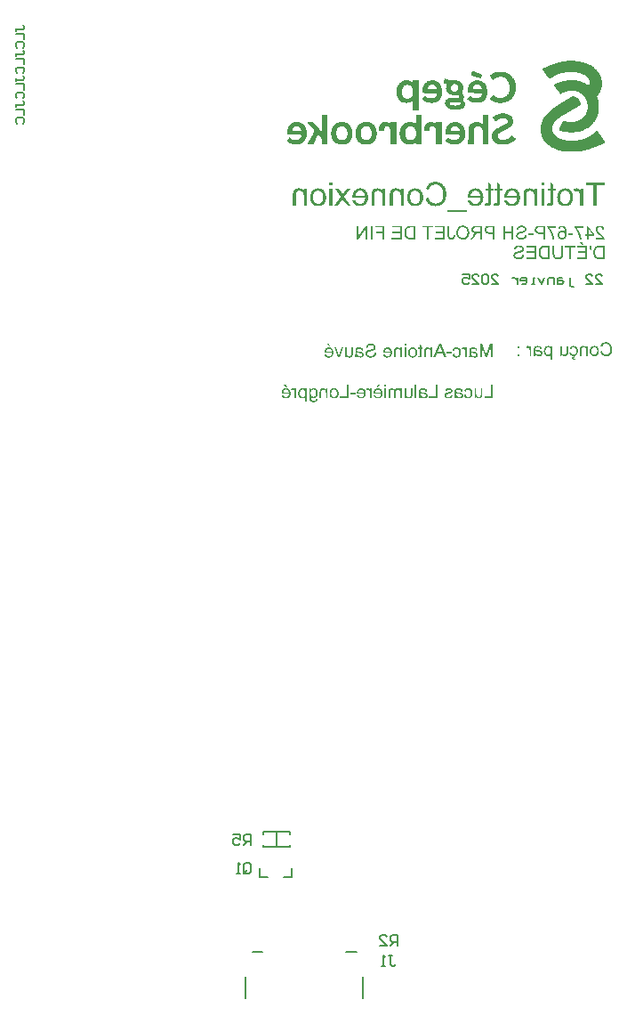
<source format=gbo>
G04*
G04 #@! TF.GenerationSoftware,Altium Limited,Altium Designer,22.11.1 (43)*
G04*
G04 Layer_Color=32896*
%FSLAX25Y25*%
%MOIN*%
G70*
G04*
G04 #@! TF.SameCoordinates,7BB429F2-FF7E-428E-A6CD-161F701D5EA8*
G04*
G04*
G04 #@! TF.FilePolarity,Positive*
G04*
G01*
G75*
%ADD12C,0.00787*%
%ADD13C,0.00591*%
%ADD14C,0.00600*%
%ADD44C,0.00709*%
G36*
X215442Y314822D02*
X214358D01*
Y316059D01*
X215442D01*
Y314822D01*
D02*
G37*
G36*
X135895Y314822D02*
X134811D01*
Y316059D01*
X135895D01*
Y314822D01*
D02*
G37*
G36*
X140472Y310551D02*
X142806Y307236D01*
X141492D01*
X139771Y309684D01*
X139465Y309212D01*
X138139Y307236D01*
X136813D01*
X139146Y310551D01*
X136966Y313636D01*
X138279D01*
X139363Y312119D01*
X139529Y311877D01*
X139605Y311762D01*
X139682Y311648D01*
X139745Y311558D01*
X139796Y311482D01*
X139835Y311431D01*
X139848Y311418D01*
X139911Y311533D01*
X139988Y311648D01*
X140064Y311762D01*
X140128Y311877D01*
X140192Y311966D01*
X140243Y312055D01*
X140281Y312106D01*
X140294Y312119D01*
X141301Y313636D01*
X142627D01*
X140472Y310551D01*
D02*
G37*
G36*
X218693Y315217D02*
Y313636D01*
X219497D01*
Y312795D01*
X218693D01*
Y309098D01*
Y308919D01*
Y308766D01*
X218681Y308626D01*
X218668Y308486D01*
Y308371D01*
X218655Y308269D01*
X218630Y308103D01*
X218604Y307976D01*
X218591Y307886D01*
X218566Y307835D01*
Y307822D01*
X218515Y307708D01*
X218439Y307618D01*
X218362Y307529D01*
X218298Y307466D01*
X218222Y307402D01*
X218171Y307364D01*
X218132Y307338D01*
X218120Y307325D01*
X217980Y307261D01*
X217839Y307223D01*
X217686Y307185D01*
X217533Y307172D01*
X217406Y307159D01*
X217304Y307147D01*
X217202D01*
X216921Y307159D01*
X216781Y307172D01*
X216653Y307198D01*
X216539Y307210D01*
X216449Y307223D01*
X216399Y307236D01*
X216373D01*
X216513Y308192D01*
X216615Y308179D01*
X216717Y308167D01*
X216807D01*
X216870Y308154D01*
X216998D01*
X217163Y308167D01*
X217278Y308192D01*
X217342Y308218D01*
X217368Y308230D01*
X217457Y308294D01*
X217508Y308358D01*
X217546Y308409D01*
X217559Y308435D01*
X217571Y308498D01*
X217584Y308588D01*
X217597Y308791D01*
X217610Y308881D01*
Y308957D01*
Y309008D01*
Y309034D01*
Y312795D01*
X216513D01*
Y313636D01*
X217610D01*
Y315868D01*
X218693Y315217D01*
D02*
G37*
G36*
X198803Y315217D02*
Y313636D01*
X199607D01*
Y312795D01*
X198803D01*
Y309098D01*
Y308919D01*
Y308766D01*
X198791Y308626D01*
X198778Y308486D01*
Y308371D01*
X198765Y308269D01*
X198740Y308103D01*
X198714Y307976D01*
X198702Y307886D01*
X198676Y307835D01*
Y307822D01*
X198625Y307708D01*
X198548Y307618D01*
X198472Y307529D01*
X198408Y307466D01*
X198332Y307402D01*
X198281Y307364D01*
X198242Y307338D01*
X198230Y307325D01*
X198090Y307261D01*
X197949Y307223D01*
X197796Y307185D01*
X197643Y307172D01*
X197516Y307159D01*
X197414Y307147D01*
X197312D01*
X197031Y307159D01*
X196891Y307172D01*
X196764Y307198D01*
X196649Y307210D01*
X196560Y307223D01*
X196509Y307236D01*
X196483D01*
X196623Y308192D01*
X196725Y308179D01*
X196827Y308167D01*
X196916D01*
X196980Y308154D01*
X197108D01*
X197274Y308167D01*
X197388Y308192D01*
X197452Y308218D01*
X197477Y308230D01*
X197567Y308294D01*
X197618Y308358D01*
X197656Y308409D01*
X197669Y308435D01*
X197681Y308498D01*
X197694Y308588D01*
X197707Y308791D01*
X197720Y308881D01*
Y308957D01*
Y309008D01*
Y309034D01*
Y312795D01*
X196623D01*
Y313636D01*
X197720D01*
Y315868D01*
X198803Y315217D01*
D02*
G37*
G36*
X195374D02*
Y313636D01*
X196177D01*
Y312795D01*
X195374D01*
Y309098D01*
Y308919D01*
Y308766D01*
X195361Y308626D01*
X195348Y308486D01*
Y308371D01*
X195335Y308269D01*
X195310Y308103D01*
X195284Y307976D01*
X195272Y307886D01*
X195246Y307835D01*
Y307822D01*
X195195Y307708D01*
X195119Y307618D01*
X195042Y307529D01*
X194978Y307466D01*
X194902Y307402D01*
X194851Y307364D01*
X194813Y307338D01*
X194800Y307325D01*
X194660Y307261D01*
X194519Y307223D01*
X194367Y307185D01*
X194213Y307172D01*
X194086Y307159D01*
X193984Y307147D01*
X193882D01*
X193602Y307159D01*
X193461Y307172D01*
X193334Y307198D01*
X193219Y307210D01*
X193130Y307223D01*
X193079Y307236D01*
X193053D01*
X193193Y308192D01*
X193296Y308179D01*
X193397Y308167D01*
X193487D01*
X193551Y308154D01*
X193678D01*
X193844Y308167D01*
X193958Y308192D01*
X194022Y308218D01*
X194048Y308230D01*
X194137Y308294D01*
X194188Y308358D01*
X194226Y308409D01*
X194239Y308435D01*
X194252Y308498D01*
X194264Y308588D01*
X194277Y308791D01*
X194290Y308881D01*
Y308957D01*
Y309008D01*
Y309034D01*
Y312795D01*
X193193D01*
Y313636D01*
X194290D01*
Y315868D01*
X195374Y315217D01*
D02*
G37*
G36*
X174872Y316186D02*
X175280Y316123D01*
X175637Y316046D01*
X175803Y315995D01*
X175955Y315944D01*
X176096Y315893D01*
X176223Y315842D01*
X176325Y315804D01*
X176427Y315766D01*
X176491Y315727D01*
X176542Y315702D01*
X176580Y315689D01*
X176593Y315676D01*
X176937Y315460D01*
X177231Y315205D01*
X177486Y314950D01*
X177702Y314695D01*
X177868Y314465D01*
X177932Y314363D01*
X177983Y314274D01*
X178034Y314210D01*
X178059Y314159D01*
X178072Y314121D01*
X178085Y314108D01*
X178263Y313713D01*
X178391Y313305D01*
X178480Y312897D01*
X178544Y312527D01*
X178569Y312362D01*
X178582Y312196D01*
X178595Y312068D01*
Y311941D01*
X178607Y311852D01*
Y311775D01*
Y311724D01*
Y311711D01*
X178582Y311252D01*
X178531Y310806D01*
X178467Y310411D01*
X178416Y310220D01*
X178378Y310054D01*
X178340Y309901D01*
X178289Y309760D01*
X178251Y309633D01*
X178225Y309531D01*
X178187Y309454D01*
X178174Y309391D01*
X178148Y309352D01*
Y309340D01*
X177957Y308957D01*
X177741Y308613D01*
X177511Y308320D01*
X177396Y308205D01*
X177294Y308090D01*
X177192Y307988D01*
X177090Y307899D01*
X177001Y307822D01*
X176925Y307771D01*
X176874Y307720D01*
X176822Y307682D01*
X176797Y307669D01*
X176784Y307657D01*
X176606Y307555D01*
X176427Y307466D01*
X176045Y307325D01*
X175662Y307223D01*
X175293Y307159D01*
X175114Y307134D01*
X174961Y307108D01*
X174821Y307096D01*
X174706D01*
X174604Y307083D01*
X174464D01*
X174209Y307096D01*
X173967Y307121D01*
X173737Y307147D01*
X173520Y307198D01*
X173316Y307261D01*
X173125Y307325D01*
X172947Y307389D01*
X172781Y307466D01*
X172641Y307529D01*
X172500Y307593D01*
X172398Y307657D01*
X172296Y307720D01*
X172232Y307771D01*
X172169Y307797D01*
X172143Y307822D01*
X172131Y307835D01*
X171952Y307988D01*
X171799Y308141D01*
X171659Y308320D01*
X171519Y308498D01*
X171289Y308855D01*
X171110Y309212D01*
X171034Y309378D01*
X170970Y309531D01*
X170919Y309671D01*
X170881Y309786D01*
X170843Y309888D01*
X170817Y309964D01*
X170805Y310016D01*
Y310028D01*
X171977Y310321D01*
X172029Y310118D01*
X172092Y309926D01*
X172156Y309748D01*
X172220Y309582D01*
X172296Y309429D01*
X172373Y309301D01*
X172462Y309174D01*
X172538Y309059D01*
X172602Y308957D01*
X172679Y308881D01*
X172742Y308804D01*
X172793Y308740D01*
X172845Y308702D01*
X172883Y308664D01*
X172896Y308651D01*
X172908Y308639D01*
X173036Y308537D01*
X173176Y308460D01*
X173457Y308320D01*
X173724Y308218D01*
X173992Y308154D01*
X174222Y308103D01*
X174311Y308090D01*
X174400D01*
X174477Y308078D01*
X174566D01*
X174859Y308090D01*
X175139Y308141D01*
X175394Y308205D01*
X175624Y308281D01*
X175803Y308358D01*
X175879Y308396D01*
X175943Y308422D01*
X175994Y308447D01*
X176032Y308473D01*
X176058Y308486D01*
X176070D01*
X176312Y308664D01*
X176516Y308855D01*
X176695Y309072D01*
X176835Y309276D01*
X176950Y309454D01*
X177026Y309608D01*
X177052Y309671D01*
X177077Y309710D01*
X177090Y309735D01*
Y309748D01*
X177192Y310079D01*
X177269Y310411D01*
X177332Y310742D01*
X177371Y311048D01*
X177383Y311189D01*
X177396Y311316D01*
Y311431D01*
X177409Y311520D01*
Y311596D01*
Y311660D01*
Y311699D01*
Y311711D01*
X177396Y312043D01*
X177371Y312349D01*
X177320Y312629D01*
X177269Y312884D01*
X177231Y313101D01*
X177205Y313190D01*
X177180Y313267D01*
X177167Y313331D01*
X177154Y313369D01*
X177141Y313394D01*
Y313407D01*
X177014Y313700D01*
X176874Y313968D01*
X176720Y314185D01*
X176555Y314376D01*
X176415Y314529D01*
X176300Y314631D01*
X176210Y314695D01*
X176198Y314720D01*
X176185D01*
X175917Y314886D01*
X175624Y315014D01*
X175344Y315103D01*
X175076Y315154D01*
X174834Y315192D01*
X174732Y315205D01*
X174642D01*
X174578Y315217D01*
X174477D01*
X174158Y315205D01*
X173864Y315154D01*
X173622Y315077D01*
X173406Y315001D01*
X173240Y314912D01*
X173112Y314848D01*
X173036Y314797D01*
X173010Y314771D01*
X172806Y314580D01*
X172615Y314363D01*
X172462Y314134D01*
X172335Y313904D01*
X172232Y313700D01*
X172194Y313598D01*
X172169Y313522D01*
X172143Y313458D01*
X172118Y313407D01*
X172105Y313382D01*
Y313369D01*
X170958Y313636D01*
X171034Y313866D01*
X171110Y314070D01*
X171212Y314261D01*
X171302Y314453D01*
X171404Y314618D01*
X171519Y314771D01*
X171621Y314924D01*
X171722Y315052D01*
X171825Y315154D01*
X171914Y315256D01*
X172003Y315345D01*
X172067Y315409D01*
X172131Y315473D01*
X172181Y315511D01*
X172207Y315524D01*
X172220Y315536D01*
X172398Y315651D01*
X172577Y315766D01*
X172755Y315855D01*
X172947Y315932D01*
X173329Y316046D01*
X173673Y316123D01*
X173839Y316161D01*
X173979Y316174D01*
X174119Y316186D01*
X174234Y316199D01*
X174323Y316212D01*
X174451D01*
X174872Y316186D01*
D02*
G37*
G36*
X203470Y313764D02*
X203699Y313738D01*
X203916Y313700D01*
X204120Y313636D01*
X204311Y313573D01*
X204490Y313496D01*
X204656Y313420D01*
X204796Y313331D01*
X204936Y313254D01*
X205051Y313165D01*
X205153Y313088D01*
X205229Y313024D01*
X205293Y312961D01*
X205344Y312923D01*
X205370Y312897D01*
X205382Y312884D01*
X205523Y312706D01*
X205650Y312514D01*
X205765Y312323D01*
X205867Y312119D01*
X205943Y311902D01*
X206007Y311699D01*
X206109Y311291D01*
X206148Y311112D01*
X206173Y310933D01*
X206186Y310781D01*
X206199Y310640D01*
X206211Y310525D01*
Y310449D01*
Y310385D01*
Y310372D01*
X206199Y310092D01*
X206173Y309824D01*
X206135Y309569D01*
X206084Y309340D01*
X206020Y309123D01*
X205956Y308919D01*
X205880Y308740D01*
X205803Y308575D01*
X205727Y308435D01*
X205650Y308307D01*
X205587Y308205D01*
X205523Y308116D01*
X205472Y308039D01*
X205434Y307988D01*
X205408Y307963D01*
X205395Y307950D01*
X205229Y307797D01*
X205064Y307669D01*
X204885Y307555D01*
X204694Y307453D01*
X204516Y307376D01*
X204324Y307300D01*
X203967Y307198D01*
X203801Y307172D01*
X203648Y307147D01*
X203508Y307121D01*
X203394Y307108D01*
X203304Y307096D01*
X203164D01*
X202769Y307121D01*
X202412Y307185D01*
X202093Y307261D01*
X201965Y307312D01*
X201838Y307364D01*
X201723Y307415D01*
X201621Y307466D01*
X201545Y307504D01*
X201468Y307542D01*
X201417Y307580D01*
X201379Y307606D01*
X201354Y307631D01*
X201341D01*
X201086Y307861D01*
X200882Y308103D01*
X200703Y308358D01*
X200576Y308600D01*
X200474Y308817D01*
X200435Y308919D01*
X200397Y308996D01*
X200372Y309072D01*
X200359Y309123D01*
X200346Y309149D01*
Y309161D01*
X201468Y309301D01*
X201570Y309059D01*
X201685Y308855D01*
X201800Y308677D01*
X201902Y308537D01*
X201991Y308435D01*
X202067Y308358D01*
X202131Y308307D01*
X202144Y308294D01*
X202310Y308192D01*
X202476Y308116D01*
X202654Y308065D01*
X202807Y308027D01*
X202947Y308001D01*
X203062Y307988D01*
X203164D01*
X203317Y308001D01*
X203457Y308014D01*
X203712Y308078D01*
X203942Y308167D01*
X204146Y308269D01*
X204299Y308358D01*
X204414Y308447D01*
X204490Y308511D01*
X204503Y308537D01*
X204516D01*
X204694Y308766D01*
X204834Y309021D01*
X204936Y309301D01*
X205013Y309557D01*
X205051Y309786D01*
X205077Y309888D01*
X205089Y309977D01*
Y310054D01*
X205102Y310105D01*
Y310143D01*
Y310156D01*
X200321D01*
X200308Y310283D01*
Y310372D01*
Y310423D01*
Y310436D01*
X200321Y310730D01*
X200346Y310997D01*
X200384Y311252D01*
X200435Y311494D01*
X200499Y311711D01*
X200563Y311915D01*
X200640Y312094D01*
X200716Y312260D01*
X200793Y312413D01*
X200869Y312540D01*
X200933Y312642D01*
X200996Y312731D01*
X201047Y312808D01*
X201086Y312859D01*
X201111Y312884D01*
X201124Y312897D01*
X201277Y313050D01*
X201443Y313190D01*
X201621Y313305D01*
X201800Y313407D01*
X201978Y313496D01*
X202144Y313560D01*
X202323Y313624D01*
X202476Y313662D01*
X202641Y313700D01*
X202782Y313726D01*
X202909Y313751D01*
X203011Y313764D01*
X203100Y313777D01*
X203228D01*
X203470Y313764D01*
D02*
G37*
G36*
X189751D02*
X189980Y313738D01*
X190197Y313700D01*
X190401Y313636D01*
X190593Y313573D01*
X190771Y313496D01*
X190937Y313420D01*
X191077Y313331D01*
X191217Y313254D01*
X191332Y313165D01*
X191434Y313088D01*
X191510Y313024D01*
X191574Y312961D01*
X191625Y312923D01*
X191651Y312897D01*
X191664Y312884D01*
X191804Y312706D01*
X191931Y312514D01*
X192046Y312323D01*
X192148Y312119D01*
X192225Y311902D01*
X192288Y311699D01*
X192390Y311291D01*
X192429Y311112D01*
X192454Y310933D01*
X192467Y310781D01*
X192480Y310640D01*
X192492Y310525D01*
Y310449D01*
Y310385D01*
Y310372D01*
X192480Y310092D01*
X192454Y309824D01*
X192416Y309569D01*
X192365Y309340D01*
X192301Y309123D01*
X192237Y308919D01*
X192161Y308740D01*
X192084Y308575D01*
X192008Y308435D01*
X191931Y308307D01*
X191867Y308205D01*
X191804Y308116D01*
X191753Y308039D01*
X191715Y307988D01*
X191689Y307963D01*
X191676Y307950D01*
X191510Y307797D01*
X191345Y307669D01*
X191166Y307555D01*
X190975Y307453D01*
X190796Y307376D01*
X190605Y307300D01*
X190248Y307198D01*
X190083Y307172D01*
X189929Y307147D01*
X189789Y307121D01*
X189674Y307108D01*
X189585Y307096D01*
X189445D01*
X189050Y307121D01*
X188693Y307185D01*
X188374Y307261D01*
X188247Y307312D01*
X188119Y307364D01*
X188004Y307415D01*
X187902Y307466D01*
X187826Y307504D01*
X187749Y307542D01*
X187698Y307580D01*
X187660Y307606D01*
X187635Y307631D01*
X187622D01*
X187367Y307861D01*
X187163Y308103D01*
X186984Y308358D01*
X186857Y308600D01*
X186755Y308817D01*
X186716Y308919D01*
X186678Y308996D01*
X186653Y309072D01*
X186640Y309123D01*
X186627Y309149D01*
Y309161D01*
X187749Y309301D01*
X187851Y309059D01*
X187966Y308855D01*
X188081Y308677D01*
X188183Y308537D01*
X188272Y308435D01*
X188348Y308358D01*
X188412Y308307D01*
X188425Y308294D01*
X188591Y308192D01*
X188757Y308116D01*
X188935Y308065D01*
X189088Y308027D01*
X189228Y308001D01*
X189343Y307988D01*
X189445D01*
X189598Y308001D01*
X189738Y308014D01*
X189993Y308078D01*
X190223Y308167D01*
X190427Y308269D01*
X190580Y308358D01*
X190694Y308447D01*
X190771Y308511D01*
X190784Y308537D01*
X190796D01*
X190975Y308766D01*
X191115Y309021D01*
X191217Y309301D01*
X191294Y309557D01*
X191332Y309786D01*
X191358Y309888D01*
X191370Y309977D01*
Y310054D01*
X191383Y310105D01*
Y310143D01*
Y310156D01*
X186602D01*
X186589Y310283D01*
Y310372D01*
Y310423D01*
Y310436D01*
X186602Y310730D01*
X186627Y310997D01*
X186665Y311252D01*
X186716Y311494D01*
X186780Y311711D01*
X186844Y311915D01*
X186920Y312094D01*
X186997Y312260D01*
X187074Y312413D01*
X187150Y312540D01*
X187214Y312642D01*
X187277Y312731D01*
X187329Y312808D01*
X187367Y312859D01*
X187392Y312884D01*
X187405Y312897D01*
X187558Y313050D01*
X187724Y313190D01*
X187902Y313305D01*
X188081Y313407D01*
X188259Y313496D01*
X188425Y313560D01*
X188603Y313624D01*
X188757Y313662D01*
X188922Y313700D01*
X189062Y313726D01*
X189190Y313751D01*
X189292Y313764D01*
X189381Y313777D01*
X189509D01*
X189751Y313764D01*
D02*
G37*
G36*
X146554Y313764D02*
X146783Y313738D01*
X147000Y313700D01*
X147204Y313636D01*
X147396Y313573D01*
X147574Y313496D01*
X147740Y313420D01*
X147880Y313331D01*
X148020Y313254D01*
X148135Y313165D01*
X148237Y313088D01*
X148313Y313024D01*
X148377Y312961D01*
X148428Y312923D01*
X148454Y312897D01*
X148467Y312884D01*
X148607Y312706D01*
X148734Y312514D01*
X148849Y312323D01*
X148951Y312119D01*
X149028Y311902D01*
X149091Y311699D01*
X149193Y311291D01*
X149232Y311112D01*
X149257Y310933D01*
X149270Y310781D01*
X149283Y310640D01*
X149295Y310525D01*
Y310449D01*
Y310385D01*
Y310372D01*
X149283Y310092D01*
X149257Y309824D01*
X149219Y309569D01*
X149168Y309340D01*
X149104Y309123D01*
X149040Y308919D01*
X148964Y308740D01*
X148887Y308575D01*
X148811Y308435D01*
X148734Y308307D01*
X148670Y308205D01*
X148607Y308116D01*
X148556Y308039D01*
X148518Y307988D01*
X148492Y307963D01*
X148479Y307950D01*
X148313Y307797D01*
X148148Y307669D01*
X147969Y307555D01*
X147778Y307453D01*
X147599Y307376D01*
X147408Y307300D01*
X147051Y307198D01*
X146886Y307172D01*
X146732Y307147D01*
X146592Y307121D01*
X146477Y307108D01*
X146388Y307096D01*
X146248D01*
X145853Y307121D01*
X145496Y307185D01*
X145177Y307261D01*
X145050Y307312D01*
X144922Y307364D01*
X144807Y307415D01*
X144705Y307466D01*
X144629Y307504D01*
X144552Y307542D01*
X144501Y307580D01*
X144463Y307606D01*
X144438Y307631D01*
X144425D01*
X144170Y307861D01*
X143966Y308103D01*
X143787Y308358D01*
X143660Y308600D01*
X143558Y308817D01*
X143519Y308919D01*
X143481Y308996D01*
X143456Y309072D01*
X143443Y309123D01*
X143430Y309149D01*
Y309161D01*
X144552Y309301D01*
X144654Y309059D01*
X144769Y308855D01*
X144884Y308677D01*
X144986Y308537D01*
X145075Y308435D01*
X145151Y308358D01*
X145215Y308307D01*
X145228Y308294D01*
X145394Y308192D01*
X145560Y308116D01*
X145738Y308065D01*
X145891Y308027D01*
X146031Y308001D01*
X146146Y307988D01*
X146248D01*
X146401Y308001D01*
X146541Y308014D01*
X146796Y308078D01*
X147026Y308167D01*
X147230Y308269D01*
X147383Y308358D01*
X147497Y308447D01*
X147574Y308511D01*
X147587Y308537D01*
X147599D01*
X147778Y308766D01*
X147918Y309021D01*
X148020Y309301D01*
X148097Y309557D01*
X148135Y309786D01*
X148161Y309888D01*
X148173Y309977D01*
Y310054D01*
X148186Y310105D01*
Y310143D01*
Y310156D01*
X143405D01*
X143392Y310283D01*
Y310372D01*
Y310423D01*
Y310436D01*
X143405Y310730D01*
X143430Y310997D01*
X143468Y311252D01*
X143519Y311494D01*
X143583Y311711D01*
X143647Y311915D01*
X143723Y312094D01*
X143800Y312260D01*
X143877Y312413D01*
X143953Y312540D01*
X144017Y312642D01*
X144080Y312731D01*
X144132Y312808D01*
X144170Y312859D01*
X144195Y312884D01*
X144208Y312897D01*
X144361Y313050D01*
X144527Y313190D01*
X144705Y313305D01*
X144884Y313407D01*
X145062Y313496D01*
X145228Y313560D01*
X145406Y313624D01*
X145560Y313662D01*
X145725Y313700D01*
X145865Y313726D01*
X145993Y313751D01*
X146095Y313764D01*
X146184Y313777D01*
X146312D01*
X146554Y313764D01*
D02*
G37*
G36*
X237895Y315014D02*
X234988D01*
Y307236D01*
X233815D01*
Y315014D01*
X230908D01*
Y316059D01*
X237895D01*
Y315014D01*
D02*
G37*
G36*
X227631Y313764D02*
X227759Y313738D01*
X227886Y313700D01*
X227988Y313662D01*
X228065Y313624D01*
X228141Y313585D01*
X228180Y313560D01*
X228192Y313547D01*
X228307Y313445D01*
X228422Y313318D01*
X228537Y313165D01*
X228639Y313024D01*
X228741Y312884D01*
X228804Y312770D01*
X228855Y312680D01*
X228868Y312667D01*
Y313636D01*
X229850D01*
Y307236D01*
X228766D01*
Y310577D01*
X228753Y310831D01*
X228741Y311061D01*
X228715Y311278D01*
X228677Y311469D01*
X228639Y311622D01*
X228613Y311737D01*
X228600Y311813D01*
X228588Y311839D01*
X228537Y311979D01*
X228473Y312094D01*
X228409Y312196D01*
X228345Y312285D01*
X228281Y312349D01*
X228243Y312400D01*
X228205Y312425D01*
X228192Y312438D01*
X228090Y312514D01*
X227976Y312565D01*
X227861Y312604D01*
X227771Y312629D01*
X227682Y312642D01*
X227619Y312655D01*
X227555D01*
X227414Y312642D01*
X227274Y312616D01*
X227134Y312578D01*
X227019Y312540D01*
X226917Y312502D01*
X226841Y312463D01*
X226790Y312438D01*
X226777Y312425D01*
X226382Y313420D01*
X226599Y313534D01*
X226802Y313624D01*
X226981Y313687D01*
X227147Y313738D01*
X227287Y313764D01*
X227402Y313777D01*
X227491D01*
X227631Y313764D01*
D02*
G37*
G36*
X215442Y307236D02*
X214358D01*
Y313636D01*
X215442D01*
Y307236D01*
D02*
G37*
G36*
X209947Y313764D02*
X210176Y313726D01*
X210381Y313675D01*
X210584Y313611D01*
X210763Y313534D01*
X210929Y313445D01*
X211082Y313343D01*
X211209Y313254D01*
X211337Y313152D01*
X211439Y313050D01*
X211528Y312961D01*
X211604Y312884D01*
X211655Y312821D01*
X211694Y312770D01*
X211719Y312731D01*
X211732Y312719D01*
Y313636D01*
X212701D01*
Y307236D01*
X211617D01*
Y310717D01*
Y310933D01*
X211592Y311150D01*
X211566Y311329D01*
X211541Y311494D01*
X211503Y311648D01*
X211464Y311788D01*
X211413Y311915D01*
X211362Y312017D01*
X211324Y312106D01*
X211273Y312183D01*
X211235Y312247D01*
X211196Y312298D01*
X211145Y312362D01*
X211120Y312387D01*
X210929Y312540D01*
X210725Y312642D01*
X210521Y312719D01*
X210342Y312782D01*
X210176Y312808D01*
X210049Y312821D01*
X209998Y312833D01*
X209934D01*
X209781Y312821D01*
X209628Y312808D01*
X209501Y312770D01*
X209399Y312731D01*
X209310Y312693D01*
X209233Y312667D01*
X209195Y312642D01*
X209182Y312629D01*
X209067Y312553D01*
X208965Y312463D01*
X208889Y312374D01*
X208825Y312298D01*
X208787Y312221D01*
X208749Y312158D01*
X208723Y312119D01*
Y312106D01*
X208685Y311966D01*
X208646Y311813D01*
X208621Y311648D01*
X208608Y311482D01*
X208595Y311342D01*
Y311227D01*
Y311138D01*
Y311125D01*
Y311112D01*
Y307236D01*
X207512D01*
Y311163D01*
Y311431D01*
X207524Y311648D01*
X207537Y311826D01*
Y311979D01*
X207550Y312081D01*
X207563Y312158D01*
X207575Y312209D01*
Y312221D01*
X207614Y312387D01*
X207678Y312540D01*
X207729Y312667D01*
X207780Y312795D01*
X207843Y312884D01*
X207881Y312948D01*
X207907Y312999D01*
X207920Y313012D01*
X208022Y313139D01*
X208137Y313241D01*
X208251Y313343D01*
X208379Y313420D01*
X208481Y313484D01*
X208570Y313522D01*
X208621Y313547D01*
X208646Y313560D01*
X208825Y313636D01*
X209016Y313687D01*
X209195Y313726D01*
X209361Y313751D01*
X209501Y313764D01*
X209603Y313777D01*
X209705D01*
X209947Y313764D01*
D02*
G37*
G36*
X159890Y313764D02*
X160120Y313726D01*
X160324Y313675D01*
X160528Y313611D01*
X160706Y313534D01*
X160872Y313445D01*
X161025Y313343D01*
X161153Y313254D01*
X161280Y313152D01*
X161382Y313050D01*
X161471Y312961D01*
X161548Y312884D01*
X161599Y312821D01*
X161637Y312770D01*
X161663Y312731D01*
X161676Y312719D01*
Y313636D01*
X162645D01*
Y307236D01*
X161561D01*
Y310717D01*
Y310933D01*
X161535Y311150D01*
X161510Y311329D01*
X161484Y311494D01*
X161446Y311648D01*
X161408Y311788D01*
X161357Y311915D01*
X161306Y312017D01*
X161267Y312106D01*
X161216Y312183D01*
X161178Y312247D01*
X161140Y312298D01*
X161089Y312362D01*
X161064Y312387D01*
X160872Y312540D01*
X160668Y312642D01*
X160464Y312719D01*
X160286Y312782D01*
X160120Y312808D01*
X159993Y312821D01*
X159941Y312833D01*
X159878D01*
X159725Y312821D01*
X159572Y312808D01*
X159444Y312770D01*
X159342Y312731D01*
X159253Y312693D01*
X159177Y312667D01*
X159138Y312642D01*
X159125Y312629D01*
X159011Y312553D01*
X158909Y312463D01*
X158832Y312374D01*
X158768Y312298D01*
X158730Y312221D01*
X158692Y312158D01*
X158667Y312119D01*
Y312106D01*
X158628Y311966D01*
X158590Y311813D01*
X158564Y311648D01*
X158552Y311482D01*
X158539Y311342D01*
Y311227D01*
Y311138D01*
Y311125D01*
Y311112D01*
Y307236D01*
X157455D01*
Y311163D01*
Y311431D01*
X157468Y311648D01*
X157481Y311826D01*
Y311979D01*
X157493Y312081D01*
X157506Y312158D01*
X157519Y312209D01*
Y312221D01*
X157557Y312387D01*
X157621Y312540D01*
X157672Y312667D01*
X157723Y312795D01*
X157787Y312884D01*
X157825Y312948D01*
X157851Y312999D01*
X157863Y313012D01*
X157965Y313139D01*
X158080Y313241D01*
X158195Y313343D01*
X158322Y313420D01*
X158424Y313484D01*
X158513Y313522D01*
X158564Y313547D01*
X158590Y313560D01*
X158768Y313636D01*
X158960Y313687D01*
X159138Y313726D01*
X159304Y313751D01*
X159444Y313764D01*
X159546Y313777D01*
X159648D01*
X159890Y313764D01*
D02*
G37*
G36*
X153031D02*
X153261Y313726D01*
X153464Y313675D01*
X153668Y313611D01*
X153847Y313534D01*
X154013Y313445D01*
X154166Y313343D01*
X154293Y313254D01*
X154421Y313152D01*
X154523Y313050D01*
X154612Y312961D01*
X154689Y312884D01*
X154739Y312821D01*
X154778Y312770D01*
X154803Y312731D01*
X154816Y312719D01*
Y313636D01*
X155785D01*
Y307236D01*
X154701D01*
Y310717D01*
Y310933D01*
X154676Y311150D01*
X154650Y311329D01*
X154625Y311494D01*
X154587Y311648D01*
X154548Y311788D01*
X154497Y311915D01*
X154446Y312017D01*
X154408Y312106D01*
X154357Y312183D01*
X154319Y312247D01*
X154280Y312298D01*
X154229Y312362D01*
X154204Y312387D01*
X154013Y312540D01*
X153809Y312642D01*
X153605Y312719D01*
X153426Y312782D01*
X153261Y312808D01*
X153133Y312821D01*
X153082Y312833D01*
X153018D01*
X152865Y312821D01*
X152712Y312808D01*
X152585Y312770D01*
X152483Y312731D01*
X152393Y312693D01*
X152317Y312667D01*
X152279Y312642D01*
X152266Y312629D01*
X152151Y312553D01*
X152049Y312463D01*
X151973Y312374D01*
X151909Y312298D01*
X151871Y312221D01*
X151832Y312158D01*
X151807Y312119D01*
Y312106D01*
X151769Y311966D01*
X151731Y311813D01*
X151705Y311648D01*
X151692Y311482D01*
X151680Y311342D01*
Y311227D01*
Y311138D01*
Y311125D01*
Y311112D01*
Y307236D01*
X150596D01*
Y311163D01*
Y311431D01*
X150609Y311648D01*
X150621Y311826D01*
Y311979D01*
X150634Y312081D01*
X150647Y312158D01*
X150660Y312209D01*
Y312221D01*
X150698Y312387D01*
X150761Y312540D01*
X150812Y312667D01*
X150864Y312795D01*
X150927Y312884D01*
X150965Y312948D01*
X150991Y312999D01*
X151004Y313012D01*
X151106Y313139D01*
X151221Y313241D01*
X151335Y313343D01*
X151463Y313420D01*
X151565Y313484D01*
X151654Y313522D01*
X151705Y313547D01*
X151731Y313560D01*
X151909Y313636D01*
X152100Y313687D01*
X152279Y313726D01*
X152445Y313751D01*
X152585Y313764D01*
X152687Y313777D01*
X152789D01*
X153031Y313764D01*
D02*
G37*
G36*
X135895Y307236D02*
X134811D01*
Y313636D01*
X135895D01*
Y307236D01*
D02*
G37*
G36*
X123540Y313764D02*
X123770Y313726D01*
X123974Y313675D01*
X124178Y313611D01*
X124356Y313534D01*
X124522Y313445D01*
X124675Y313343D01*
X124802Y313254D01*
X124930Y313152D01*
X125032Y313050D01*
X125121Y312961D01*
X125198Y312884D01*
X125249Y312821D01*
X125287Y312770D01*
X125312Y312731D01*
X125325Y312719D01*
Y313636D01*
X126294D01*
Y307236D01*
X125210D01*
Y310717D01*
Y310933D01*
X125185Y311150D01*
X125160Y311329D01*
X125134Y311494D01*
X125096Y311648D01*
X125057Y311788D01*
X125006Y311915D01*
X124955Y312017D01*
X124917Y312106D01*
X124866Y312183D01*
X124828Y312247D01*
X124790Y312298D01*
X124739Y312362D01*
X124713Y312387D01*
X124522Y312540D01*
X124318Y312642D01*
X124114Y312719D01*
X123935Y312782D01*
X123770Y312808D01*
X123642Y312821D01*
X123591Y312833D01*
X123528D01*
X123374Y312821D01*
X123222Y312808D01*
X123094Y312770D01*
X122992Y312731D01*
X122903Y312693D01*
X122826Y312667D01*
X122788Y312642D01*
X122775Y312629D01*
X122661Y312553D01*
X122558Y312463D01*
X122482Y312374D01*
X122418Y312298D01*
X122380Y312221D01*
X122342Y312158D01*
X122316Y312119D01*
Y312106D01*
X122278Y311966D01*
X122240Y311813D01*
X122214Y311648D01*
X122202Y311482D01*
X122189Y311342D01*
Y311227D01*
Y311138D01*
Y311125D01*
Y311112D01*
Y307236D01*
X121105D01*
Y311163D01*
Y311431D01*
X121118Y311648D01*
X121131Y311826D01*
Y311979D01*
X121143Y312081D01*
X121156Y312158D01*
X121169Y312209D01*
Y312221D01*
X121207Y312387D01*
X121271Y312540D01*
X121322Y312667D01*
X121373Y312795D01*
X121437Y312884D01*
X121475Y312948D01*
X121500Y312999D01*
X121513Y313012D01*
X121615Y313139D01*
X121730Y313241D01*
X121844Y313343D01*
X121972Y313420D01*
X122074Y313484D01*
X122163Y313522D01*
X122214Y313547D01*
X122240Y313560D01*
X122418Y313636D01*
X122609Y313687D01*
X122788Y313726D01*
X122954Y313751D01*
X123094Y313764D01*
X123196Y313777D01*
X123298D01*
X123540Y313764D01*
D02*
G37*
G36*
X223360Y313764D02*
X223564Y313751D01*
X223959Y313662D01*
X224304Y313547D01*
X224457Y313484D01*
X224597Y313420D01*
X224724Y313356D01*
X224826Y313292D01*
X224928Y313229D01*
X225005Y313177D01*
X225068Y313126D01*
X225119Y313088D01*
X225145Y313075D01*
X225158Y313063D01*
X225336Y312897D01*
X225477Y312706D01*
X225617Y312502D01*
X225719Y312298D01*
X225821Y312081D01*
X225897Y311852D01*
X225961Y311635D01*
X226012Y311431D01*
X226063Y311227D01*
X226089Y311048D01*
X226114Y310870D01*
X226127Y310730D01*
Y310602D01*
X226139Y310513D01*
Y310462D01*
Y310436D01*
X226127Y310143D01*
X226101Y309862D01*
X226063Y309608D01*
X226012Y309365D01*
X225948Y309149D01*
X225885Y308945D01*
X225808Y308753D01*
X225731Y308588D01*
X225655Y308435D01*
X225578Y308307D01*
X225515Y308205D01*
X225451Y308116D01*
X225400Y308039D01*
X225362Y307988D01*
X225336Y307963D01*
X225324Y307950D01*
X225158Y307797D01*
X224992Y307669D01*
X224814Y307555D01*
X224635Y307453D01*
X224457Y307376D01*
X224265Y307300D01*
X223921Y307198D01*
X223768Y307172D01*
X223615Y307147D01*
X223487Y307121D01*
X223373Y307108D01*
X223271Y307096D01*
X223143D01*
X222837Y307108D01*
X222557Y307159D01*
X222289Y307223D01*
X222072Y307287D01*
X221881Y307364D01*
X221804Y307389D01*
X221741Y307415D01*
X221677Y307440D01*
X221639Y307466D01*
X221626Y307478D01*
X221613D01*
X221358Y307644D01*
X221142Y307822D01*
X220950Y308001D01*
X220797Y308179D01*
X220683Y308332D01*
X220593Y308460D01*
X220568Y308511D01*
X220542Y308549D01*
X220530Y308562D01*
Y308575D01*
X220402Y308868D01*
X220313Y309187D01*
X220236Y309506D01*
X220198Y309824D01*
X220173Y309964D01*
Y310092D01*
X220160Y310220D01*
X220147Y310321D01*
Y310411D01*
Y310474D01*
Y310513D01*
Y310525D01*
X220160Y310806D01*
X220185Y311061D01*
X220223Y311303D01*
X220274Y311533D01*
X220338Y311750D01*
X220415Y311941D01*
X220491Y312132D01*
X220568Y312285D01*
X220644Y312425D01*
X220721Y312553D01*
X220797Y312667D01*
X220861Y312757D01*
X220912Y312821D01*
X220950Y312872D01*
X220976Y312897D01*
X220988Y312910D01*
X221154Y313063D01*
X221320Y313190D01*
X221498Y313318D01*
X221677Y313407D01*
X221855Y313496D01*
X222034Y313560D01*
X222378Y313675D01*
X222544Y313700D01*
X222684Y313726D01*
X222812Y313751D01*
X222926Y313764D01*
X223016Y313777D01*
X223143D01*
X223360Y313764D01*
D02*
G37*
G36*
X167132Y313764D02*
X167336Y313751D01*
X167732Y313662D01*
X168076Y313547D01*
X168229Y313484D01*
X168369Y313420D01*
X168497Y313356D01*
X168599Y313292D01*
X168701Y313229D01*
X168777Y313177D01*
X168841Y313126D01*
X168892Y313088D01*
X168918Y313075D01*
X168930Y313063D01*
X169109Y312897D01*
X169249Y312706D01*
X169389Y312502D01*
X169491Y312298D01*
X169593Y312081D01*
X169670Y311852D01*
X169734Y311635D01*
X169784Y311431D01*
X169835Y311227D01*
X169861Y311048D01*
X169887Y310870D01*
X169899Y310730D01*
Y310602D01*
X169912Y310513D01*
Y310462D01*
Y310436D01*
X169899Y310143D01*
X169874Y309862D01*
X169835Y309608D01*
X169784Y309365D01*
X169721Y309149D01*
X169657Y308945D01*
X169580Y308753D01*
X169504Y308588D01*
X169428Y308435D01*
X169351Y308307D01*
X169287Y308205D01*
X169223Y308116D01*
X169173Y308039D01*
X169134Y307988D01*
X169109Y307963D01*
X169096Y307950D01*
X168930Y307797D01*
X168764Y307669D01*
X168586Y307555D01*
X168407Y307453D01*
X168229Y307376D01*
X168038Y307300D01*
X167693Y307198D01*
X167541Y307172D01*
X167387Y307147D01*
X167260Y307121D01*
X167145Y307108D01*
X167043Y307096D01*
X166916D01*
X166610Y307108D01*
X166329Y307159D01*
X166061Y307223D01*
X165845Y307287D01*
X165654Y307364D01*
X165577Y307389D01*
X165513Y307415D01*
X165450Y307440D01*
X165411Y307466D01*
X165399Y307478D01*
X165386D01*
X165131Y307644D01*
X164914Y307822D01*
X164723Y308001D01*
X164570Y308179D01*
X164455Y308332D01*
X164366Y308460D01*
X164340Y308511D01*
X164315Y308549D01*
X164302Y308562D01*
Y308575D01*
X164174Y308868D01*
X164085Y309187D01*
X164009Y309506D01*
X163970Y309824D01*
X163945Y309964D01*
Y310092D01*
X163932Y310220D01*
X163919Y310321D01*
Y310411D01*
Y310474D01*
Y310513D01*
Y310525D01*
X163932Y310806D01*
X163958Y311061D01*
X163996Y311303D01*
X164047Y311533D01*
X164111Y311750D01*
X164187Y311941D01*
X164264Y312132D01*
X164340Y312285D01*
X164417Y312425D01*
X164493Y312553D01*
X164570Y312667D01*
X164634Y312757D01*
X164684Y312821D01*
X164723Y312872D01*
X164748Y312897D01*
X164761Y312910D01*
X164927Y313063D01*
X165093Y313190D01*
X165271Y313318D01*
X165450Y313407D01*
X165628Y313496D01*
X165806Y313560D01*
X166151Y313675D01*
X166316Y313700D01*
X166457Y313726D01*
X166584Y313751D01*
X166699Y313764D01*
X166788Y313777D01*
X166916D01*
X167132Y313764D01*
D02*
G37*
G36*
X130782Y313764D02*
X130986Y313751D01*
X131381Y313662D01*
X131726Y313547D01*
X131879Y313484D01*
X132019Y313420D01*
X132147Y313356D01*
X132248Y313292D01*
X132351Y313229D01*
X132427Y313177D01*
X132491Y313126D01*
X132542Y313088D01*
X132567Y313075D01*
X132580Y313063D01*
X132758Y312897D01*
X132899Y312706D01*
X133039Y312502D01*
X133141Y312298D01*
X133243Y312081D01*
X133319Y311852D01*
X133383Y311635D01*
X133434Y311431D01*
X133485Y311227D01*
X133511Y311048D01*
X133536Y310870D01*
X133549Y310730D01*
Y310602D01*
X133562Y310513D01*
Y310462D01*
Y310436D01*
X133549Y310143D01*
X133523Y309862D01*
X133485Y309608D01*
X133434Y309365D01*
X133370Y309149D01*
X133307Y308945D01*
X133230Y308753D01*
X133154Y308588D01*
X133077Y308435D01*
X133001Y308307D01*
X132937Y308205D01*
X132873Y308116D01*
X132822Y308039D01*
X132784Y307988D01*
X132758Y307963D01*
X132746Y307950D01*
X132580Y307797D01*
X132414Y307669D01*
X132236Y307555D01*
X132057Y307453D01*
X131879Y307376D01*
X131687Y307300D01*
X131343Y307198D01*
X131190Y307172D01*
X131037Y307147D01*
X130910Y307121D01*
X130795Y307108D01*
X130693Y307096D01*
X130566D01*
X130260Y307108D01*
X129979Y307159D01*
X129711Y307223D01*
X129495Y307287D01*
X129303Y307364D01*
X129227Y307389D01*
X129163Y307415D01*
X129099Y307440D01*
X129061Y307466D01*
X129048Y307478D01*
X129035D01*
X128780Y307644D01*
X128564Y307822D01*
X128373Y308001D01*
X128219Y308179D01*
X128105Y308332D01*
X128015Y308460D01*
X127990Y308511D01*
X127964Y308549D01*
X127952Y308562D01*
Y308575D01*
X127824Y308868D01*
X127735Y309187D01*
X127658Y309506D01*
X127620Y309824D01*
X127595Y309964D01*
Y310092D01*
X127582Y310220D01*
X127569Y310321D01*
Y310411D01*
Y310474D01*
Y310513D01*
Y310525D01*
X127582Y310806D01*
X127608Y311061D01*
X127646Y311303D01*
X127697Y311533D01*
X127761Y311750D01*
X127837Y311941D01*
X127913Y312132D01*
X127990Y312285D01*
X128067Y312425D01*
X128143Y312553D01*
X128219Y312667D01*
X128283Y312757D01*
X128334Y312821D01*
X128373Y312872D01*
X128398Y312897D01*
X128411Y312910D01*
X128577Y313063D01*
X128742Y313190D01*
X128921Y313318D01*
X129099Y313407D01*
X129278Y313496D01*
X129456Y313560D01*
X129800Y313675D01*
X129966Y313700D01*
X130106Y313726D01*
X130234Y313751D01*
X130349Y313764D01*
X130438Y313777D01*
X130566D01*
X130782Y313764D01*
D02*
G37*
G36*
X186270Y304788D02*
X179092D01*
Y305566D01*
X186270D01*
Y304788D01*
D02*
G37*
G36*
X163530Y254815D02*
X162911D01*
Y255522D01*
X163530D01*
Y254815D01*
D02*
G37*
G36*
X135092Y254589D02*
X134582D01*
X133824Y255552D01*
X134640D01*
X135092Y254589D01*
D02*
G37*
G36*
X188812Y254210D02*
X188965Y254196D01*
X189111Y254174D01*
X189228Y254152D01*
X189330Y254130D01*
X189402Y254108D01*
X189432Y254101D01*
X189454Y254094D01*
X189461Y254086D01*
X189468D01*
X189592Y254035D01*
X189701Y253970D01*
X189796Y253911D01*
X189876Y253853D01*
X189935Y253795D01*
X189979Y253751D01*
X190008Y253722D01*
X190015Y253714D01*
X190080Y253620D01*
X190139Y253518D01*
X190183Y253415D01*
X190219Y253321D01*
X190248Y253226D01*
X190270Y253160D01*
X190277Y253131D01*
Y253109D01*
X190285Y253102D01*
Y253095D01*
X189680Y253015D01*
X189636Y253146D01*
X189592Y253262D01*
X189541Y253357D01*
X189497Y253430D01*
X189454Y253488D01*
X189417Y253525D01*
X189388Y253547D01*
X189381Y253554D01*
X189293Y253605D01*
X189191Y253642D01*
X189082Y253671D01*
X188980Y253685D01*
X188878Y253700D01*
X188805Y253707D01*
X188732D01*
X188564Y253700D01*
X188418Y253678D01*
X188302Y253642D01*
X188200Y253605D01*
X188127Y253561D01*
X188068Y253532D01*
X188032Y253503D01*
X188025Y253496D01*
X187966Y253430D01*
X187923Y253350D01*
X187886Y253262D01*
X187864Y253175D01*
X187850Y253095D01*
X187843Y253022D01*
Y252978D01*
Y252971D01*
Y252963D01*
Y252949D01*
Y252920D01*
Y252869D01*
X187850Y252825D01*
Y252811D01*
Y252803D01*
X187923Y252781D01*
X188003Y252759D01*
X188171Y252716D01*
X188360Y252679D01*
X188535Y252643D01*
X188622Y252628D01*
X188703Y252621D01*
X188776Y252606D01*
X188834Y252599D01*
X188885Y252592D01*
X188921D01*
X188951Y252585D01*
X188958D01*
X189089Y252570D01*
X189198Y252548D01*
X189293Y252533D01*
X189366Y252519D01*
X189424Y252512D01*
X189468Y252497D01*
X189497Y252490D01*
X189505D01*
X189599Y252461D01*
X189680Y252431D01*
X189760Y252395D01*
X189825Y252366D01*
X189884Y252337D01*
X189920Y252308D01*
X189949Y252293D01*
X189957Y252286D01*
X190030Y252235D01*
X190088Y252176D01*
X190146Y252118D01*
X190190Y252060D01*
X190226Y252009D01*
X190255Y251965D01*
X190270Y251936D01*
X190277Y251928D01*
X190314Y251848D01*
X190343Y251761D01*
X190365Y251680D01*
X190379Y251600D01*
X190387Y251535D01*
X190394Y251484D01*
Y251454D01*
Y251440D01*
X190387Y251353D01*
X190379Y251280D01*
X190343Y251127D01*
X190292Y251003D01*
X190234Y250893D01*
X190175Y250806D01*
X190124Y250740D01*
X190088Y250704D01*
X190073Y250689D01*
X189942Y250594D01*
X189796Y250521D01*
X189636Y250470D01*
X189490Y250434D01*
X189359Y250412D01*
X189301Y250405D01*
X189250D01*
X189206Y250397D01*
X189147D01*
X189016Y250405D01*
X188885Y250419D01*
X188768Y250434D01*
X188666Y250456D01*
X188586Y250478D01*
X188521Y250500D01*
X188477Y250507D01*
X188462Y250514D01*
X188338Y250565D01*
X188222Y250631D01*
X188112Y250704D01*
X188003Y250769D01*
X187915Y250835D01*
X187850Y250886D01*
X187806Y250922D01*
X187799Y250937D01*
X187792D01*
X187777Y250842D01*
X187762Y250755D01*
X187748Y250675D01*
X187726Y250609D01*
X187704Y250551D01*
X187689Y250514D01*
X187682Y250485D01*
X187675Y250478D01*
X187026D01*
X187063Y250558D01*
X187099Y250638D01*
X187128Y250711D01*
X187143Y250777D01*
X187164Y250835D01*
X187172Y250879D01*
X187179Y250908D01*
Y250915D01*
X187186Y250966D01*
X187194Y251032D01*
Y251105D01*
X187201Y251185D01*
X187208Y251367D01*
Y251549D01*
X187216Y251724D01*
Y251804D01*
Y251870D01*
Y251928D01*
Y251972D01*
Y252001D01*
Y252009D01*
Y252840D01*
Y252978D01*
X187223Y253102D01*
X187230Y253197D01*
Y253277D01*
X187237Y253335D01*
X187245Y253379D01*
X187252Y253401D01*
Y253408D01*
X187274Y253503D01*
X187303Y253583D01*
X187332Y253649D01*
X187369Y253714D01*
X187398Y253758D01*
X187420Y253795D01*
X187434Y253817D01*
X187442Y253824D01*
X187500Y253882D01*
X187566Y253940D01*
X187638Y253984D01*
X187711Y254028D01*
X187777Y254057D01*
X187828Y254079D01*
X187864Y254094D01*
X187879Y254101D01*
X187996Y254137D01*
X188119Y254166D01*
X188243Y254188D01*
X188367Y254203D01*
X188477Y254210D01*
X188557Y254217D01*
X188637D01*
X188812Y254210D01*
D02*
G37*
G36*
X146085Y254210D02*
X146239Y254196D01*
X146384Y254174D01*
X146501Y254152D01*
X146603Y254130D01*
X146676Y254108D01*
X146705Y254101D01*
X146727Y254094D01*
X146734Y254086D01*
X146741D01*
X146865Y254035D01*
X146975Y253970D01*
X147070Y253911D01*
X147150Y253853D01*
X147208Y253795D01*
X147252Y253751D01*
X147281Y253722D01*
X147288Y253714D01*
X147354Y253620D01*
X147412Y253518D01*
X147456Y253415D01*
X147492Y253321D01*
X147521Y253226D01*
X147543Y253160D01*
X147551Y253131D01*
Y253109D01*
X147558Y253102D01*
Y253095D01*
X146953Y253015D01*
X146909Y253146D01*
X146865Y253262D01*
X146814Y253357D01*
X146771Y253430D01*
X146727Y253488D01*
X146690Y253525D01*
X146661Y253547D01*
X146654Y253554D01*
X146566Y253605D01*
X146465Y253642D01*
X146355Y253671D01*
X146253Y253685D01*
X146151Y253700D01*
X146078Y253707D01*
X146005D01*
X145837Y253700D01*
X145692Y253678D01*
X145575Y253642D01*
X145473Y253605D01*
X145400Y253561D01*
X145342Y253532D01*
X145305Y253503D01*
X145298Y253496D01*
X145240Y253430D01*
X145196Y253350D01*
X145159Y253262D01*
X145138Y253175D01*
X145123Y253095D01*
X145116Y253022D01*
Y252978D01*
Y252971D01*
Y252963D01*
Y252949D01*
Y252920D01*
Y252869D01*
X145123Y252825D01*
Y252810D01*
Y252803D01*
X145196Y252781D01*
X145276Y252759D01*
X145444Y252716D01*
X145633Y252679D01*
X145808Y252643D01*
X145896Y252628D01*
X145976Y252621D01*
X146049Y252606D01*
X146107Y252599D01*
X146158Y252592D01*
X146195D01*
X146224Y252585D01*
X146231D01*
X146362Y252570D01*
X146472Y252548D01*
X146566Y252533D01*
X146639Y252519D01*
X146698Y252512D01*
X146741Y252497D01*
X146771Y252490D01*
X146778D01*
X146873Y252461D01*
X146953Y252431D01*
X147033Y252395D01*
X147099Y252366D01*
X147157Y252337D01*
X147194Y252307D01*
X147223Y252293D01*
X147230Y252286D01*
X147303Y252235D01*
X147361Y252176D01*
X147419Y252118D01*
X147463Y252060D01*
X147500Y252009D01*
X147529Y251965D01*
X147543Y251936D01*
X147551Y251928D01*
X147587Y251848D01*
X147616Y251761D01*
X147638Y251680D01*
X147653Y251600D01*
X147660Y251535D01*
X147667Y251484D01*
Y251454D01*
Y251440D01*
X147660Y251352D01*
X147653Y251280D01*
X147616Y251127D01*
X147565Y251003D01*
X147507Y250893D01*
X147449Y250806D01*
X147398Y250740D01*
X147361Y250704D01*
X147346Y250689D01*
X147215Y250594D01*
X147070Y250521D01*
X146909Y250470D01*
X146763Y250434D01*
X146632Y250412D01*
X146574Y250405D01*
X146523D01*
X146479Y250397D01*
X146421D01*
X146290Y250405D01*
X146158Y250419D01*
X146042Y250434D01*
X145940Y250456D01*
X145859Y250478D01*
X145794Y250500D01*
X145750Y250507D01*
X145735Y250514D01*
X145612Y250565D01*
X145495Y250631D01*
X145386Y250704D01*
X145276Y250769D01*
X145189Y250835D01*
X145123Y250886D01*
X145079Y250922D01*
X145072Y250937D01*
X145065D01*
X145050Y250842D01*
X145036Y250755D01*
X145021Y250675D01*
X144999Y250609D01*
X144977Y250551D01*
X144963Y250514D01*
X144955Y250485D01*
X144948Y250478D01*
X144299D01*
X144336Y250558D01*
X144372Y250638D01*
X144401Y250711D01*
X144416Y250777D01*
X144438Y250835D01*
X144445Y250879D01*
X144452Y250908D01*
Y250915D01*
X144460Y250966D01*
X144467Y251032D01*
Y251105D01*
X144474Y251185D01*
X144482Y251367D01*
Y251549D01*
X144489Y251724D01*
Y251804D01*
Y251870D01*
Y251928D01*
Y251972D01*
Y252001D01*
Y252009D01*
Y252840D01*
Y252978D01*
X144496Y253102D01*
X144503Y253197D01*
Y253277D01*
X144511Y253335D01*
X144518Y253379D01*
X144525Y253401D01*
Y253408D01*
X144547Y253503D01*
X144576Y253583D01*
X144606Y253649D01*
X144642Y253714D01*
X144671Y253758D01*
X144693Y253795D01*
X144708Y253817D01*
X144715Y253824D01*
X144773Y253882D01*
X144839Y253940D01*
X144912Y253984D01*
X144985Y254028D01*
X145050Y254057D01*
X145101Y254079D01*
X145138Y254094D01*
X145152Y254101D01*
X145269Y254137D01*
X145393Y254166D01*
X145517Y254188D01*
X145641Y254203D01*
X145750Y254210D01*
X145830Y254217D01*
X145910D01*
X146085Y254210D01*
D02*
G37*
G36*
X180633Y251994D02*
X178715D01*
Y252614D01*
X180633D01*
Y251994D01*
D02*
G37*
G36*
X138620Y250478D02*
X138030D01*
X136637Y254137D01*
X137279D01*
X138088Y251899D01*
X138139Y251753D01*
X138190Y251622D01*
X138227Y251498D01*
X138263Y251403D01*
X138285Y251316D01*
X138307Y251258D01*
X138314Y251221D01*
X138321Y251207D01*
X138365Y251345D01*
X138402Y251484D01*
X138445Y251608D01*
X138482Y251717D01*
X138511Y251812D01*
X138533Y251885D01*
X138540Y251906D01*
X138548Y251928D01*
X138555Y251936D01*
Y251943D01*
X139342Y254137D01*
X139998D01*
X138620Y250478D01*
D02*
G37*
G36*
X196000Y250478D02*
X195359D01*
Y254771D01*
X193901Y250478D01*
X193303D01*
X191830Y254699D01*
Y250478D01*
X191189D01*
Y255522D01*
X192085D01*
X193295Y252009D01*
X193361Y251819D01*
X193412Y251659D01*
X193463Y251520D01*
X193500Y251403D01*
X193529Y251316D01*
X193551Y251250D01*
X193558Y251214D01*
X193565Y251199D01*
X193594Y251301D01*
X193631Y251418D01*
X193675Y251542D01*
X193711Y251666D01*
X193747Y251775D01*
X193777Y251863D01*
X193791Y251899D01*
X193798Y251921D01*
X193806Y251936D01*
Y251943D01*
X195001Y255522D01*
X196000D01*
Y250478D01*
D02*
G37*
G36*
X169311Y255041D02*
Y254137D01*
X169771D01*
Y253656D01*
X169311D01*
Y251542D01*
Y251440D01*
Y251353D01*
X169304Y251272D01*
X169297Y251192D01*
Y251127D01*
X169289Y251068D01*
X169275Y250973D01*
X169260Y250901D01*
X169253Y250849D01*
X169238Y250820D01*
Y250813D01*
X169209Y250747D01*
X169166Y250696D01*
X169122Y250645D01*
X169085Y250609D01*
X169042Y250572D01*
X169012Y250551D01*
X168991Y250536D01*
X168983Y250529D01*
X168903Y250492D01*
X168823Y250470D01*
X168735Y250448D01*
X168648Y250441D01*
X168575Y250434D01*
X168517Y250427D01*
X168458D01*
X168298Y250434D01*
X168218Y250441D01*
X168145Y250456D01*
X168079Y250463D01*
X168028Y250470D01*
X167999Y250478D01*
X167984D01*
X168065Y251024D01*
X168123Y251017D01*
X168181Y251010D01*
X168232D01*
X168269Y251003D01*
X168342D01*
X168437Y251010D01*
X168502Y251024D01*
X168539Y251039D01*
X168553Y251046D01*
X168604Y251083D01*
X168633Y251119D01*
X168655Y251148D01*
X168663Y251163D01*
X168670Y251199D01*
X168677Y251250D01*
X168684Y251367D01*
X168692Y251418D01*
Y251462D01*
Y251491D01*
Y251505D01*
Y253656D01*
X168065D01*
Y254137D01*
X168692D01*
Y255413D01*
X169311Y255041D01*
D02*
G37*
G36*
X143549Y251870D02*
Y251731D01*
X143541Y251608D01*
X143534Y251513D01*
X143527Y251425D01*
Y251367D01*
X143519Y251323D01*
X143512Y251294D01*
Y251287D01*
X143490Y251192D01*
X143461Y251105D01*
X143432Y251024D01*
X143395Y250959D01*
X143366Y250901D01*
X143344Y250864D01*
X143330Y250835D01*
X143323Y250828D01*
X143264Y250762D01*
X143199Y250704D01*
X143133Y250653D01*
X143060Y250609D01*
X143002Y250572D01*
X142951Y250543D01*
X142921Y250529D01*
X142907Y250521D01*
X142798Y250478D01*
X142695Y250448D01*
X142594Y250427D01*
X142499Y250412D01*
X142419Y250405D01*
X142353Y250397D01*
X142302D01*
X142171Y250405D01*
X142039Y250427D01*
X141923Y250456D01*
X141806Y250492D01*
X141704Y250543D01*
X141609Y250594D01*
X141522Y250645D01*
X141442Y250704D01*
X141369Y250762D01*
X141310Y250813D01*
X141259Y250871D01*
X141216Y250915D01*
X141179Y250952D01*
X141157Y250981D01*
X141143Y251003D01*
X141136Y251010D01*
Y250478D01*
X140581D01*
Y254137D01*
X141201D01*
Y252176D01*
X141208Y252009D01*
X141216Y251863D01*
X141230Y251739D01*
X141252Y251637D01*
X141274Y251557D01*
X141289Y251498D01*
X141296Y251469D01*
X141303Y251454D01*
X141347Y251367D01*
X141398Y251294D01*
X141456Y251228D01*
X141515Y251170D01*
X141566Y251127D01*
X141609Y251097D01*
X141639Y251075D01*
X141653Y251068D01*
X141748Y251024D01*
X141843Y250988D01*
X141930Y250966D01*
X142010Y250944D01*
X142076Y250937D01*
X142127Y250930D01*
X142178D01*
X142280Y250937D01*
X142367Y250952D01*
X142448Y250973D01*
X142513Y251003D01*
X142572Y251024D01*
X142608Y251046D01*
X142637Y251061D01*
X142645Y251068D01*
X142710Y251127D01*
X142761Y251185D01*
X142805Y251250D01*
X142841Y251309D01*
X142863Y251367D01*
X142878Y251411D01*
X142892Y251440D01*
Y251447D01*
X142907Y251527D01*
X142914Y251622D01*
X142921Y251731D01*
Y251841D01*
X142929Y251943D01*
Y252023D01*
Y252060D01*
Y252081D01*
Y252096D01*
Y252103D01*
Y254137D01*
X143549D01*
Y251870D01*
D02*
G37*
G36*
X182608Y254210D02*
X182769Y254181D01*
X182922Y254145D01*
X183046Y254108D01*
X183155Y254064D01*
X183199Y254043D01*
X183235Y254028D01*
X183264Y254013D01*
X183286Y253999D01*
X183301Y253991D01*
X183308D01*
X183447Y253904D01*
X183571Y253795D01*
X183673Y253685D01*
X183760Y253576D01*
X183826Y253481D01*
X183869Y253401D01*
X183884Y253372D01*
X183899Y253350D01*
X183906Y253335D01*
Y253328D01*
X183972Y253153D01*
X184015Y252978D01*
X184052Y252803D01*
X184074Y252643D01*
X184081Y252570D01*
X184088Y252504D01*
Y252446D01*
X184095Y252395D01*
Y252351D01*
Y252322D01*
Y252300D01*
Y252293D01*
X184088Y252125D01*
X184074Y251972D01*
X184052Y251819D01*
X184022Y251688D01*
X183993Y251557D01*
X183950Y251447D01*
X183913Y251338D01*
X183869Y251243D01*
X183826Y251163D01*
X183789Y251090D01*
X183746Y251024D01*
X183716Y250973D01*
X183687Y250937D01*
X183665Y250908D01*
X183651Y250893D01*
X183643Y250886D01*
X183556Y250798D01*
X183461Y250726D01*
X183366Y250660D01*
X183264Y250602D01*
X183162Y250558D01*
X183068Y250514D01*
X182871Y250456D01*
X182783Y250441D01*
X182703Y250427D01*
X182630Y250412D01*
X182564Y250405D01*
X182513Y250397D01*
X182441D01*
X182331Y250405D01*
X182222Y250412D01*
X182032Y250456D01*
X181857Y250507D01*
X181712Y250572D01*
X181653Y250609D01*
X181595Y250638D01*
X181544Y250667D01*
X181508Y250696D01*
X181478Y250718D01*
X181456Y250733D01*
X181442Y250740D01*
X181435Y250747D01*
X181362Y250820D01*
X181296Y250893D01*
X181179Y251054D01*
X181085Y251221D01*
X181019Y251374D01*
X180968Y251520D01*
X180953Y251578D01*
X180939Y251637D01*
X180932Y251680D01*
X180924Y251710D01*
X180917Y251731D01*
Y251739D01*
X181529Y251819D01*
X181559Y251659D01*
X181602Y251513D01*
X181661Y251396D01*
X181712Y251301D01*
X181763Y251221D01*
X181806Y251170D01*
X181828Y251134D01*
X181843Y251127D01*
X181938Y251054D01*
X182040Y251003D01*
X182142Y250959D01*
X182237Y250937D01*
X182317Y250922D01*
X182390Y250915D01*
X182433Y250908D01*
X182448D01*
X182528Y250915D01*
X182608Y250922D01*
X182754Y250959D01*
X182878Y251010D01*
X182987Y251075D01*
X183068Y251134D01*
X183133Y251185D01*
X183170Y251221D01*
X183184Y251236D01*
X183235Y251301D01*
X183279Y251382D01*
X183345Y251542D01*
X183396Y251724D01*
X183425Y251899D01*
X183447Y252060D01*
X183454Y252125D01*
Y252191D01*
X183461Y252235D01*
Y252278D01*
Y252300D01*
Y252308D01*
Y252439D01*
X183447Y252563D01*
X183432Y252679D01*
X183417Y252781D01*
X183396Y252876D01*
X183366Y252963D01*
X183345Y253044D01*
X183315Y253117D01*
X183286Y253175D01*
X183264Y253226D01*
X183235Y253270D01*
X183213Y253306D01*
X183199Y253335D01*
X183184Y253357D01*
X183170Y253364D01*
Y253372D01*
X183111Y253430D01*
X183053Y253481D01*
X182929Y253569D01*
X182798Y253627D01*
X182681Y253663D01*
X182572Y253693D01*
X182492Y253700D01*
X182455Y253707D01*
X182411D01*
X182302Y253700D01*
X182200Y253678D01*
X182113Y253649D01*
X182032Y253612D01*
X181974Y253576D01*
X181923Y253547D01*
X181894Y253525D01*
X181887Y253518D01*
X181814Y253445D01*
X181748Y253357D01*
X181690Y253262D01*
X181653Y253175D01*
X181617Y253095D01*
X181595Y253029D01*
X181588Y252985D01*
X181580Y252978D01*
Y252971D01*
X180975Y253066D01*
X181026Y253262D01*
X181099Y253430D01*
X181179Y253576D01*
X181260Y253693D01*
X181340Y253787D01*
X181405Y253853D01*
X181449Y253897D01*
X181456Y253911D01*
X181464D01*
X181617Y254013D01*
X181777Y254086D01*
X181938Y254145D01*
X182091Y254181D01*
X182229Y254203D01*
X182288Y254210D01*
X182331D01*
X182375Y254217D01*
X182433D01*
X182608Y254210D01*
D02*
G37*
G36*
X156685Y254210D02*
X156816Y254196D01*
X156940Y254174D01*
X157057Y254137D01*
X157166Y254101D01*
X157268Y254057D01*
X157363Y254013D01*
X157443Y253962D01*
X157523Y253919D01*
X157589Y253868D01*
X157647Y253824D01*
X157691Y253787D01*
X157728Y253751D01*
X157757Y253729D01*
X157771Y253714D01*
X157779Y253707D01*
X157859Y253605D01*
X157932Y253496D01*
X157997Y253386D01*
X158055Y253270D01*
X158099Y253146D01*
X158136Y253029D01*
X158194Y252796D01*
X158216Y252694D01*
X158230Y252592D01*
X158238Y252504D01*
X158245Y252424D01*
X158252Y252359D01*
Y252315D01*
Y252278D01*
Y252271D01*
X158245Y252111D01*
X158230Y251958D01*
X158209Y251812D01*
X158179Y251680D01*
X158143Y251557D01*
X158107Y251440D01*
X158063Y251338D01*
X158019Y251243D01*
X157975Y251163D01*
X157932Y251090D01*
X157895Y251032D01*
X157859Y250981D01*
X157830Y250937D01*
X157808Y250908D01*
X157793Y250893D01*
X157786Y250886D01*
X157691Y250798D01*
X157596Y250726D01*
X157494Y250660D01*
X157385Y250602D01*
X157283Y250558D01*
X157174Y250514D01*
X156969Y250456D01*
X156875Y250441D01*
X156787Y250427D01*
X156707Y250412D01*
X156641Y250405D01*
X156590Y250397D01*
X156510D01*
X156284Y250412D01*
X156080Y250448D01*
X155898Y250492D01*
X155825Y250521D01*
X155752Y250551D01*
X155686Y250580D01*
X155628Y250609D01*
X155584Y250631D01*
X155541Y250653D01*
X155511Y250675D01*
X155490Y250689D01*
X155475Y250704D01*
X155468D01*
X155322Y250835D01*
X155205Y250973D01*
X155103Y251119D01*
X155030Y251258D01*
X154972Y251382D01*
X154950Y251440D01*
X154928Y251484D01*
X154914Y251527D01*
X154906Y251557D01*
X154899Y251571D01*
Y251578D01*
X155541Y251659D01*
X155599Y251520D01*
X155664Y251403D01*
X155730Y251301D01*
X155788Y251221D01*
X155839Y251163D01*
X155883Y251119D01*
X155920Y251090D01*
X155927Y251083D01*
X156022Y251024D01*
X156116Y250981D01*
X156219Y250952D01*
X156306Y250930D01*
X156386Y250915D01*
X156452Y250908D01*
X156510D01*
X156598Y250915D01*
X156678Y250922D01*
X156824Y250959D01*
X156955Y251010D01*
X157071Y251068D01*
X157159Y251119D01*
X157225Y251170D01*
X157268Y251207D01*
X157275Y251221D01*
X157283D01*
X157385Y251352D01*
X157465Y251498D01*
X157523Y251659D01*
X157567Y251804D01*
X157589Y251936D01*
X157604Y251994D01*
X157611Y252045D01*
Y252089D01*
X157618Y252118D01*
Y252140D01*
Y252147D01*
X154884D01*
X154877Y252220D01*
Y252271D01*
Y252300D01*
Y252307D01*
X154884Y252475D01*
X154899Y252628D01*
X154921Y252774D01*
X154950Y252912D01*
X154987Y253036D01*
X155023Y253153D01*
X155067Y253255D01*
X155110Y253350D01*
X155154Y253437D01*
X155198Y253510D01*
X155234Y253569D01*
X155271Y253620D01*
X155300Y253663D01*
X155322Y253693D01*
X155336Y253707D01*
X155344Y253714D01*
X155431Y253802D01*
X155526Y253882D01*
X155628Y253948D01*
X155730Y254006D01*
X155832Y254057D01*
X155927Y254094D01*
X156029Y254130D01*
X156116Y254152D01*
X156211Y254174D01*
X156291Y254188D01*
X156364Y254203D01*
X156423Y254210D01*
X156474Y254217D01*
X156546D01*
X156685Y254210D01*
D02*
G37*
G36*
X134728D02*
X134859Y254196D01*
X134983Y254174D01*
X135099Y254137D01*
X135209Y254101D01*
X135311Y254057D01*
X135406Y254013D01*
X135486Y253962D01*
X135566Y253919D01*
X135632Y253868D01*
X135690Y253824D01*
X135734Y253787D01*
X135770Y253751D01*
X135799Y253729D01*
X135814Y253714D01*
X135821Y253707D01*
X135901Y253605D01*
X135974Y253496D01*
X136040Y253386D01*
X136098Y253270D01*
X136142Y253146D01*
X136178Y253029D01*
X136237Y252796D01*
X136258Y252694D01*
X136273Y252592D01*
X136280Y252504D01*
X136288Y252424D01*
X136295Y252359D01*
Y252315D01*
Y252278D01*
Y252271D01*
X136288Y252111D01*
X136273Y251958D01*
X136251Y251812D01*
X136222Y251680D01*
X136186Y251557D01*
X136149Y251440D01*
X136105Y251338D01*
X136062Y251243D01*
X136018Y251163D01*
X135974Y251090D01*
X135938Y251032D01*
X135901Y250981D01*
X135872Y250937D01*
X135850Y250908D01*
X135836Y250893D01*
X135828Y250886D01*
X135734Y250798D01*
X135639Y250726D01*
X135537Y250660D01*
X135427Y250602D01*
X135325Y250558D01*
X135216Y250514D01*
X135012Y250456D01*
X134917Y250441D01*
X134830Y250427D01*
X134749Y250412D01*
X134684Y250405D01*
X134633Y250397D01*
X134553D01*
X134327Y250412D01*
X134123Y250448D01*
X133940Y250492D01*
X133867Y250521D01*
X133794Y250551D01*
X133729Y250580D01*
X133670Y250609D01*
X133627Y250631D01*
X133583Y250653D01*
X133554Y250675D01*
X133532Y250689D01*
X133517Y250704D01*
X133510D01*
X133364Y250835D01*
X133248Y250973D01*
X133146Y251119D01*
X133073Y251258D01*
X133014Y251382D01*
X132992Y251440D01*
X132971Y251484D01*
X132956Y251527D01*
X132949Y251557D01*
X132941Y251571D01*
Y251578D01*
X133583Y251659D01*
X133641Y251520D01*
X133707Y251403D01*
X133773Y251301D01*
X133831Y251221D01*
X133882Y251163D01*
X133926Y251119D01*
X133962Y251090D01*
X133969Y251083D01*
X134064Y251024D01*
X134159Y250981D01*
X134261Y250952D01*
X134348Y250930D01*
X134429Y250915D01*
X134494Y250908D01*
X134553D01*
X134640Y250915D01*
X134720Y250922D01*
X134866Y250959D01*
X134997Y251010D01*
X135114Y251068D01*
X135201Y251119D01*
X135267Y251170D01*
X135311Y251207D01*
X135318Y251221D01*
X135325D01*
X135427Y251352D01*
X135508Y251498D01*
X135566Y251659D01*
X135610Y251804D01*
X135632Y251936D01*
X135646Y251994D01*
X135653Y252045D01*
Y252089D01*
X135661Y252118D01*
Y252140D01*
Y252147D01*
X132927D01*
X132920Y252220D01*
Y252271D01*
Y252300D01*
Y252307D01*
X132927Y252475D01*
X132941Y252628D01*
X132963Y252774D01*
X132992Y252912D01*
X133029Y253036D01*
X133065Y253153D01*
X133109Y253255D01*
X133153Y253350D01*
X133197Y253437D01*
X133240Y253510D01*
X133277Y253569D01*
X133313Y253620D01*
X133343Y253663D01*
X133364Y253693D01*
X133379Y253707D01*
X133386Y253714D01*
X133474Y253802D01*
X133568Y253882D01*
X133670Y253948D01*
X133773Y254006D01*
X133875Y254057D01*
X133969Y254094D01*
X134072Y254130D01*
X134159Y254152D01*
X134254Y254174D01*
X134334Y254188D01*
X134407Y254203D01*
X134465Y254210D01*
X134516Y254217D01*
X134589D01*
X134728Y254210D01*
D02*
G37*
G36*
X184999Y254210D02*
X185072Y254196D01*
X185145Y254174D01*
X185204Y254152D01*
X185247Y254130D01*
X185291Y254108D01*
X185313Y254094D01*
X185320Y254086D01*
X185386Y254028D01*
X185451Y253955D01*
X185517Y253868D01*
X185575Y253787D01*
X185634Y253707D01*
X185670Y253642D01*
X185699Y253590D01*
X185706Y253583D01*
Y254137D01*
X186268D01*
Y250478D01*
X185648D01*
Y252388D01*
X185641Y252533D01*
X185634Y252665D01*
X185619Y252789D01*
X185597Y252898D01*
X185575Y252985D01*
X185561Y253051D01*
X185553Y253095D01*
X185546Y253109D01*
X185517Y253189D01*
X185480Y253255D01*
X185444Y253313D01*
X185408Y253364D01*
X185371Y253401D01*
X185349Y253430D01*
X185327Y253445D01*
X185320Y253452D01*
X185262Y253496D01*
X185196Y253525D01*
X185131Y253547D01*
X185080Y253561D01*
X185029Y253569D01*
X184992Y253576D01*
X184956D01*
X184876Y253569D01*
X184795Y253554D01*
X184715Y253532D01*
X184650Y253510D01*
X184591Y253488D01*
X184547Y253467D01*
X184518Y253452D01*
X184511Y253445D01*
X184285Y254013D01*
X184409Y254079D01*
X184526Y254130D01*
X184628Y254166D01*
X184722Y254196D01*
X184803Y254210D01*
X184868Y254217D01*
X184919D01*
X184999Y254210D01*
D02*
G37*
G36*
X178511Y250478D02*
X177804D01*
X177257Y252009D01*
X175143D01*
X174553Y250478D01*
X173795D01*
X175858Y255522D01*
X176587D01*
X178511Y250478D01*
D02*
G37*
G36*
X171761Y254210D02*
X171892Y254188D01*
X172009Y254159D01*
X172125Y254123D01*
X172227Y254079D01*
X172322Y254028D01*
X172410Y253970D01*
X172483Y253919D01*
X172555Y253860D01*
X172614Y253802D01*
X172665Y253751D01*
X172708Y253707D01*
X172738Y253671D01*
X172759Y253642D01*
X172774Y253620D01*
X172781Y253612D01*
Y254137D01*
X173335D01*
Y250478D01*
X172716D01*
Y252468D01*
Y252592D01*
X172701Y252716D01*
X172687Y252818D01*
X172672Y252912D01*
X172650Y253000D01*
X172628Y253080D01*
X172599Y253153D01*
X172570Y253211D01*
X172548Y253262D01*
X172519Y253306D01*
X172497Y253343D01*
X172475Y253372D01*
X172446Y253408D01*
X172431Y253423D01*
X172322Y253510D01*
X172205Y253569D01*
X172089Y253612D01*
X171987Y253649D01*
X171892Y253663D01*
X171819Y253671D01*
X171790Y253678D01*
X171754D01*
X171666Y253671D01*
X171579Y253663D01*
X171506Y253642D01*
X171447Y253620D01*
X171396Y253598D01*
X171353Y253583D01*
X171331Y253569D01*
X171323Y253561D01*
X171258Y253518D01*
X171199Y253467D01*
X171156Y253415D01*
X171119Y253372D01*
X171097Y253328D01*
X171075Y253292D01*
X171061Y253270D01*
Y253262D01*
X171039Y253182D01*
X171017Y253095D01*
X171003Y253000D01*
X170995Y252905D01*
X170988Y252825D01*
Y252759D01*
Y252708D01*
Y252701D01*
Y252694D01*
Y250478D01*
X170368D01*
Y252723D01*
Y252876D01*
X170376Y253000D01*
X170383Y253102D01*
Y253189D01*
X170390Y253248D01*
X170397Y253292D01*
X170405Y253321D01*
Y253328D01*
X170427Y253423D01*
X170463Y253510D01*
X170492Y253583D01*
X170521Y253656D01*
X170558Y253707D01*
X170580Y253744D01*
X170594Y253773D01*
X170602Y253780D01*
X170660Y253853D01*
X170726Y253911D01*
X170791Y253970D01*
X170864Y254013D01*
X170922Y254050D01*
X170973Y254072D01*
X171003Y254086D01*
X171017Y254094D01*
X171119Y254137D01*
X171229Y254166D01*
X171331Y254188D01*
X171425Y254203D01*
X171506Y254210D01*
X171564Y254217D01*
X171622D01*
X171761Y254210D01*
D02*
G37*
G36*
X163530Y250478D02*
X162911D01*
Y254137D01*
X163530D01*
Y250478D01*
D02*
G37*
G36*
X160388Y254210D02*
X160520Y254188D01*
X160636Y254159D01*
X160753Y254123D01*
X160855Y254079D01*
X160950Y254028D01*
X161037Y253970D01*
X161110Y253919D01*
X161183Y253860D01*
X161241Y253802D01*
X161292Y253751D01*
X161336Y253707D01*
X161365Y253671D01*
X161387Y253642D01*
X161402Y253620D01*
X161409Y253612D01*
Y254137D01*
X161963D01*
Y250478D01*
X161343D01*
Y252468D01*
Y252592D01*
X161329Y252716D01*
X161314Y252818D01*
X161300Y252912D01*
X161278Y253000D01*
X161256Y253080D01*
X161227Y253153D01*
X161197Y253211D01*
X161176Y253262D01*
X161146Y253306D01*
X161125Y253343D01*
X161103Y253372D01*
X161074Y253408D01*
X161059Y253423D01*
X160950Y253510D01*
X160833Y253569D01*
X160716Y253612D01*
X160614Y253649D01*
X160520Y253663D01*
X160447Y253671D01*
X160417Y253678D01*
X160381D01*
X160294Y253671D01*
X160206Y253663D01*
X160133Y253642D01*
X160075Y253620D01*
X160024Y253598D01*
X159980Y253583D01*
X159958Y253569D01*
X159951Y253561D01*
X159885Y253518D01*
X159827Y253467D01*
X159783Y253415D01*
X159747Y253372D01*
X159725Y253328D01*
X159703Y253292D01*
X159688Y253270D01*
Y253262D01*
X159667Y253182D01*
X159645Y253095D01*
X159630Y253000D01*
X159623Y252905D01*
X159616Y252825D01*
Y252759D01*
Y252708D01*
Y252701D01*
Y252694D01*
Y250478D01*
X158996D01*
Y252723D01*
Y252876D01*
X159003Y253000D01*
X159011Y253102D01*
Y253189D01*
X159018Y253248D01*
X159025Y253292D01*
X159032Y253321D01*
Y253328D01*
X159054Y253423D01*
X159091Y253510D01*
X159120Y253583D01*
X159149Y253656D01*
X159186Y253707D01*
X159207Y253744D01*
X159222Y253773D01*
X159229Y253780D01*
X159288Y253853D01*
X159353Y253911D01*
X159419Y253970D01*
X159492Y254013D01*
X159550Y254050D01*
X159601Y254072D01*
X159630Y254086D01*
X159645Y254094D01*
X159747Y254137D01*
X159856Y254166D01*
X159958Y254188D01*
X160053Y254203D01*
X160133Y254210D01*
X160192Y254217D01*
X160250D01*
X160388Y254210D01*
D02*
G37*
G36*
X166096D02*
X166213Y254203D01*
X166439Y254152D01*
X166636Y254086D01*
X166723Y254050D01*
X166804Y254013D01*
X166876Y253977D01*
X166935Y253940D01*
X166993Y253904D01*
X167037Y253875D01*
X167073Y253846D01*
X167102Y253824D01*
X167117Y253817D01*
X167124Y253809D01*
X167226Y253714D01*
X167307Y253605D01*
X167387Y253488D01*
X167445Y253372D01*
X167503Y253248D01*
X167547Y253117D01*
X167584Y252993D01*
X167613Y252876D01*
X167642Y252759D01*
X167657Y252657D01*
X167671Y252555D01*
X167678Y252475D01*
Y252402D01*
X167686Y252351D01*
Y252322D01*
Y252308D01*
X167678Y252140D01*
X167664Y251979D01*
X167642Y251834D01*
X167613Y251695D01*
X167576Y251571D01*
X167540Y251454D01*
X167496Y251345D01*
X167452Y251250D01*
X167409Y251163D01*
X167365Y251090D01*
X167328Y251032D01*
X167292Y250981D01*
X167263Y250937D01*
X167241Y250908D01*
X167226Y250893D01*
X167219Y250886D01*
X167124Y250798D01*
X167030Y250726D01*
X166928Y250660D01*
X166825Y250602D01*
X166723Y250558D01*
X166614Y250514D01*
X166417Y250456D01*
X166330Y250441D01*
X166242Y250427D01*
X166169Y250412D01*
X166104Y250405D01*
X166045Y250397D01*
X165972D01*
X165797Y250405D01*
X165637Y250434D01*
X165484Y250470D01*
X165360Y250507D01*
X165251Y250551D01*
X165207Y250565D01*
X165171Y250580D01*
X165134Y250594D01*
X165112Y250609D01*
X165105Y250616D01*
X165098D01*
X164952Y250711D01*
X164828Y250813D01*
X164719Y250915D01*
X164631Y251017D01*
X164566Y251105D01*
X164515Y251178D01*
X164500Y251207D01*
X164485Y251228D01*
X164478Y251236D01*
Y251243D01*
X164405Y251411D01*
X164354Y251593D01*
X164310Y251775D01*
X164288Y251958D01*
X164274Y252038D01*
Y252111D01*
X164267Y252184D01*
X164259Y252242D01*
Y252293D01*
Y252329D01*
Y252351D01*
Y252359D01*
X164267Y252519D01*
X164281Y252665D01*
X164303Y252803D01*
X164332Y252934D01*
X164369Y253058D01*
X164412Y253168D01*
X164456Y253277D01*
X164500Y253364D01*
X164544Y253445D01*
X164587Y253518D01*
X164631Y253583D01*
X164668Y253634D01*
X164697Y253671D01*
X164719Y253700D01*
X164733Y253714D01*
X164741Y253722D01*
X164835Y253809D01*
X164930Y253882D01*
X165032Y253955D01*
X165134Y254006D01*
X165236Y254057D01*
X165338Y254094D01*
X165535Y254159D01*
X165630Y254174D01*
X165710Y254188D01*
X165783Y254203D01*
X165849Y254210D01*
X165900Y254217D01*
X165972D01*
X166096Y254210D01*
D02*
G37*
G36*
X150532Y255603D02*
X150700Y255581D01*
X150860Y255552D01*
X150999Y255522D01*
X151108Y255493D01*
X151159Y255479D01*
X151196Y255464D01*
X151225Y255449D01*
X151247Y255442D01*
X151261Y255435D01*
X151269D01*
X151414Y255362D01*
X151546Y255282D01*
X151655Y255194D01*
X151742Y255114D01*
X151808Y255041D01*
X151859Y254983D01*
X151895Y254939D01*
X151903Y254932D01*
Y254925D01*
X151976Y254801D01*
X152027Y254677D01*
X152063Y254553D01*
X152085Y254443D01*
X152100Y254349D01*
X152114Y254276D01*
Y254247D01*
Y254225D01*
Y254217D01*
Y254210D01*
X152107Y254086D01*
X152085Y253970D01*
X152056Y253860D01*
X152027Y253765D01*
X151998Y253693D01*
X151968Y253634D01*
X151946Y253598D01*
X151939Y253583D01*
X151866Y253481D01*
X151779Y253386D01*
X151691Y253306D01*
X151604Y253241D01*
X151531Y253182D01*
X151465Y253146D01*
X151422Y253117D01*
X151414Y253109D01*
X151407D01*
X151349Y253080D01*
X151283Y253051D01*
X151137Y253000D01*
X150970Y252949D01*
X150809Y252898D01*
X150663Y252854D01*
X150598Y252840D01*
X150540Y252825D01*
X150496Y252810D01*
X150459Y252803D01*
X150437Y252796D01*
X150430D01*
X150306Y252767D01*
X150190Y252738D01*
X150088Y252708D01*
X150000Y252687D01*
X149913Y252665D01*
X149840Y252643D01*
X149774Y252628D01*
X149723Y252606D01*
X149672Y252592D01*
X149636Y252585D01*
X149577Y252563D01*
X149541Y252555D01*
X149533Y252548D01*
X149424Y252504D01*
X149329Y252453D01*
X149249Y252402D01*
X149191Y252359D01*
X149140Y252315D01*
X149111Y252286D01*
X149089Y252264D01*
X149082Y252256D01*
X149030Y252191D01*
X148994Y252118D01*
X148972Y252045D01*
X148950Y251987D01*
X148943Y251928D01*
X148936Y251885D01*
Y251848D01*
Y251841D01*
X148943Y251753D01*
X148958Y251673D01*
X148979Y251600D01*
X149009Y251542D01*
X149038Y251484D01*
X149060Y251447D01*
X149074Y251418D01*
X149082Y251411D01*
X149140Y251338D01*
X149213Y251280D01*
X149286Y251228D01*
X149351Y251178D01*
X149417Y251148D01*
X149468Y251119D01*
X149504Y251105D01*
X149519Y251097D01*
X149628Y251061D01*
X149745Y251032D01*
X149862Y251017D01*
X149964Y251003D01*
X150051Y250995D01*
X150124Y250988D01*
X150190D01*
X150350Y250995D01*
X150496Y251010D01*
X150627Y251032D01*
X150744Y251061D01*
X150838Y251090D01*
X150911Y251112D01*
X150933Y251119D01*
X150955Y251127D01*
X150962Y251134D01*
X150970D01*
X151086Y251192D01*
X151196Y251258D01*
X151276Y251323D01*
X151349Y251389D01*
X151407Y251440D01*
X151444Y251491D01*
X151465Y251520D01*
X151473Y251527D01*
X151524Y251622D01*
X151575Y251724D01*
X151604Y251834D01*
X151633Y251928D01*
X151655Y252023D01*
X151670Y252089D01*
Y252118D01*
X151677Y252140D01*
Y252147D01*
Y252154D01*
X152304Y252096D01*
X152289Y251914D01*
X152260Y251739D01*
X152216Y251586D01*
X152165Y251447D01*
X152114Y251338D01*
X152092Y251294D01*
X152078Y251258D01*
X152056Y251228D01*
X152049Y251207D01*
X152034Y251192D01*
Y251185D01*
X151925Y251046D01*
X151808Y250922D01*
X151684Y250820D01*
X151567Y250733D01*
X151465Y250667D01*
X151378Y250623D01*
X151349Y250609D01*
X151327Y250594D01*
X151312Y250587D01*
X151305D01*
X151123Y250521D01*
X150933Y250470D01*
X150744Y250441D01*
X150561Y250412D01*
X150474Y250405D01*
X150401Y250397D01*
X150335D01*
X150277Y250390D01*
X150161D01*
X149964Y250397D01*
X149781Y250419D01*
X149614Y250456D01*
X149475Y250492D01*
X149359Y250521D01*
X149308Y250543D01*
X149264Y250558D01*
X149235Y250572D01*
X149213Y250580D01*
X149198Y250587D01*
X149191D01*
X149038Y250667D01*
X148907Y250755D01*
X148790Y250849D01*
X148695Y250937D01*
X148622Y251010D01*
X148571Y251075D01*
X148535Y251119D01*
X148528Y251127D01*
Y251134D01*
X148447Y251272D01*
X148389Y251403D01*
X148353Y251527D01*
X148323Y251644D01*
X148309Y251746D01*
X148294Y251826D01*
Y251855D01*
Y251877D01*
Y251885D01*
Y251892D01*
X148301Y252038D01*
X148323Y252176D01*
X148360Y252300D01*
X148396Y252402D01*
X148440Y252490D01*
X148469Y252555D01*
X148498Y252592D01*
X148506Y252606D01*
X148593Y252716D01*
X148695Y252818D01*
X148804Y252905D01*
X148914Y252985D01*
X149009Y253044D01*
X149089Y253087D01*
X149118Y253102D01*
X149140Y253117D01*
X149154Y253124D01*
X149162D01*
X149220Y253153D01*
X149293Y253175D01*
X149373Y253204D01*
X149461Y253233D01*
X149643Y253284D01*
X149832Y253335D01*
X149920Y253357D01*
X150000Y253379D01*
X150080Y253401D01*
X150146Y253415D01*
X150197Y253430D01*
X150241Y253437D01*
X150270Y253445D01*
X150277D01*
X150423Y253481D01*
X150554Y253510D01*
X150671Y253547D01*
X150773Y253576D01*
X150868Y253612D01*
X150948Y253642D01*
X151021Y253671D01*
X151086Y253693D01*
X151137Y253722D01*
X151181Y253744D01*
X151210Y253758D01*
X151239Y253780D01*
X151276Y253802D01*
X151283Y253809D01*
X151349Y253882D01*
X151392Y253955D01*
X151429Y254028D01*
X151451Y254101D01*
X151465Y254159D01*
X151473Y254210D01*
Y254239D01*
Y254254D01*
X151458Y254370D01*
X151429Y254473D01*
X151385Y254560D01*
X151334Y254640D01*
X151290Y254699D01*
X151247Y254750D01*
X151217Y254779D01*
X151203Y254786D01*
X151145Y254822D01*
X151086Y254859D01*
X150948Y254917D01*
X150802Y254954D01*
X150656Y254983D01*
X150525Y254997D01*
X150467Y255005D01*
X150423Y255012D01*
X150321D01*
X150117Y255005D01*
X149934Y254976D01*
X149789Y254932D01*
X149665Y254888D01*
X149570Y254844D01*
X149497Y254801D01*
X149461Y254771D01*
X149446Y254764D01*
X149344Y254662D01*
X149264Y254553D01*
X149198Y254436D01*
X149154Y254320D01*
X149125Y254210D01*
X149103Y254130D01*
X149096Y254094D01*
X149089Y254072D01*
Y254057D01*
Y254050D01*
X148447Y254101D01*
X148462Y254261D01*
X148498Y254407D01*
X148535Y254545D01*
X148586Y254662D01*
X148630Y254757D01*
X148666Y254830D01*
X148681Y254852D01*
X148695Y254873D01*
X148703Y254881D01*
Y254888D01*
X148797Y255012D01*
X148899Y255121D01*
X149009Y255216D01*
X149118Y255289D01*
X149213Y255355D01*
X149286Y255391D01*
X149315Y255406D01*
X149337Y255420D01*
X149351Y255428D01*
X149359D01*
X149519Y255486D01*
X149694Y255530D01*
X149854Y255566D01*
X150007Y255588D01*
X150146Y255603D01*
X150197D01*
X150248Y255610D01*
X150343D01*
X150532Y255603D01*
D02*
G37*
G36*
X206003Y253983D02*
X205296D01*
Y254691D01*
X206003D01*
Y253983D01*
D02*
G37*
G36*
X213030Y254763D02*
X213183Y254749D01*
X213329Y254727D01*
X213446Y254705D01*
X213548Y254683D01*
X213621Y254661D01*
X213650Y254654D01*
X213672Y254647D01*
X213679Y254639D01*
X213686D01*
X213810Y254588D01*
X213920Y254523D01*
X214015Y254465D01*
X214095Y254406D01*
X214153Y254348D01*
X214197Y254304D01*
X214226Y254275D01*
X214233Y254268D01*
X214299Y254173D01*
X214357Y254071D01*
X214401Y253969D01*
X214437Y253874D01*
X214467Y253779D01*
X214488Y253714D01*
X214496Y253684D01*
Y253663D01*
X214503Y253655D01*
Y253648D01*
X213898Y253568D01*
X213854Y253699D01*
X213810Y253816D01*
X213759Y253910D01*
X213716Y253983D01*
X213672Y254042D01*
X213635Y254078D01*
X213606Y254100D01*
X213599Y254107D01*
X213511Y254158D01*
X213409Y254195D01*
X213300Y254224D01*
X213198Y254239D01*
X213096Y254253D01*
X213023Y254260D01*
X212950D01*
X212783Y254253D01*
X212637Y254231D01*
X212520Y254195D01*
X212418Y254158D01*
X212345Y254115D01*
X212287Y254085D01*
X212250Y254056D01*
X212243Y254049D01*
X212185Y253983D01*
X212141Y253903D01*
X212105Y253816D01*
X212083Y253728D01*
X212068Y253648D01*
X212061Y253575D01*
Y253531D01*
Y253524D01*
Y253517D01*
Y253502D01*
Y253473D01*
Y253422D01*
X212068Y253378D01*
Y253364D01*
Y253356D01*
X212141Y253334D01*
X212221Y253313D01*
X212389Y253269D01*
X212578Y253233D01*
X212753Y253196D01*
X212841Y253181D01*
X212921Y253174D01*
X212994Y253160D01*
X213052Y253152D01*
X213103Y253145D01*
X213140D01*
X213169Y253138D01*
X213176D01*
X213307Y253123D01*
X213417Y253101D01*
X213511Y253087D01*
X213584Y253072D01*
X213643Y253065D01*
X213686Y253050D01*
X213716Y253043D01*
X213723D01*
X213818Y253014D01*
X213898Y252985D01*
X213978Y252948D01*
X214044Y252919D01*
X214102Y252890D01*
X214139Y252861D01*
X214168Y252846D01*
X214175Y252839D01*
X214248Y252788D01*
X214306Y252730D01*
X214365Y252671D01*
X214408Y252613D01*
X214445Y252562D01*
X214474Y252518D01*
X214488Y252489D01*
X214496Y252482D01*
X214532Y252401D01*
X214561Y252314D01*
X214583Y252234D01*
X214598Y252153D01*
X214605Y252088D01*
X214612Y252037D01*
Y252008D01*
Y251993D01*
X214605Y251906D01*
X214598Y251833D01*
X214561Y251680D01*
X214510Y251556D01*
X214452Y251446D01*
X214394Y251359D01*
X214343Y251293D01*
X214306Y251257D01*
X214292Y251242D01*
X214160Y251148D01*
X214015Y251075D01*
X213854Y251024D01*
X213708Y250987D01*
X213577Y250965D01*
X213519Y250958D01*
X213468D01*
X213424Y250951D01*
X213366D01*
X213234Y250958D01*
X213103Y250973D01*
X212987Y250987D01*
X212885Y251009D01*
X212804Y251031D01*
X212739Y251053D01*
X212695Y251060D01*
X212681Y251067D01*
X212557Y251118D01*
X212440Y251184D01*
X212331Y251257D01*
X212221Y251323D01*
X212134Y251388D01*
X212068Y251439D01*
X212024Y251476D01*
X212017Y251490D01*
X212010D01*
X211995Y251395D01*
X211981Y251308D01*
X211966Y251228D01*
X211944Y251162D01*
X211922Y251104D01*
X211908Y251067D01*
X211900Y251038D01*
X211893Y251031D01*
X211244D01*
X211281Y251111D01*
X211317Y251191D01*
X211346Y251264D01*
X211361Y251330D01*
X211383Y251388D01*
X211390Y251432D01*
X211397Y251461D01*
Y251468D01*
X211405Y251519D01*
X211412Y251585D01*
Y251658D01*
X211419Y251738D01*
X211427Y251920D01*
Y252102D01*
X211434Y252277D01*
Y252358D01*
Y252423D01*
Y252482D01*
Y252525D01*
Y252554D01*
Y252562D01*
Y253393D01*
Y253531D01*
X211441Y253655D01*
X211449Y253750D01*
Y253830D01*
X211456Y253889D01*
X211463Y253932D01*
X211470Y253954D01*
Y253961D01*
X211492Y254056D01*
X211521Y254136D01*
X211550Y254202D01*
X211587Y254268D01*
X211616Y254311D01*
X211638Y254348D01*
X211653Y254370D01*
X211660Y254377D01*
X211718Y254435D01*
X211784Y254494D01*
X211857Y254537D01*
X211930Y254581D01*
X211995Y254610D01*
X212046Y254632D01*
X212083Y254647D01*
X212097Y254654D01*
X212214Y254691D01*
X212338Y254720D01*
X212462Y254742D01*
X212586Y254756D01*
X212695Y254763D01*
X212775Y254771D01*
X212856D01*
X213030Y254763D01*
D02*
G37*
G36*
X238648Y256149D02*
X238881Y256112D01*
X239085Y256068D01*
X239180Y256039D01*
X239267Y256010D01*
X239347Y255981D01*
X239420Y255952D01*
X239478Y255930D01*
X239537Y255908D01*
X239573Y255886D01*
X239602Y255872D01*
X239624Y255864D01*
X239632Y255857D01*
X239828Y255733D01*
X239996Y255587D01*
X240142Y255441D01*
X240266Y255296D01*
X240361Y255164D01*
X240397Y255106D01*
X240426Y255055D01*
X240455Y255018D01*
X240470Y254989D01*
X240477Y254967D01*
X240484Y254960D01*
X240587Y254734D01*
X240659Y254501D01*
X240710Y254268D01*
X240747Y254056D01*
X240762Y253961D01*
X240769Y253867D01*
X240776Y253794D01*
Y253721D01*
X240783Y253670D01*
Y253626D01*
Y253597D01*
Y253590D01*
X240769Y253327D01*
X240740Y253072D01*
X240703Y252846D01*
X240674Y252737D01*
X240652Y252642D01*
X240630Y252554D01*
X240601Y252474D01*
X240579Y252401D01*
X240565Y252343D01*
X240543Y252299D01*
X240536Y252263D01*
X240521Y252241D01*
Y252234D01*
X240412Y252015D01*
X240288Y251818D01*
X240157Y251651D01*
X240091Y251585D01*
X240033Y251519D01*
X239974Y251461D01*
X239916Y251410D01*
X239865Y251366D01*
X239821Y251337D01*
X239792Y251308D01*
X239763Y251286D01*
X239748Y251279D01*
X239741Y251272D01*
X239639Y251213D01*
X239537Y251162D01*
X239318Y251082D01*
X239099Y251024D01*
X238888Y250987D01*
X238786Y250973D01*
X238699Y250958D01*
X238618Y250951D01*
X238553D01*
X238494Y250943D01*
X238414D01*
X238268Y250951D01*
X238130Y250965D01*
X237999Y250980D01*
X237875Y251009D01*
X237758Y251045D01*
X237649Y251082D01*
X237547Y251118D01*
X237452Y251162D01*
X237372Y251199D01*
X237292Y251235D01*
X237233Y251272D01*
X237175Y251308D01*
X237138Y251337D01*
X237102Y251352D01*
X237087Y251366D01*
X237080Y251374D01*
X236978Y251461D01*
X236891Y251549D01*
X236810Y251651D01*
X236730Y251753D01*
X236599Y251957D01*
X236497Y252161D01*
X236453Y252256D01*
X236417Y252343D01*
X236388Y252423D01*
X236366Y252489D01*
X236344Y252547D01*
X236329Y252591D01*
X236322Y252620D01*
Y252627D01*
X236993Y252795D01*
X237022Y252678D01*
X237058Y252569D01*
X237095Y252467D01*
X237131Y252372D01*
X237175Y252285D01*
X237219Y252212D01*
X237270Y252139D01*
X237313Y252073D01*
X237350Y252015D01*
X237394Y251971D01*
X237430Y251928D01*
X237459Y251891D01*
X237488Y251869D01*
X237510Y251847D01*
X237517Y251840D01*
X237525Y251833D01*
X237598Y251775D01*
X237678Y251731D01*
X237838Y251651D01*
X237991Y251592D01*
X238144Y251556D01*
X238276Y251527D01*
X238327Y251519D01*
X238378D01*
X238422Y251512D01*
X238473D01*
X238640Y251519D01*
X238801Y251549D01*
X238946Y251585D01*
X239078Y251629D01*
X239180Y251672D01*
X239223Y251694D01*
X239260Y251709D01*
X239289Y251724D01*
X239311Y251738D01*
X239325Y251745D01*
X239333D01*
X239471Y251847D01*
X239588Y251957D01*
X239690Y252081D01*
X239770Y252197D01*
X239836Y252299D01*
X239879Y252387D01*
X239894Y252423D01*
X239909Y252445D01*
X239916Y252460D01*
Y252467D01*
X239974Y252657D01*
X240018Y252846D01*
X240054Y253036D01*
X240076Y253211D01*
X240084Y253291D01*
X240091Y253364D01*
Y253429D01*
X240098Y253480D01*
Y253524D01*
Y253560D01*
Y253582D01*
Y253590D01*
X240091Y253779D01*
X240076Y253954D01*
X240047Y254115D01*
X240018Y254260D01*
X239996Y254384D01*
X239982Y254435D01*
X239967Y254479D01*
X239960Y254516D01*
X239952Y254537D01*
X239945Y254552D01*
Y254559D01*
X239872Y254727D01*
X239792Y254880D01*
X239704Y255004D01*
X239610Y255113D01*
X239530Y255201D01*
X239464Y255259D01*
X239413Y255296D01*
X239406Y255310D01*
X239398D01*
X239245Y255405D01*
X239078Y255478D01*
X238917Y255529D01*
X238764Y255558D01*
X238626Y255580D01*
X238567Y255587D01*
X238516D01*
X238480Y255594D01*
X238422D01*
X238239Y255587D01*
X238072Y255558D01*
X237933Y255514D01*
X237809Y255470D01*
X237714Y255419D01*
X237641Y255383D01*
X237598Y255354D01*
X237583Y255339D01*
X237467Y255230D01*
X237357Y255106D01*
X237270Y254975D01*
X237197Y254844D01*
X237138Y254727D01*
X237117Y254669D01*
X237102Y254625D01*
X237087Y254588D01*
X237073Y254559D01*
X237066Y254545D01*
Y254537D01*
X236409Y254691D01*
X236453Y254822D01*
X236497Y254938D01*
X236555Y255048D01*
X236606Y255157D01*
X236665Y255252D01*
X236730Y255339D01*
X236789Y255427D01*
X236847Y255500D01*
X236905Y255558D01*
X236956Y255616D01*
X237007Y255667D01*
X237044Y255704D01*
X237080Y255740D01*
X237109Y255762D01*
X237124Y255769D01*
X237131Y255777D01*
X237233Y255842D01*
X237335Y255908D01*
X237437Y255959D01*
X237547Y256003D01*
X237765Y256068D01*
X237962Y256112D01*
X238057Y256134D01*
X238137Y256141D01*
X238217Y256149D01*
X238283Y256156D01*
X238334Y256163D01*
X238407D01*
X238648Y256149D01*
D02*
G37*
G36*
X224221Y252423D02*
Y252285D01*
X224213Y252161D01*
X224206Y252066D01*
X224199Y251979D01*
Y251920D01*
X224191Y251876D01*
X224184Y251847D01*
Y251840D01*
X224162Y251745D01*
X224133Y251658D01*
X224104Y251578D01*
X224067Y251512D01*
X224038Y251454D01*
X224016Y251417D01*
X224002Y251388D01*
X223995Y251381D01*
X223936Y251315D01*
X223871Y251257D01*
X223805Y251206D01*
X223732Y251162D01*
X223674Y251126D01*
X223623Y251097D01*
X223594Y251082D01*
X223579Y251075D01*
X223470Y251031D01*
X223368Y251002D01*
X223266Y250980D01*
X223171Y250965D01*
X223091Y250958D01*
X223025Y250951D01*
X222974D01*
X222843Y250958D01*
X222711Y250980D01*
X222595Y251009D01*
X222478Y251045D01*
X222376Y251097D01*
X222281Y251148D01*
X222194Y251199D01*
X222114Y251257D01*
X222041Y251315D01*
X221983Y251366D01*
X221932Y251425D01*
X221888Y251468D01*
X221851Y251505D01*
X221829Y251534D01*
X221815Y251556D01*
X221808Y251563D01*
Y251031D01*
X221253D01*
Y254691D01*
X221873D01*
Y252730D01*
X221881Y252562D01*
X221888Y252416D01*
X221902Y252292D01*
X221924Y252190D01*
X221946Y252110D01*
X221961Y252051D01*
X221968Y252022D01*
X221975Y252008D01*
X222019Y251920D01*
X222070Y251847D01*
X222128Y251782D01*
X222187Y251724D01*
X222238Y251680D01*
X222281Y251651D01*
X222311Y251629D01*
X222325Y251621D01*
X222420Y251578D01*
X222515Y251541D01*
X222602Y251519D01*
X222682Y251498D01*
X222748Y251490D01*
X222799Y251483D01*
X222850D01*
X222952Y251490D01*
X223040Y251505D01*
X223120Y251527D01*
X223185Y251556D01*
X223244Y251578D01*
X223280Y251600D01*
X223309Y251614D01*
X223317Y251621D01*
X223382Y251680D01*
X223433Y251738D01*
X223477Y251804D01*
X223513Y251862D01*
X223535Y251920D01*
X223550Y251964D01*
X223565Y251993D01*
Y252000D01*
X223579Y252081D01*
X223586Y252175D01*
X223594Y252285D01*
Y252394D01*
X223601Y252496D01*
Y252576D01*
Y252613D01*
Y252635D01*
Y252649D01*
Y252657D01*
Y254691D01*
X224221D01*
Y252423D01*
D02*
G37*
G36*
X226429Y254763D02*
X226590Y254734D01*
X226743Y254698D01*
X226867Y254661D01*
X226976Y254618D01*
X227020Y254596D01*
X227056Y254581D01*
X227085Y254567D01*
X227107Y254552D01*
X227122Y254545D01*
X227129D01*
X227268Y254457D01*
X227392Y254348D01*
X227494Y254239D01*
X227581Y254129D01*
X227647Y254034D01*
X227691Y253954D01*
X227705Y253925D01*
X227720Y253903D01*
X227727Y253889D01*
Y253881D01*
X227793Y253706D01*
X227836Y253531D01*
X227873Y253356D01*
X227895Y253196D01*
X227902Y253123D01*
X227909Y253058D01*
Y252999D01*
X227917Y252948D01*
Y252904D01*
Y252875D01*
Y252853D01*
Y252846D01*
X227909Y252678D01*
X227895Y252525D01*
X227873Y252372D01*
X227844Y252241D01*
X227815Y252110D01*
X227771Y252000D01*
X227734Y251891D01*
X227691Y251796D01*
X227647Y251716D01*
X227610Y251643D01*
X227567Y251578D01*
X227537Y251527D01*
X227508Y251490D01*
X227486Y251461D01*
X227472Y251446D01*
X227465Y251439D01*
X227377Y251352D01*
X227282Y251279D01*
X227188Y251213D01*
X227085Y251155D01*
X226983Y251111D01*
X226889Y251067D01*
X226692Y251009D01*
X226622Y250997D01*
X226612Y251031D01*
X226152D01*
X226176Y250956D01*
X226262Y250951D01*
X226335D01*
X226386Y250958D01*
X226451Y250965D01*
X226524Y250980D01*
X226604Y250994D01*
X226622Y250997D01*
X226794Y250418D01*
X226706D01*
X226634Y250411D01*
X226575D01*
X226524Y250404D01*
X226488Y250397D01*
X226459D01*
X226444Y250389D01*
X226437D01*
X226371Y250360D01*
X226320Y250331D01*
X226298Y250309D01*
X226291Y250302D01*
X226262Y250266D01*
X226255Y250229D01*
X226247Y250200D01*
Y250192D01*
X226255Y250156D01*
X226262Y250127D01*
X226298Y250069D01*
X226335Y250040D01*
X226342Y250025D01*
X226349D01*
X226408Y249996D01*
X226481Y249974D01*
X226634Y249945D01*
X226706Y249937D01*
X226765Y249930D01*
X226911D01*
X227013Y249937D01*
X227137D01*
X227173Y249500D01*
X226677D01*
X226502Y249507D01*
X226349Y249529D01*
X226218Y249566D01*
X226116Y249602D01*
X226028Y249639D01*
X225970Y249675D01*
X225941Y249697D01*
X225926Y249704D01*
X225839Y249777D01*
X225781Y249857D01*
X225737Y249937D01*
X225700Y250003D01*
X225686Y250069D01*
X225679Y250112D01*
X225671Y250142D01*
Y250156D01*
X225679Y250222D01*
X225693Y250287D01*
X225722Y250338D01*
X225744Y250389D01*
X225773Y250426D01*
X225802Y250462D01*
X225817Y250477D01*
X225824Y250484D01*
X225890Y250535D01*
X225956Y250572D01*
X226028Y250608D01*
X226101Y250630D01*
X226167Y250644D01*
X226218Y250659D01*
X226255Y250666D01*
X226269D01*
X226176Y250956D01*
X226152Y250958D01*
X226043Y250965D01*
X225853Y251009D01*
X225679Y251060D01*
X225533Y251126D01*
X225474Y251162D01*
X225416Y251191D01*
X225365Y251220D01*
X225329Y251250D01*
X225300Y251272D01*
X225278Y251286D01*
X225263Y251293D01*
X225256Y251301D01*
X225183Y251374D01*
X225117Y251446D01*
X225001Y251607D01*
X224906Y251775D01*
X224840Y251928D01*
X224789Y252073D01*
X224775Y252132D01*
X224760Y252190D01*
X224753Y252234D01*
X224745Y252263D01*
X224738Y252285D01*
Y252292D01*
X225350Y252372D01*
X225380Y252212D01*
X225423Y252066D01*
X225482Y251949D01*
X225533Y251855D01*
X225584Y251775D01*
X225627Y251724D01*
X225649Y251687D01*
X225664Y251680D01*
X225759Y251607D01*
X225861Y251556D01*
X225963Y251512D01*
X226058Y251490D01*
X226138Y251476D01*
X226211Y251468D01*
X226255Y251461D01*
X226269D01*
X226349Y251468D01*
X226429Y251476D01*
X226575Y251512D01*
X226699Y251563D01*
X226809Y251629D01*
X226889Y251687D01*
X226954Y251738D01*
X226991Y251775D01*
X227005Y251789D01*
X227056Y251855D01*
X227100Y251935D01*
X227166Y252095D01*
X227217Y252277D01*
X227246Y252452D01*
X227268Y252613D01*
X227275Y252678D01*
Y252744D01*
X227282Y252788D01*
Y252832D01*
Y252853D01*
Y252861D01*
Y252992D01*
X227268Y253116D01*
X227253Y253233D01*
X227239Y253334D01*
X227217Y253429D01*
X227188Y253517D01*
X227166Y253597D01*
X227137Y253670D01*
X227107Y253728D01*
X227085Y253779D01*
X227056Y253823D01*
X227034Y253859D01*
X227020Y253889D01*
X227005Y253910D01*
X226991Y253918D01*
Y253925D01*
X226932Y253983D01*
X226874Y254034D01*
X226750Y254122D01*
X226619Y254180D01*
X226502Y254217D01*
X226393Y254246D01*
X226313Y254253D01*
X226276Y254260D01*
X226233D01*
X226123Y254253D01*
X226021Y254231D01*
X225934Y254202D01*
X225853Y254166D01*
X225795Y254129D01*
X225744Y254100D01*
X225715Y254078D01*
X225708Y254071D01*
X225635Y253998D01*
X225569Y253910D01*
X225511Y253816D01*
X225474Y253728D01*
X225438Y253648D01*
X225416Y253582D01*
X225409Y253539D01*
X225401Y253531D01*
Y253524D01*
X224797Y253619D01*
X224848Y253816D01*
X224920Y253983D01*
X225001Y254129D01*
X225081Y254246D01*
X225161Y254341D01*
X225227Y254406D01*
X225270Y254450D01*
X225278Y254465D01*
X225285D01*
X225438Y254567D01*
X225598Y254639D01*
X225759Y254698D01*
X225912Y254734D01*
X226050Y254756D01*
X226109Y254763D01*
X226152D01*
X226196Y254771D01*
X226255D01*
X226429Y254763D01*
D02*
G37*
G36*
X230082D02*
X230213Y254742D01*
X230330Y254712D01*
X230446Y254676D01*
X230548Y254632D01*
X230643Y254581D01*
X230731Y254523D01*
X230803Y254472D01*
X230876Y254414D01*
X230935Y254355D01*
X230986Y254304D01*
X231029Y254260D01*
X231059Y254224D01*
X231081Y254195D01*
X231095Y254173D01*
X231102Y254166D01*
Y254691D01*
X231656D01*
Y251031D01*
X231037D01*
Y253021D01*
Y253145D01*
X231022Y253269D01*
X231008Y253371D01*
X230993Y253466D01*
X230971Y253553D01*
X230949Y253633D01*
X230920Y253706D01*
X230891Y253765D01*
X230869Y253816D01*
X230840Y253859D01*
X230818Y253896D01*
X230796Y253925D01*
X230767Y253961D01*
X230752Y253976D01*
X230643Y254064D01*
X230526Y254122D01*
X230410Y254166D01*
X230308Y254202D01*
X230213Y254217D01*
X230140Y254224D01*
X230111Y254231D01*
X230074D01*
X229987Y254224D01*
X229900Y254217D01*
X229827Y254195D01*
X229768Y254173D01*
X229717Y254151D01*
X229674Y254136D01*
X229652Y254122D01*
X229644Y254115D01*
X229579Y254071D01*
X229520Y254020D01*
X229477Y253969D01*
X229440Y253925D01*
X229418Y253881D01*
X229397Y253845D01*
X229382Y253823D01*
Y253816D01*
X229360Y253735D01*
X229338Y253648D01*
X229324Y253553D01*
X229316Y253458D01*
X229309Y253378D01*
Y253313D01*
Y253262D01*
Y253254D01*
Y253247D01*
Y251031D01*
X228689D01*
Y253276D01*
Y253429D01*
X228697Y253553D01*
X228704Y253655D01*
Y253743D01*
X228711Y253801D01*
X228718Y253845D01*
X228726Y253874D01*
Y253881D01*
X228748Y253976D01*
X228784Y254064D01*
X228813Y254136D01*
X228842Y254209D01*
X228879Y254260D01*
X228901Y254297D01*
X228915Y254326D01*
X228923Y254333D01*
X228981Y254406D01*
X229047Y254465D01*
X229112Y254523D01*
X229185Y254567D01*
X229243Y254603D01*
X229294Y254625D01*
X229324Y254639D01*
X229338Y254647D01*
X229440Y254691D01*
X229550Y254720D01*
X229652Y254742D01*
X229746Y254756D01*
X229827Y254763D01*
X229885Y254771D01*
X229943D01*
X230082Y254763D01*
D02*
G37*
G36*
X209218Y254763D02*
X209291Y254749D01*
X209364Y254727D01*
X209422Y254705D01*
X209466Y254683D01*
X209509Y254661D01*
X209531Y254647D01*
X209539Y254639D01*
X209604Y254581D01*
X209670Y254508D01*
X209735Y254421D01*
X209794Y254341D01*
X209852Y254260D01*
X209888Y254195D01*
X209918Y254144D01*
X209925Y254136D01*
Y254691D01*
X210486D01*
Y251031D01*
X209867D01*
Y252941D01*
X209859Y253087D01*
X209852Y253218D01*
X209837Y253342D01*
X209816Y253451D01*
X209794Y253539D01*
X209779Y253604D01*
X209772Y253648D01*
X209765Y253663D01*
X209735Y253743D01*
X209699Y253808D01*
X209662Y253867D01*
X209626Y253918D01*
X209590Y253954D01*
X209568Y253983D01*
X209546Y253998D01*
X209539Y254005D01*
X209480Y254049D01*
X209415Y254078D01*
X209349Y254100D01*
X209298Y254115D01*
X209247Y254122D01*
X209210Y254129D01*
X209174D01*
X209094Y254122D01*
X209014Y254107D01*
X208933Y254085D01*
X208868Y254064D01*
X208809Y254042D01*
X208766Y254020D01*
X208737Y254005D01*
X208729Y253998D01*
X208503Y254567D01*
X208627Y254632D01*
X208744Y254683D01*
X208846Y254720D01*
X208941Y254749D01*
X209021Y254763D01*
X209086Y254771D01*
X209138D01*
X209218Y254763D01*
D02*
G37*
G36*
X206003Y251031D02*
X205296D01*
Y251738D01*
X206003D01*
Y251031D01*
D02*
G37*
G36*
X234222Y254763D02*
X234339Y254756D01*
X234565Y254705D01*
X234762Y254639D01*
X234849Y254603D01*
X234930Y254567D01*
X235002Y254530D01*
X235061Y254494D01*
X235119Y254457D01*
X235163Y254428D01*
X235199Y254399D01*
X235228Y254377D01*
X235243Y254370D01*
X235250Y254362D01*
X235352Y254268D01*
X235433Y254158D01*
X235513Y254042D01*
X235571Y253925D01*
X235629Y253801D01*
X235673Y253670D01*
X235710Y253546D01*
X235739Y253429D01*
X235768Y253313D01*
X235783Y253211D01*
X235797Y253109D01*
X235804Y253028D01*
Y252956D01*
X235812Y252904D01*
Y252875D01*
Y252861D01*
X235804Y252693D01*
X235790Y252533D01*
X235768Y252387D01*
X235739Y252248D01*
X235702Y252124D01*
X235666Y252008D01*
X235622Y251898D01*
X235578Y251804D01*
X235535Y251716D01*
X235491Y251643D01*
X235454Y251585D01*
X235418Y251534D01*
X235389Y251490D01*
X235367Y251461D01*
X235352Y251446D01*
X235345Y251439D01*
X235250Y251352D01*
X235156Y251279D01*
X235053Y251213D01*
X234951Y251155D01*
X234849Y251111D01*
X234740Y251067D01*
X234543Y251009D01*
X234456Y250994D01*
X234368Y250980D01*
X234295Y250965D01*
X234230Y250958D01*
X234171Y250951D01*
X234099D01*
X233924Y250958D01*
X233763Y250987D01*
X233610Y251024D01*
X233486Y251060D01*
X233377Y251104D01*
X233333Y251118D01*
X233297Y251133D01*
X233260Y251148D01*
X233238Y251162D01*
X233231Y251169D01*
X233224D01*
X233078Y251264D01*
X232954Y251366D01*
X232845Y251468D01*
X232757Y251570D01*
X232692Y251658D01*
X232641Y251731D01*
X232626Y251760D01*
X232611Y251782D01*
X232604Y251789D01*
Y251796D01*
X232531Y251964D01*
X232480Y252146D01*
X232436Y252328D01*
X232415Y252511D01*
X232400Y252591D01*
Y252664D01*
X232393Y252737D01*
X232385Y252795D01*
Y252846D01*
Y252883D01*
Y252904D01*
Y252912D01*
X232393Y253072D01*
X232407Y253218D01*
X232429Y253356D01*
X232458Y253488D01*
X232495Y253612D01*
X232539Y253721D01*
X232582Y253830D01*
X232626Y253918D01*
X232670Y253998D01*
X232713Y254071D01*
X232757Y254136D01*
X232794Y254187D01*
X232823Y254224D01*
X232845Y254253D01*
X232859Y254268D01*
X232867Y254275D01*
X232961Y254362D01*
X233056Y254435D01*
X233158Y254508D01*
X233260Y254559D01*
X233362Y254610D01*
X233464Y254647D01*
X233661Y254712D01*
X233756Y254727D01*
X233836Y254742D01*
X233909Y254756D01*
X233975Y254763D01*
X234026Y254771D01*
X234099D01*
X234222Y254763D01*
D02*
G37*
G36*
X216836D02*
X216952Y254749D01*
X217055Y254727D01*
X217142Y254698D01*
X217215Y254669D01*
X217273Y254647D01*
X217302Y254632D01*
X217317Y254625D01*
X217404Y254567D01*
X217492Y254501D01*
X217565Y254435D01*
X217630Y254362D01*
X217689Y254304D01*
X217725Y254253D01*
X217754Y254224D01*
X217762Y254209D01*
Y254691D01*
X218323D01*
Y249631D01*
X217703D01*
Y251410D01*
X217645Y251337D01*
X217579Y251272D01*
X217507Y251213D01*
X217448Y251169D01*
X217390Y251126D01*
X217346Y251097D01*
X217310Y251082D01*
X217302Y251075D01*
X217208Y251031D01*
X217113Y251002D01*
X217018Y250980D01*
X216931Y250965D01*
X216858Y250958D01*
X216799Y250951D01*
X216748D01*
X216595Y250958D01*
X216442Y250987D01*
X216311Y251024D01*
X216187Y251067D01*
X216085Y251111D01*
X216012Y251148D01*
X215983Y251162D01*
X215961Y251177D01*
X215954Y251184D01*
X215946D01*
X215808Y251286D01*
X215691Y251395D01*
X215589Y251505D01*
X215509Y251614D01*
X215443Y251716D01*
X215392Y251796D01*
X215378Y251825D01*
X215363Y251847D01*
X215356Y251862D01*
Y251869D01*
X215290Y252044D01*
X215239Y252219D01*
X215203Y252387D01*
X215174Y252547D01*
X215159Y252678D01*
Y252737D01*
X215152Y252788D01*
Y252832D01*
Y252861D01*
Y252875D01*
Y252883D01*
X215159Y253072D01*
X215181Y253254D01*
X215210Y253415D01*
X215247Y253560D01*
X215283Y253677D01*
X215298Y253728D01*
X215312Y253772D01*
X215327Y253801D01*
X215334Y253823D01*
X215341Y253837D01*
Y253845D01*
X215414Y253998D01*
X215502Y254136D01*
X215589Y254253D01*
X215677Y254348D01*
X215757Y254421D01*
X215823Y254479D01*
X215866Y254508D01*
X215874Y254523D01*
X215881D01*
X216019Y254603D01*
X216158Y254669D01*
X216296Y254712D01*
X216428Y254742D01*
X216537Y254756D01*
X216588Y254763D01*
X216624Y254771D01*
X216705D01*
X216836Y254763D01*
D02*
G37*
G36*
X236262Y299733D02*
X236386Y299726D01*
X236503Y299704D01*
X236612Y299682D01*
X236714Y299653D01*
X236809Y299624D01*
X236896Y299588D01*
X236977Y299551D01*
X237049Y299515D01*
X237108Y299478D01*
X237159Y299449D01*
X237202Y299420D01*
X237239Y299398D01*
X237261Y299376D01*
X237275Y299369D01*
X237283Y299362D01*
X237355Y299289D01*
X237421Y299209D01*
X237487Y299121D01*
X237538Y299034D01*
X237625Y298859D01*
X237684Y298684D01*
X237705Y298604D01*
X237727Y298523D01*
X237742Y298458D01*
X237756Y298399D01*
X237764Y298348D01*
Y298312D01*
X237771Y298290D01*
Y298283D01*
X237137Y298217D01*
X237122Y298385D01*
X237093Y298531D01*
X237049Y298662D01*
X236998Y298764D01*
X236955Y298851D01*
X236911Y298910D01*
X236882Y298946D01*
X236867Y298961D01*
X236758Y299048D01*
X236641Y299114D01*
X236517Y299165D01*
X236408Y299194D01*
X236306Y299216D01*
X236218Y299223D01*
X236189Y299230D01*
X236145D01*
X235992Y299223D01*
X235854Y299194D01*
X235737Y299150D01*
X235635Y299107D01*
X235555Y299056D01*
X235504Y299019D01*
X235467Y298990D01*
X235453Y298975D01*
X235365Y298873D01*
X235300Y298771D01*
X235249Y298669D01*
X235220Y298567D01*
X235198Y298487D01*
X235190Y298414D01*
X235183Y298370D01*
Y298363D01*
Y298356D01*
X235198Y298224D01*
X235227Y298086D01*
X235278Y297962D01*
X235329Y297845D01*
X235387Y297751D01*
X235438Y297670D01*
X235453Y297641D01*
X235467Y297619D01*
X235482Y297612D01*
Y297605D01*
X235540Y297525D01*
X235613Y297444D01*
X235693Y297357D01*
X235781Y297269D01*
X235963Y297094D01*
X236145Y296919D01*
X236240Y296839D01*
X236320Y296766D01*
X236401Y296701D01*
X236466Y296642D01*
X236517Y296599D01*
X236561Y296562D01*
X236590Y296540D01*
X236597Y296533D01*
X236780Y296380D01*
X236947Y296234D01*
X237086Y296103D01*
X237195Y295994D01*
X237290Y295899D01*
X237355Y295833D01*
X237392Y295790D01*
X237407Y295782D01*
Y295775D01*
X237509Y295651D01*
X237589Y295534D01*
X237662Y295418D01*
X237720Y295316D01*
X237764Y295228D01*
X237793Y295163D01*
X237807Y295119D01*
X237815Y295112D01*
Y295104D01*
X237844Y295024D01*
X237859Y294951D01*
X237873Y294878D01*
X237880Y294813D01*
X237888Y294754D01*
Y294711D01*
Y294682D01*
Y294674D01*
X234542D01*
Y295272D01*
X237028D01*
X236940Y295396D01*
X236896Y295447D01*
X236860Y295498D01*
X236823Y295542D01*
X236794Y295571D01*
X236772Y295593D01*
X236765Y295600D01*
X236729Y295637D01*
X236685Y295673D01*
X236583Y295768D01*
X236466Y295877D01*
X236342Y295986D01*
X236226Y296081D01*
X236175Y296125D01*
X236131Y296169D01*
X236094Y296198D01*
X236065Y296220D01*
X236051Y296234D01*
X236043Y296241D01*
X235927Y296344D01*
X235810Y296438D01*
X235708Y296533D01*
X235613Y296613D01*
X235526Y296693D01*
X235453Y296766D01*
X235380Y296832D01*
X235322Y296890D01*
X235263Y296949D01*
X235220Y296992D01*
X235183Y297029D01*
X235147Y297065D01*
X235110Y297109D01*
X235096Y297124D01*
X234994Y297248D01*
X234906Y297357D01*
X234833Y297466D01*
X234775Y297554D01*
X234731Y297634D01*
X234702Y297692D01*
X234687Y297729D01*
X234680Y297743D01*
X234636Y297853D01*
X234607Y297962D01*
X234578Y298064D01*
X234563Y298151D01*
X234556Y298232D01*
X234549Y298290D01*
Y298326D01*
Y298341D01*
X234556Y298450D01*
X234571Y298552D01*
X234585Y298655D01*
X234614Y298742D01*
X234687Y298917D01*
X234760Y299056D01*
X234804Y299121D01*
X234840Y299172D01*
X234877Y299223D01*
X234913Y299260D01*
X234943Y299289D01*
X234957Y299318D01*
X234972Y299325D01*
X234979Y299332D01*
X235059Y299405D01*
X235147Y299471D01*
X235241Y299522D01*
X235336Y299566D01*
X235526Y299639D01*
X235715Y299690D01*
X235795Y299704D01*
X235876Y299719D01*
X235949Y299726D01*
X236007Y299733D01*
X236058Y299741D01*
X236131D01*
X236262Y299733D01*
D02*
G37*
G36*
X203814Y294674D02*
X203144D01*
Y297051D01*
X200534D01*
Y294674D01*
X199863D01*
Y299719D01*
X200534D01*
Y297649D01*
X203144D01*
Y299719D01*
X203814D01*
Y294674D01*
D02*
G37*
G36*
X222046Y299733D02*
X222185Y299719D01*
X222316Y299690D01*
X222440Y299653D01*
X222550Y299602D01*
X222659Y299558D01*
X222754Y299500D01*
X222841Y299449D01*
X222914Y299398D01*
X222987Y299340D01*
X223045Y299296D01*
X223089Y299252D01*
X223126Y299209D01*
X223155Y299179D01*
X223169Y299165D01*
X223177Y299158D01*
X223271Y299026D01*
X223352Y298873D01*
X223424Y298713D01*
X223490Y298545D01*
X223541Y298370D01*
X223585Y298195D01*
X223621Y298013D01*
X223650Y297845D01*
X223672Y297678D01*
X223687Y297525D01*
X223701Y297386D01*
X223709Y297269D01*
Y297167D01*
X223716Y297094D01*
Y297065D01*
Y297043D01*
Y297036D01*
Y297029D01*
X223709Y296796D01*
X223694Y296577D01*
X223672Y296373D01*
X223636Y296183D01*
X223599Y296016D01*
X223563Y295862D01*
X223519Y295724D01*
X223468Y295600D01*
X223424Y295498D01*
X223381Y295403D01*
X223344Y295330D01*
X223300Y295265D01*
X223271Y295214D01*
X223249Y295184D01*
X223235Y295163D01*
X223228Y295155D01*
X223133Y295053D01*
X223031Y294966D01*
X222929Y294893D01*
X222827Y294827D01*
X222717Y294769D01*
X222615Y294725D01*
X222513Y294689D01*
X222411Y294660D01*
X222324Y294638D01*
X222236Y294616D01*
X222163Y294601D01*
X222098Y294594D01*
X222039D01*
X222003Y294587D01*
X221966D01*
X221799Y294594D01*
X221646Y294623D01*
X221507Y294652D01*
X221383Y294696D01*
X221288Y294732D01*
X221216Y294769D01*
X221186Y294776D01*
X221164Y294791D01*
X221157Y294798D01*
X221150D01*
X221026Y294886D01*
X220909Y294988D01*
X220814Y295090D01*
X220734Y295192D01*
X220669Y295286D01*
X220625Y295359D01*
X220610Y295389D01*
X220596Y295410D01*
X220588Y295418D01*
Y295425D01*
X220516Y295578D01*
X220465Y295739D01*
X220428Y295884D01*
X220406Y296023D01*
X220384Y296140D01*
Y296183D01*
X220377Y296227D01*
Y296263D01*
Y296285D01*
Y296300D01*
Y296307D01*
X220384Y296438D01*
X220399Y296562D01*
X220421Y296686D01*
X220443Y296796D01*
X220479Y296898D01*
X220516Y297000D01*
X220552Y297087D01*
X220596Y297167D01*
X220640Y297240D01*
X220676Y297306D01*
X220712Y297357D01*
X220749Y297408D01*
X220771Y297444D01*
X220793Y297466D01*
X220807Y297481D01*
X220814Y297488D01*
X220895Y297568D01*
X220982Y297641D01*
X221077Y297699D01*
X221164Y297751D01*
X221252Y297802D01*
X221339Y297838D01*
X221507Y297889D01*
X221580Y297911D01*
X221653Y297925D01*
X221711Y297933D01*
X221769Y297940D01*
X221813Y297947D01*
X221872D01*
X222003Y297940D01*
X222127Y297918D01*
X222243Y297896D01*
X222345Y297867D01*
X222433Y297831D01*
X222498Y297809D01*
X222542Y297787D01*
X222550Y297780D01*
X222557D01*
X222674Y297707D01*
X222776Y297627D01*
X222870Y297546D01*
X222943Y297459D01*
X223009Y297386D01*
X223060Y297328D01*
X223089Y297284D01*
X223096Y297277D01*
Y297408D01*
X223089Y297539D01*
X223082Y297656D01*
X223067Y297772D01*
X223060Y297874D01*
X223045Y297969D01*
X223031Y298057D01*
X223009Y298137D01*
X222994Y298210D01*
X222980Y298268D01*
X222965Y298319D01*
X222958Y298363D01*
X222943Y298392D01*
X222936Y298414D01*
X222929Y298429D01*
Y298436D01*
X222856Y298582D01*
X222783Y298713D01*
X222703Y298815D01*
X222630Y298902D01*
X222564Y298975D01*
X222513Y299026D01*
X222477Y299056D01*
X222462Y299063D01*
X222375Y299121D01*
X222287Y299158D01*
X222200Y299187D01*
X222112Y299209D01*
X222046Y299223D01*
X221988Y299230D01*
X221937D01*
X221806Y299216D01*
X221682Y299187D01*
X221580Y299143D01*
X221485Y299099D01*
X221412Y299048D01*
X221361Y299004D01*
X221332Y298975D01*
X221318Y298961D01*
X221267Y298895D01*
X221216Y298815D01*
X221172Y298727D01*
X221143Y298640D01*
X221113Y298560D01*
X221092Y298494D01*
X221084Y298450D01*
X221077Y298443D01*
Y298436D01*
X220457Y298487D01*
X220501Y298691D01*
X220567Y298873D01*
X220640Y299034D01*
X220720Y299165D01*
X220800Y299267D01*
X220829Y299311D01*
X220866Y299347D01*
X220887Y299369D01*
X220909Y299391D01*
X220917Y299398D01*
X220924Y299405D01*
X220997Y299464D01*
X221077Y299515D01*
X221237Y299602D01*
X221398Y299660D01*
X221551Y299697D01*
X221689Y299726D01*
X221748Y299733D01*
X221799D01*
X221842Y299741D01*
X221901D01*
X222046Y299733D01*
D02*
G37*
G36*
X226107Y296191D02*
X224190D01*
Y296810D01*
X226107D01*
Y296191D01*
D02*
G37*
G36*
X211214D02*
X209296Y296191D01*
Y296810D01*
X211214Y296810D01*
Y296191D01*
D02*
G37*
G36*
X149001Y294674D02*
X148359D01*
Y298633D01*
X145720Y294674D01*
X145028D01*
Y299719D01*
X145669D01*
Y295753D01*
X148316Y299719D01*
X149001D01*
Y294674D01*
D02*
G37*
G36*
X234090Y296453D02*
Y295884D01*
X231895D01*
Y294674D01*
X231276D01*
Y295884D01*
X230590D01*
Y296453D01*
X231276D01*
Y299719D01*
X231779D01*
X234090Y296453D01*
D02*
G37*
G36*
X229912Y299056D02*
X227441D01*
X227616Y298844D01*
X227784Y298618D01*
X227930Y298399D01*
X228068Y298188D01*
X228126Y298093D01*
X228177Y298006D01*
X228228Y297925D01*
X228265Y297860D01*
X228294Y297802D01*
X228316Y297765D01*
X228330Y297736D01*
X228338Y297729D01*
X228484Y297437D01*
X228615Y297146D01*
X228724Y296868D01*
X228768Y296744D01*
X228812Y296621D01*
X228855Y296511D01*
X228885Y296409D01*
X228914Y296322D01*
X228936Y296249D01*
X228958Y296183D01*
X228972Y296140D01*
X228979Y296110D01*
Y296103D01*
X229052Y295804D01*
X229081Y295658D01*
X229103Y295527D01*
X229125Y295403D01*
X229147Y295279D01*
X229162Y295177D01*
X229176Y295075D01*
X229183Y294988D01*
X229191Y294907D01*
X229198Y294834D01*
Y294776D01*
X229205Y294732D01*
Y294703D01*
Y294682D01*
Y294674D01*
X228571D01*
X228549Y294951D01*
X228513Y295206D01*
X228476Y295440D01*
X228454Y295549D01*
X228433Y295651D01*
X228418Y295739D01*
X228396Y295819D01*
X228382Y295892D01*
X228367Y295950D01*
X228352Y295994D01*
X228345Y296030D01*
X228338Y296052D01*
Y296059D01*
X228228Y296395D01*
X228112Y296708D01*
X228053Y296861D01*
X227995Y297007D01*
X227930Y297138D01*
X227871Y297269D01*
X227820Y297386D01*
X227769Y297488D01*
X227726Y297576D01*
X227689Y297656D01*
X227653Y297721D01*
X227631Y297765D01*
X227616Y297794D01*
X227609Y297802D01*
X227521Y297955D01*
X227434Y298108D01*
X227346Y298246D01*
X227259Y298377D01*
X227179Y298494D01*
X227098Y298611D01*
X227018Y298713D01*
X226953Y298800D01*
X226887Y298888D01*
X226829Y298961D01*
X226770Y299019D01*
X226727Y299070D01*
X226698Y299114D01*
X226668Y299143D01*
X226654Y299158D01*
X226646Y299165D01*
Y299653D01*
X229912D01*
Y299056D01*
D02*
G37*
G36*
X219721D02*
X217250D01*
X217425Y298844D01*
X217592Y298618D01*
X217738Y298399D01*
X217877Y298188D01*
X217935Y298093D01*
X217986Y298006D01*
X218037Y297925D01*
X218074Y297860D01*
X218103Y297802D01*
X218125Y297765D01*
X218139Y297736D01*
X218146Y297729D01*
X218292Y297437D01*
X218423Y297146D01*
X218533Y296868D01*
X218577Y296744D01*
X218620Y296621D01*
X218664Y296511D01*
X218693Y296409D01*
X218722Y296322D01*
X218744Y296249D01*
X218766Y296183D01*
X218781Y296140D01*
X218788Y296110D01*
Y296103D01*
X218861Y295804D01*
X218890Y295658D01*
X218912Y295527D01*
X218934Y295403D01*
X218956Y295279D01*
X218970Y295177D01*
X218985Y295075D01*
X218992Y294988D01*
X218999Y294907D01*
X219007Y294834D01*
Y294776D01*
X219014Y294732D01*
Y294703D01*
Y294682D01*
Y294674D01*
X218380D01*
X218358Y294951D01*
X218321Y295206D01*
X218285Y295440D01*
X218263Y295549D01*
X218241Y295651D01*
X218227Y295739D01*
X218205Y295819D01*
X218190Y295892D01*
X218176Y295950D01*
X218161Y295994D01*
X218154Y296030D01*
X218146Y296052D01*
Y296059D01*
X218037Y296395D01*
X217920Y296708D01*
X217862Y296861D01*
X217804Y297007D01*
X217738Y297138D01*
X217680Y297269D01*
X217629Y297386D01*
X217578Y297488D01*
X217534Y297576D01*
X217498Y297656D01*
X217461Y297721D01*
X217439Y297765D01*
X217425Y297794D01*
X217417Y297802D01*
X217330Y297955D01*
X217242Y298108D01*
X217155Y298246D01*
X217068Y298377D01*
X216987Y298494D01*
X216907Y298611D01*
X216827Y298713D01*
X216761Y298800D01*
X216696Y298888D01*
X216637Y298961D01*
X216579Y299019D01*
X216535Y299070D01*
X216506Y299114D01*
X216477Y299143D01*
X216462Y299158D01*
X216455Y299165D01*
Y299653D01*
X219721D01*
Y299056D01*
D02*
G37*
G36*
X215588Y294674D02*
X214917D01*
Y296723D01*
X213627D01*
X213437Y296730D01*
X213255Y296744D01*
X213094Y296766D01*
X212949Y296796D01*
X212810Y296825D01*
X212694Y296861D01*
X212584Y296905D01*
X212489Y296949D01*
X212409Y296985D01*
X212336Y297029D01*
X212278Y297065D01*
X212234Y297102D01*
X212198Y297124D01*
X212176Y297146D01*
X212161Y297160D01*
X212154Y297167D01*
X212081Y297255D01*
X212016Y297342D01*
X211965Y297430D01*
X211913Y297525D01*
X211870Y297619D01*
X211841Y297707D01*
X211789Y297874D01*
X211775Y297955D01*
X211760Y298028D01*
X211753Y298093D01*
X211746Y298144D01*
X211738Y298195D01*
Y298224D01*
Y298246D01*
Y298254D01*
X211746Y298392D01*
X211760Y298523D01*
X211789Y298640D01*
X211811Y298742D01*
X211841Y298830D01*
X211870Y298895D01*
X211884Y298932D01*
X211892Y298946D01*
X211950Y299056D01*
X212023Y299150D01*
X212088Y299238D01*
X212154Y299303D01*
X212212Y299354D01*
X212256Y299398D01*
X212285Y299420D01*
X212300Y299427D01*
X212395Y299486D01*
X212504Y299537D01*
X212606Y299580D01*
X212701Y299617D01*
X212788Y299639D01*
X212854Y299653D01*
X212905Y299668D01*
X212919D01*
X213029Y299682D01*
X213153Y299697D01*
X213284Y299704D01*
X213408Y299712D01*
X213517Y299719D01*
X215588D01*
Y294674D01*
D02*
G37*
G36*
X196787Y294674D02*
X196116D01*
Y296723D01*
X194826D01*
X194636Y296730D01*
X194454Y296744D01*
X194293Y296766D01*
X194148Y296796D01*
X194009Y296825D01*
X193893Y296861D01*
X193783Y296905D01*
X193688Y296949D01*
X193608Y296985D01*
X193535Y297029D01*
X193477Y297065D01*
X193433Y297102D01*
X193397Y297124D01*
X193375Y297146D01*
X193360Y297160D01*
X193353Y297167D01*
X193280Y297255D01*
X193215Y297342D01*
X193164Y297430D01*
X193113Y297524D01*
X193069Y297619D01*
X193040Y297707D01*
X192989Y297874D01*
X192974Y297955D01*
X192959Y298028D01*
X192952Y298093D01*
X192945Y298144D01*
X192938Y298195D01*
Y298224D01*
Y298246D01*
Y298253D01*
X192945Y298392D01*
X192959Y298523D01*
X192989Y298640D01*
X193010Y298742D01*
X193040Y298830D01*
X193069Y298895D01*
X193083Y298932D01*
X193091Y298946D01*
X193149Y299056D01*
X193222Y299150D01*
X193288Y299238D01*
X193353Y299303D01*
X193411Y299354D01*
X193455Y299398D01*
X193484Y299420D01*
X193499Y299427D01*
X193594Y299486D01*
X193703Y299537D01*
X193805Y299580D01*
X193900Y299617D01*
X193987Y299639D01*
X194053Y299653D01*
X194104Y299668D01*
X194119D01*
X194228Y299682D01*
X194352Y299697D01*
X194483Y299704D01*
X194607Y299711D01*
X194716Y299719D01*
X196787D01*
Y294674D01*
D02*
G37*
G36*
X192077D02*
X191407D01*
Y296912D01*
X190547D01*
X190466Y296905D01*
X190408D01*
X190357Y296898D01*
X190321Y296890D01*
X190291D01*
X190277Y296883D01*
X190269D01*
X190153Y296847D01*
X190102Y296825D01*
X190058Y296803D01*
X190014Y296781D01*
X189985Y296766D01*
X189971Y296759D01*
X189963Y296752D01*
X189905Y296708D01*
X189847Y296657D01*
X189737Y296548D01*
X189686Y296497D01*
X189650Y296453D01*
X189628Y296424D01*
X189621Y296416D01*
X189548Y296314D01*
X189468Y296205D01*
X189387Y296088D01*
X189307Y295979D01*
X189242Y295877D01*
X189190Y295797D01*
X189169Y295768D01*
X189154Y295746D01*
X189139Y295731D01*
Y295724D01*
X188476Y294674D01*
X187645D01*
X188513Y296045D01*
X188615Y296191D01*
X188709Y296322D01*
X188804Y296431D01*
X188884Y296533D01*
X188957Y296606D01*
X189016Y296664D01*
X189052Y296701D01*
X189067Y296715D01*
X189125Y296759D01*
X189190Y296810D01*
X189322Y296890D01*
X189380Y296919D01*
X189424Y296949D01*
X189453Y296963D01*
X189468Y296971D01*
X189336Y296992D01*
X189212Y297014D01*
X189103Y297051D01*
X188994Y297080D01*
X188899Y297116D01*
X188811Y297160D01*
X188731Y297197D01*
X188658Y297233D01*
X188600Y297277D01*
X188542Y297313D01*
X188498Y297342D01*
X188461Y297372D01*
X188432Y297393D01*
X188410Y297415D01*
X188403Y297423D01*
X188396Y297430D01*
X188338Y297503D01*
X188279Y297576D01*
X188192Y297729D01*
X188134Y297882D01*
X188090Y298028D01*
X188061Y298151D01*
X188053Y298202D01*
Y298253D01*
X188046Y298290D01*
Y298319D01*
Y298334D01*
Y298341D01*
X188053Y298494D01*
X188075Y298633D01*
X188112Y298764D01*
X188148Y298873D01*
X188192Y298968D01*
X188221Y299041D01*
X188250Y299085D01*
X188257Y299092D01*
Y299099D01*
X188345Y299216D01*
X188432Y299318D01*
X188527Y299405D01*
X188615Y299471D01*
X188695Y299522D01*
X188760Y299551D01*
X188804Y299573D01*
X188811Y299580D01*
X188819D01*
X188884Y299602D01*
X188964Y299624D01*
X189125Y299660D01*
X189300Y299682D01*
X189460Y299704D01*
X189613Y299711D01*
X189679D01*
X189737Y299719D01*
X192077D01*
Y294674D01*
D02*
G37*
G36*
X177979D02*
X174210D01*
Y295272D01*
X177308D01*
Y296985D01*
X174516D01*
Y297583D01*
X177308D01*
Y299121D01*
X174326D01*
Y299719D01*
X177979D01*
Y294674D01*
D02*
G37*
G36*
X173663Y299121D02*
X172001D01*
Y294674D01*
X171330D01*
Y299121D01*
X169668D01*
Y299719D01*
X173663D01*
Y299121D01*
D02*
G37*
G36*
X167014Y294674D02*
X165199D01*
X165031Y294681D01*
X164878Y294689D01*
X164740Y294703D01*
X164623Y294718D01*
X164521Y294732D01*
X164448Y294740D01*
X164426Y294747D01*
X164404Y294754D01*
X164390D01*
X164259Y294791D01*
X164142Y294834D01*
X164040Y294871D01*
X163953Y294915D01*
X163880Y294951D01*
X163829Y294980D01*
X163799Y295002D01*
X163785Y295009D01*
X163690Y295075D01*
X163610Y295155D01*
X163530Y295228D01*
X163464Y295301D01*
X163406Y295367D01*
X163362Y295418D01*
X163333Y295454D01*
X163326Y295469D01*
X163253Y295585D01*
X163180Y295709D01*
X163121Y295826D01*
X163078Y295943D01*
X163034Y296045D01*
X163005Y296125D01*
X162997Y296154D01*
X162990Y296176D01*
X162983Y296191D01*
Y296198D01*
X162939Y296373D01*
X162903Y296548D01*
X162881Y296715D01*
X162859Y296876D01*
X162852Y297014D01*
Y297073D01*
X162845Y297124D01*
Y297160D01*
Y297197D01*
Y297211D01*
Y297218D01*
X162852Y297466D01*
X162874Y297692D01*
X162910Y297896D01*
X162925Y297991D01*
X162946Y298071D01*
X162968Y298151D01*
X162983Y298217D01*
X162997Y298275D01*
X163019Y298326D01*
X163027Y298370D01*
X163041Y298399D01*
X163049Y298414D01*
Y298421D01*
X163129Y298611D01*
X163224Y298778D01*
X163326Y298924D01*
X163420Y299048D01*
X163508Y299150D01*
X163581Y299223D01*
X163610Y299245D01*
X163632Y299267D01*
X163639Y299274D01*
X163646Y299281D01*
X163763Y299376D01*
X163887Y299449D01*
X164011Y299515D01*
X164128Y299566D01*
X164230Y299602D01*
X164310Y299624D01*
X164339Y299639D01*
X164361D01*
X164375Y299646D01*
X164383D01*
X164507Y299668D01*
X164652Y299690D01*
X164798Y299704D01*
X164944Y299711D01*
X165075Y299719D01*
X167014D01*
Y294674D01*
D02*
G37*
G36*
X161919D02*
X158150D01*
Y295272D01*
X161248D01*
Y296985D01*
X158456D01*
Y297583D01*
X161248D01*
Y299121D01*
X158266D01*
Y299719D01*
X161919D01*
Y294674D01*
D02*
G37*
G36*
X155234D02*
X154563D01*
Y296963D01*
X152194D01*
Y297561D01*
X154563D01*
Y299121D01*
X151822Y299121D01*
Y299719D01*
X155234Y299719D01*
Y294674D01*
D02*
G37*
G36*
X150845Y294674D02*
X150174D01*
Y299719D01*
X150845D01*
Y294674D01*
D02*
G37*
G36*
X206993Y299799D02*
X207160Y299777D01*
X207321Y299748D01*
X207459Y299719D01*
X207569Y299690D01*
X207620Y299675D01*
X207656Y299660D01*
X207685Y299646D01*
X207707Y299639D01*
X207722Y299631D01*
X207729D01*
X207875Y299558D01*
X208006Y299478D01*
X208115Y299391D01*
X208203Y299311D01*
X208268Y299238D01*
X208319Y299179D01*
X208356Y299136D01*
X208363Y299128D01*
Y299121D01*
X208436Y298997D01*
X208487Y298873D01*
X208524Y298749D01*
X208545Y298640D01*
X208560Y298545D01*
X208575Y298472D01*
Y298443D01*
Y298421D01*
Y298414D01*
Y298407D01*
X208567Y298283D01*
X208545Y298166D01*
X208516Y298057D01*
X208487Y297962D01*
X208458Y297889D01*
X208429Y297831D01*
X208407Y297794D01*
X208400Y297780D01*
X208327Y297678D01*
X208239Y297583D01*
X208152Y297503D01*
X208064Y297437D01*
X207991Y297379D01*
X207926Y297342D01*
X207882Y297313D01*
X207875Y297306D01*
X207868D01*
X207809Y297277D01*
X207744Y297248D01*
X207598Y297197D01*
X207430Y297146D01*
X207270Y297094D01*
X207124Y297051D01*
X207058Y297036D01*
X207000Y297022D01*
X206956Y297007D01*
X206920Y297000D01*
X206898Y296992D01*
X206891D01*
X206767Y296963D01*
X206650Y296934D01*
X206548Y296905D01*
X206460Y296883D01*
X206373Y296861D01*
X206300Y296839D01*
X206235Y296825D01*
X206184Y296803D01*
X206133Y296788D01*
X206096Y296781D01*
X206038Y296759D01*
X206001Y296752D01*
X205994Y296744D01*
X205885Y296701D01*
X205790Y296650D01*
X205710Y296599D01*
X205651Y296555D01*
X205600Y296511D01*
X205571Y296482D01*
X205549Y296460D01*
X205542Y296453D01*
X205491Y296387D01*
X205454Y296314D01*
X205433Y296241D01*
X205411Y296183D01*
X205403Y296125D01*
X205396Y296081D01*
Y296045D01*
Y296037D01*
X205403Y295950D01*
X205418Y295870D01*
X205440Y295797D01*
X205469Y295739D01*
X205498Y295680D01*
X205520Y295644D01*
X205535Y295615D01*
X205542Y295607D01*
X205600Y295534D01*
X205673Y295476D01*
X205746Y295425D01*
X205812Y295374D01*
X205877Y295345D01*
X205928Y295316D01*
X205965Y295301D01*
X205979Y295294D01*
X206089Y295257D01*
X206205Y295228D01*
X206322Y295214D01*
X206424Y295199D01*
X206511Y295192D01*
X206585Y295184D01*
X206650D01*
X206810Y295192D01*
X206956Y295206D01*
X207087Y295228D01*
X207204Y295257D01*
X207299Y295286D01*
X207372Y295308D01*
X207394Y295316D01*
X207416Y295323D01*
X207423Y295330D01*
X207430D01*
X207547Y295389D01*
X207656Y295454D01*
X207736Y295520D01*
X207809Y295585D01*
X207868Y295636D01*
X207904Y295688D01*
X207926Y295717D01*
X207933Y295724D01*
X207984Y295819D01*
X208035Y295921D01*
X208064Y296030D01*
X208094Y296125D01*
X208115Y296220D01*
X208130Y296285D01*
Y296314D01*
X208137Y296336D01*
Y296344D01*
Y296351D01*
X208764Y296292D01*
X208750Y296110D01*
X208720Y295935D01*
X208677Y295782D01*
X208626Y295644D01*
X208575Y295534D01*
X208553Y295491D01*
X208538Y295454D01*
X208516Y295425D01*
X208509Y295403D01*
X208494Y295389D01*
Y295381D01*
X208385Y295243D01*
X208268Y295119D01*
X208144Y295017D01*
X208028Y294929D01*
X207926Y294864D01*
X207838Y294820D01*
X207809Y294805D01*
X207787Y294791D01*
X207773Y294783D01*
X207765D01*
X207583Y294718D01*
X207394Y294667D01*
X207204Y294638D01*
X207022Y294609D01*
X206934Y294601D01*
X206861Y294594D01*
X206796D01*
X206737Y294587D01*
X206621D01*
X206424Y294594D01*
X206242Y294616D01*
X206074Y294652D01*
X205936Y294689D01*
X205819Y294718D01*
X205768Y294740D01*
X205724Y294754D01*
X205695Y294769D01*
X205673Y294776D01*
X205659Y294783D01*
X205651D01*
X205498Y294864D01*
X205367Y294951D01*
X205250Y295046D01*
X205156Y295133D01*
X205083Y295206D01*
X205032Y295272D01*
X204995Y295316D01*
X204988Y295323D01*
Y295330D01*
X204908Y295469D01*
X204849Y295600D01*
X204813Y295724D01*
X204784Y295841D01*
X204769Y295943D01*
X204755Y296023D01*
Y296052D01*
Y296074D01*
Y296081D01*
Y296088D01*
X204762Y296234D01*
X204784Y296373D01*
X204820Y296497D01*
X204857Y296599D01*
X204901Y296686D01*
X204930Y296752D01*
X204959Y296788D01*
X204966Y296803D01*
X205053Y296912D01*
X205156Y297014D01*
X205265Y297102D01*
X205374Y297182D01*
X205469Y297240D01*
X205549Y297284D01*
X205578Y297299D01*
X205600Y297313D01*
X205615Y297320D01*
X205622D01*
X205680Y297350D01*
X205753Y297372D01*
X205834Y297401D01*
X205921Y297430D01*
X206103Y297481D01*
X206293Y297532D01*
X206380Y297554D01*
X206460Y297576D01*
X206541Y297597D01*
X206606Y297612D01*
X206657Y297627D01*
X206701Y297634D01*
X206730Y297641D01*
X206737D01*
X206883Y297678D01*
X207015Y297707D01*
X207131Y297743D01*
X207233Y297772D01*
X207328Y297809D01*
X207408Y297838D01*
X207481Y297867D01*
X207547Y297889D01*
X207598Y297918D01*
X207642Y297940D01*
X207671Y297955D01*
X207700Y297976D01*
X207736Y297998D01*
X207744Y298006D01*
X207809Y298079D01*
X207853Y298151D01*
X207889Y298224D01*
X207911Y298297D01*
X207926Y298356D01*
X207933Y298407D01*
Y298436D01*
Y298450D01*
X207919Y298567D01*
X207889Y298669D01*
X207846Y298757D01*
X207795Y298837D01*
X207751Y298895D01*
X207707Y298946D01*
X207678Y298975D01*
X207663Y298983D01*
X207605Y299019D01*
X207547Y299056D01*
X207408Y299114D01*
X207262Y299150D01*
X207117Y299179D01*
X206985Y299194D01*
X206927Y299201D01*
X206883Y299208D01*
X206781D01*
X206577Y299201D01*
X206395Y299172D01*
X206249Y299128D01*
X206125Y299085D01*
X206030Y299041D01*
X205958Y298997D01*
X205921Y298968D01*
X205907Y298961D01*
X205804Y298859D01*
X205724Y298749D01*
X205659Y298633D01*
X205615Y298516D01*
X205586Y298407D01*
X205564Y298326D01*
X205557Y298290D01*
X205549Y298268D01*
Y298253D01*
Y298246D01*
X204908Y298297D01*
X204922Y298458D01*
X204959Y298604D01*
X204995Y298742D01*
X205046Y298859D01*
X205090Y298953D01*
X205127Y299026D01*
X205141Y299048D01*
X205156Y299070D01*
X205163Y299077D01*
Y299085D01*
X205258Y299208D01*
X205360Y299318D01*
X205469Y299413D01*
X205578Y299486D01*
X205673Y299551D01*
X205746Y299588D01*
X205775Y299602D01*
X205797Y299617D01*
X205812Y299624D01*
X205819D01*
X205979Y299682D01*
X206154Y299726D01*
X206315Y299763D01*
X206468Y299784D01*
X206606Y299799D01*
X206657D01*
X206708Y299806D01*
X206803D01*
X206993Y299799D01*
D02*
G37*
G36*
X184984D02*
X185166Y299777D01*
X185341Y299741D01*
X185509Y299697D01*
X185662Y299639D01*
X185808Y299580D01*
X185939Y299515D01*
X186056Y299449D01*
X186165Y299383D01*
X186260Y299318D01*
X186340Y299260D01*
X186406Y299201D01*
X186457Y299158D01*
X186501Y299121D01*
X186522Y299099D01*
X186530Y299092D01*
X186646Y298953D01*
X186748Y298808D01*
X186843Y298647D01*
X186916Y298487D01*
X186982Y298319D01*
X187040Y298159D01*
X187084Y297998D01*
X187113Y297845D01*
X187142Y297699D01*
X187164Y297561D01*
X187179Y297437D01*
X187193Y297335D01*
Y297248D01*
X187200Y297182D01*
Y297138D01*
Y297131D01*
Y297124D01*
X187186Y296876D01*
X187157Y296650D01*
X187113Y296431D01*
X187084Y296336D01*
X187055Y296241D01*
X187033Y296161D01*
X187004Y296088D01*
X186982Y296023D01*
X186960Y295965D01*
X186945Y295921D01*
X186931Y295892D01*
X186916Y295870D01*
Y295862D01*
X186792Y295651D01*
X186661Y295469D01*
X186515Y295308D01*
X186377Y295177D01*
X186253Y295068D01*
X186202Y295024D01*
X186158Y294995D01*
X186114Y294966D01*
X186085Y294944D01*
X186070Y294937D01*
X186063Y294929D01*
X185954Y294871D01*
X185844Y294820D01*
X185626Y294732D01*
X185414Y294674D01*
X185217Y294630D01*
X185123Y294616D01*
X185043Y294609D01*
X184970Y294594D01*
X184904D01*
X184860Y294587D01*
X184787D01*
X184547Y294601D01*
X184321Y294638D01*
X184109Y294681D01*
X184015Y294711D01*
X183927Y294740D01*
X183847Y294769D01*
X183774Y294798D01*
X183716Y294820D01*
X183665Y294842D01*
X183621Y294864D01*
X183584Y294878D01*
X183570Y294893D01*
X183563D01*
X183359Y295024D01*
X183184Y295170D01*
X183038Y295323D01*
X182914Y295469D01*
X182812Y295607D01*
X182775Y295658D01*
X182746Y295709D01*
X182717Y295753D01*
X182702Y295782D01*
X182688Y295804D01*
Y295811D01*
X182630Y295928D01*
X182586Y296045D01*
X182506Y296278D01*
X182447Y296511D01*
X182411Y296723D01*
X182404Y296817D01*
X182389Y296905D01*
X182382Y296985D01*
Y297051D01*
X182374Y297109D01*
Y297146D01*
Y297175D01*
Y297182D01*
X182389Y297459D01*
X182418Y297714D01*
X182440Y297831D01*
X182469Y297947D01*
X182498Y298049D01*
X182520Y298144D01*
X182549Y298232D01*
X182579Y298312D01*
X182600Y298377D01*
X182630Y298436D01*
X182644Y298480D01*
X182659Y298509D01*
X182673Y298531D01*
Y298538D01*
X182790Y298749D01*
X182928Y298939D01*
X183074Y299099D01*
X183205Y299230D01*
X183329Y299332D01*
X183388Y299376D01*
X183431Y299413D01*
X183475Y299434D01*
X183504Y299456D01*
X183519Y299464D01*
X183526Y299471D01*
X183635Y299529D01*
X183745Y299580D01*
X183956Y299668D01*
X184175Y299726D01*
X184364Y299763D01*
X184452Y299777D01*
X184539Y299792D01*
X184605Y299799D01*
X184671D01*
X184722Y299806D01*
X184787D01*
X184984Y299799D01*
D02*
G37*
G36*
X179750Y296241D02*
Y296088D01*
X179764Y295957D01*
X179772Y295848D01*
X179786Y295760D01*
X179801Y295695D01*
X179808Y295644D01*
X179823Y295615D01*
Y295607D01*
X179852Y295534D01*
X179888Y295476D01*
X179932Y295425D01*
X179969Y295374D01*
X180012Y295345D01*
X180042Y295316D01*
X180063Y295301D01*
X180071Y295294D01*
X180144Y295257D01*
X180217Y295228D01*
X180289Y295214D01*
X180355Y295199D01*
X180421Y295192D01*
X180464Y295184D01*
X180508D01*
X180625Y295192D01*
X180734Y295221D01*
X180822Y295250D01*
X180902Y295294D01*
X180960Y295330D01*
X181004Y295367D01*
X181033Y295389D01*
X181040Y295396D01*
X181077Y295440D01*
X181106Y295491D01*
X181150Y295607D01*
X181193Y295739D01*
X181215Y295870D01*
X181237Y295994D01*
Y296045D01*
X181244Y296088D01*
X181252Y296132D01*
Y296161D01*
Y296176D01*
Y296183D01*
X181857Y296096D01*
Y295957D01*
X181850Y295833D01*
X181828Y295709D01*
X181813Y295600D01*
X181784Y295498D01*
X181755Y295410D01*
X181726Y295323D01*
X181696Y295250D01*
X181660Y295184D01*
X181631Y295126D01*
X181602Y295075D01*
X181572Y295039D01*
X181551Y295009D01*
X181536Y294980D01*
X181529Y294973D01*
X181521Y294966D01*
X181448Y294900D01*
X181376Y294842D01*
X181295Y294791D01*
X181208Y294747D01*
X181040Y294681D01*
X180880Y294638D01*
X180727Y294609D01*
X180668Y294601D01*
X180610Y294594D01*
X180566Y294587D01*
X180501D01*
X180341Y294594D01*
X180195Y294616D01*
X180063Y294645D01*
X179947Y294681D01*
X179852Y294711D01*
X179786Y294740D01*
X179743Y294762D01*
X179728Y294769D01*
X179611Y294842D01*
X179509Y294929D01*
X179429Y295017D01*
X179356Y295097D01*
X179305Y295177D01*
X179269Y295235D01*
X179247Y295279D01*
X179240Y295286D01*
Y295294D01*
X179189Y295440D01*
X179145Y295593D01*
X179116Y295760D01*
X179101Y295921D01*
X179087Y296059D01*
Y296118D01*
X179079Y296176D01*
Y296220D01*
Y296249D01*
Y296271D01*
Y296278D01*
Y299719D01*
X179750D01*
Y296241D01*
D02*
G37*
G36*
X230058Y292616D02*
X229548D01*
X228790Y293578D01*
X229606D01*
X230058Y292616D01*
D02*
G37*
G36*
X233040Y291456D02*
X232887Y290516D01*
X232500D01*
X232333Y291456D01*
Y292302D01*
X233040D01*
Y291456D01*
D02*
G37*
G36*
X222440Y289386D02*
Y289240D01*
X222433Y289102D01*
X222426Y288970D01*
X222411Y288846D01*
X222396Y288737D01*
X222382Y288635D01*
X222360Y288540D01*
X222345Y288453D01*
X222331Y288373D01*
X222309Y288307D01*
X222294Y288249D01*
X222280Y288205D01*
X222265Y288169D01*
X222258Y288139D01*
X222251Y288125D01*
Y288118D01*
X222170Y287957D01*
X222068Y287811D01*
X221966Y287695D01*
X221857Y287593D01*
X221762Y287512D01*
X221682Y287454D01*
X221653Y287440D01*
X221631Y287425D01*
X221616Y287410D01*
X221609D01*
X221427Y287330D01*
X221237Y287272D01*
X221041Y287228D01*
X220858Y287199D01*
X220778Y287192D01*
X220698Y287184D01*
X220625Y287177D01*
X220567D01*
X220516Y287170D01*
X220450D01*
X220188Y287184D01*
X220071Y287199D01*
X219962Y287214D01*
X219852Y287235D01*
X219758Y287257D01*
X219670Y287279D01*
X219590Y287308D01*
X219517Y287337D01*
X219459Y287359D01*
X219400Y287381D01*
X219356Y287403D01*
X219320Y287425D01*
X219298Y287432D01*
X219284Y287447D01*
X219276D01*
X219116Y287556D01*
X218985Y287680D01*
X218883Y287797D01*
X218795Y287913D01*
X218730Y288016D01*
X218686Y288096D01*
X218671Y288125D01*
X218657Y288147D01*
X218649Y288161D01*
Y288169D01*
X218620Y288256D01*
X218591Y288351D01*
X218547Y288548D01*
X218518Y288752D01*
X218496Y288949D01*
X218489Y289036D01*
X218482Y289124D01*
Y289196D01*
X218474Y289262D01*
Y289313D01*
Y289350D01*
Y289379D01*
Y289386D01*
Y292302D01*
X219145D01*
Y289386D01*
Y289218D01*
X219160Y289058D01*
X219174Y288919D01*
X219196Y288788D01*
X219218Y288672D01*
X219247Y288562D01*
X219269Y288468D01*
X219298Y288387D01*
X219327Y288322D01*
X219356Y288256D01*
X219386Y288212D01*
X219408Y288169D01*
X219429Y288139D01*
X219444Y288118D01*
X219451Y288110D01*
X219459Y288103D01*
X219524Y288045D01*
X219597Y287994D01*
X219758Y287913D01*
X219925Y287855D01*
X220100Y287819D01*
X220261Y287790D01*
X220326Y287782D01*
X220392D01*
X220435Y287775D01*
X220508D01*
X220661Y287782D01*
X220800Y287804D01*
X220931Y287826D01*
X221033Y287862D01*
X221121Y287892D01*
X221186Y287913D01*
X221223Y287935D01*
X221237Y287943D01*
X221339Y288008D01*
X221427Y288088D01*
X221500Y288169D01*
X221551Y288242D01*
X221595Y288314D01*
X221631Y288365D01*
X221646Y288402D01*
X221653Y288416D01*
X221675Y288482D01*
X221689Y288548D01*
X221719Y288701D01*
X221740Y288861D01*
X221755Y289021D01*
X221762Y289160D01*
Y289226D01*
X221769Y289277D01*
Y289320D01*
Y289357D01*
Y289379D01*
Y289386D01*
Y292302D01*
X222440D01*
Y289386D01*
D02*
G37*
G36*
X237895Y287257D02*
X236080D01*
X235912Y287265D01*
X235759Y287272D01*
X235620Y287286D01*
X235504Y287301D01*
X235402Y287316D01*
X235329Y287323D01*
X235307Y287330D01*
X235285Y287337D01*
X235271D01*
X235139Y287374D01*
X235023Y287418D01*
X234921Y287454D01*
X234833Y287498D01*
X234760Y287534D01*
X234709Y287563D01*
X234680Y287585D01*
X234665Y287593D01*
X234571Y287658D01*
X234491Y287738D01*
X234410Y287811D01*
X234345Y287884D01*
X234286Y287950D01*
X234243Y288001D01*
X234213Y288037D01*
X234206Y288052D01*
X234133Y288169D01*
X234061Y288293D01*
X234002Y288409D01*
X233958Y288526D01*
X233915Y288628D01*
X233886Y288708D01*
X233878Y288737D01*
X233871Y288759D01*
X233864Y288774D01*
Y288781D01*
X233820Y288956D01*
X233783Y289131D01*
X233762Y289299D01*
X233740Y289459D01*
X233732Y289597D01*
Y289656D01*
X233725Y289707D01*
Y289743D01*
Y289780D01*
Y289794D01*
Y289802D01*
X233732Y290049D01*
X233754Y290275D01*
X233791Y290479D01*
X233805Y290574D01*
X233827Y290654D01*
X233849Y290735D01*
X233864Y290800D01*
X233878Y290859D01*
X233900Y290910D01*
X233907Y290953D01*
X233922Y290983D01*
X233929Y290997D01*
Y291004D01*
X234009Y291194D01*
X234104Y291362D01*
X234206Y291507D01*
X234301Y291631D01*
X234388Y291733D01*
X234461Y291806D01*
X234491Y291828D01*
X234512Y291850D01*
X234520Y291857D01*
X234527Y291865D01*
X234644Y291959D01*
X234768Y292032D01*
X234892Y292098D01*
X235008Y292149D01*
X235110Y292185D01*
X235190Y292207D01*
X235220Y292222D01*
X235241D01*
X235256Y292229D01*
X235263D01*
X235387Y292251D01*
X235533Y292273D01*
X235679Y292287D01*
X235825Y292295D01*
X235956Y292302D01*
X237895D01*
Y287257D01*
D02*
G37*
G36*
X231451D02*
X227682D01*
Y287855D01*
X230780D01*
Y289568D01*
X227988D01*
Y290166D01*
X230780D01*
Y291704D01*
X227798D01*
Y292302D01*
X231451D01*
Y287257D01*
D02*
G37*
G36*
X227135Y291704D02*
X225473D01*
Y287257D01*
X224802D01*
Y291704D01*
X223140D01*
Y292302D01*
X227135D01*
Y291704D01*
D02*
G37*
G36*
X217359Y287257D02*
X215544D01*
X215376Y287265D01*
X215223Y287272D01*
X215085Y287286D01*
X214968Y287301D01*
X214866Y287316D01*
X214793Y287323D01*
X214771Y287330D01*
X214749Y287337D01*
X214735D01*
X214603Y287374D01*
X214487Y287418D01*
X214385Y287454D01*
X214297Y287498D01*
X214224Y287534D01*
X214173Y287563D01*
X214144Y287585D01*
X214130Y287593D01*
X214035Y287658D01*
X213955Y287738D01*
X213874Y287811D01*
X213809Y287884D01*
X213751Y287950D01*
X213707Y288001D01*
X213678Y288037D01*
X213670Y288052D01*
X213597Y288169D01*
X213525Y288293D01*
X213466Y288409D01*
X213422Y288526D01*
X213379Y288628D01*
X213350Y288708D01*
X213342Y288737D01*
X213335Y288759D01*
X213328Y288774D01*
Y288781D01*
X213284Y288956D01*
X213247Y289131D01*
X213226Y289299D01*
X213204Y289459D01*
X213196Y289597D01*
Y289656D01*
X213189Y289707D01*
Y289743D01*
Y289780D01*
Y289794D01*
Y289802D01*
X213196Y290049D01*
X213218Y290275D01*
X213255Y290479D01*
X213269Y290574D01*
X213291Y290654D01*
X213313Y290735D01*
X213328Y290800D01*
X213342Y290859D01*
X213364Y290910D01*
X213371Y290953D01*
X213386Y290983D01*
X213393Y290997D01*
Y291004D01*
X213474Y291194D01*
X213568Y291362D01*
X213670Y291507D01*
X213765Y291631D01*
X213853Y291733D01*
X213926Y291806D01*
X213955Y291828D01*
X213977Y291850D01*
X213984Y291857D01*
X213991Y291865D01*
X214108Y291959D01*
X214232Y292032D01*
X214356Y292098D01*
X214472Y292149D01*
X214574Y292185D01*
X214654Y292207D01*
X214684Y292222D01*
X214705D01*
X214720Y292229D01*
X214727D01*
X214851Y292251D01*
X214997Y292273D01*
X215143Y292287D01*
X215289Y292295D01*
X215420Y292302D01*
X217359D01*
Y287257D01*
D02*
G37*
G36*
X212263D02*
X208494Y287257D01*
Y287855D01*
X211593Y287855D01*
Y289568D01*
X208801Y289568D01*
Y290166D01*
X211593Y290166D01*
Y291704D01*
X208611Y291704D01*
Y292302D01*
X212263Y292302D01*
Y287257D01*
D02*
G37*
G36*
X206023Y292382D02*
X206191Y292360D01*
X206351Y292331D01*
X206490Y292302D01*
X206599Y292273D01*
X206650Y292258D01*
X206686Y292244D01*
X206716Y292229D01*
X206737Y292222D01*
X206752Y292214D01*
X206759D01*
X206905Y292142D01*
X207036Y292061D01*
X207146Y291974D01*
X207233Y291894D01*
X207299Y291821D01*
X207350Y291762D01*
X207386Y291719D01*
X207394Y291711D01*
Y291704D01*
X207467Y291580D01*
X207518Y291456D01*
X207554Y291332D01*
X207576Y291223D01*
X207591Y291128D01*
X207605Y291055D01*
Y291026D01*
Y291004D01*
Y290997D01*
Y290990D01*
X207598Y290866D01*
X207576Y290749D01*
X207547Y290640D01*
X207518Y290545D01*
X207488Y290472D01*
X207459Y290414D01*
X207437Y290377D01*
X207430Y290363D01*
X207357Y290261D01*
X207270Y290166D01*
X207182Y290086D01*
X207095Y290020D01*
X207022Y289962D01*
X206956Y289926D01*
X206912Y289896D01*
X206905Y289889D01*
X206898D01*
X206840Y289860D01*
X206774Y289831D01*
X206628Y289780D01*
X206460Y289729D01*
X206300Y289678D01*
X206154Y289634D01*
X206089Y289619D01*
X206030Y289605D01*
X205987Y289590D01*
X205950Y289583D01*
X205928Y289576D01*
X205921D01*
X205797Y289546D01*
X205680Y289517D01*
X205578Y289488D01*
X205491Y289466D01*
X205403Y289444D01*
X205331Y289422D01*
X205265Y289408D01*
X205214Y289386D01*
X205163Y289371D01*
X205127Y289364D01*
X205068Y289342D01*
X205032Y289335D01*
X205024Y289328D01*
X204915Y289284D01*
X204820Y289233D01*
X204740Y289182D01*
X204682Y289138D01*
X204631Y289094D01*
X204602Y289065D01*
X204580Y289043D01*
X204572Y289036D01*
X204521Y288970D01*
X204485Y288898D01*
X204463Y288825D01*
X204441Y288766D01*
X204434Y288708D01*
X204427Y288664D01*
Y288628D01*
Y288620D01*
X204434Y288533D01*
X204449Y288453D01*
X204470Y288380D01*
X204500Y288322D01*
X204529Y288263D01*
X204551Y288227D01*
X204565Y288198D01*
X204572Y288190D01*
X204631Y288118D01*
X204704Y288059D01*
X204777Y288008D01*
X204842Y287957D01*
X204908Y287928D01*
X204959Y287899D01*
X204995Y287884D01*
X205010Y287877D01*
X205119Y287841D01*
X205236Y287811D01*
X205352Y287797D01*
X205454Y287782D01*
X205542Y287775D01*
X205615Y287768D01*
X205680D01*
X205841Y287775D01*
X205987Y287790D01*
X206118Y287811D01*
X206235Y287841D01*
X206329Y287870D01*
X206402Y287892D01*
X206424Y287899D01*
X206446Y287906D01*
X206453Y287913D01*
X206460D01*
X206577Y287972D01*
X206686Y288037D01*
X206767Y288103D01*
X206840Y288169D01*
X206898Y288220D01*
X206934Y288271D01*
X206956Y288300D01*
X206963Y288307D01*
X207015Y288402D01*
X207066Y288504D01*
X207095Y288613D01*
X207124Y288708D01*
X207146Y288803D01*
X207160Y288868D01*
Y288898D01*
X207168Y288919D01*
Y288927D01*
Y288934D01*
X207795Y288876D01*
X207780Y288693D01*
X207751Y288519D01*
X207707Y288365D01*
X207656Y288227D01*
X207605Y288118D01*
X207583Y288074D01*
X207569Y288037D01*
X207547Y288008D01*
X207539Y287986D01*
X207525Y287972D01*
Y287964D01*
X207416Y287826D01*
X207299Y287702D01*
X207175Y287600D01*
X207058Y287512D01*
X206956Y287447D01*
X206869Y287403D01*
X206840Y287388D01*
X206818Y287374D01*
X206803Y287367D01*
X206796D01*
X206614Y287301D01*
X206424Y287250D01*
X206235Y287221D01*
X206052Y287192D01*
X205965Y287184D01*
X205892Y287177D01*
X205826D01*
X205768Y287170D01*
X205651D01*
X205454Y287177D01*
X205272Y287199D01*
X205105Y287235D01*
X204966Y287272D01*
X204849Y287301D01*
X204798Y287323D01*
X204755Y287337D01*
X204726Y287352D01*
X204704Y287359D01*
X204689Y287367D01*
X204682D01*
X204529Y287447D01*
X204398Y287534D01*
X204281Y287629D01*
X204186Y287717D01*
X204113Y287790D01*
X204062Y287855D01*
X204026Y287899D01*
X204018Y287906D01*
Y287913D01*
X203938Y288052D01*
X203880Y288183D01*
X203843Y288307D01*
X203814Y288424D01*
X203800Y288526D01*
X203785Y288606D01*
Y288635D01*
Y288657D01*
Y288664D01*
Y288672D01*
X203792Y288817D01*
X203814Y288956D01*
X203851Y289080D01*
X203887Y289182D01*
X203931Y289269D01*
X203960Y289335D01*
X203989Y289371D01*
X203996Y289386D01*
X204084Y289495D01*
X204186Y289597D01*
X204295Y289685D01*
X204405Y289765D01*
X204500Y289823D01*
X204580Y289867D01*
X204609Y289882D01*
X204631Y289896D01*
X204645Y289904D01*
X204653D01*
X204711Y289933D01*
X204784Y289955D01*
X204864Y289984D01*
X204952Y290013D01*
X205134Y290064D01*
X205323Y290115D01*
X205411Y290137D01*
X205491Y290159D01*
X205571Y290181D01*
X205637Y290195D01*
X205688Y290210D01*
X205732Y290217D01*
X205761Y290224D01*
X205768D01*
X205914Y290261D01*
X206045Y290290D01*
X206162Y290326D01*
X206264Y290356D01*
X206359Y290392D01*
X206439Y290421D01*
X206511Y290450D01*
X206577Y290472D01*
X206628Y290501D01*
X206672Y290523D01*
X206701Y290538D01*
X206730Y290560D01*
X206767Y290582D01*
X206774Y290589D01*
X206840Y290662D01*
X206883Y290735D01*
X206920Y290808D01*
X206942Y290880D01*
X206956Y290939D01*
X206963Y290990D01*
Y291019D01*
Y291034D01*
X206949Y291150D01*
X206920Y291252D01*
X206876Y291340D01*
X206825Y291420D01*
X206781Y291478D01*
X206737Y291529D01*
X206708Y291558D01*
X206694Y291566D01*
X206635Y291602D01*
X206577Y291639D01*
X206439Y291697D01*
X206293Y291733D01*
X206147Y291762D01*
X206016Y291777D01*
X205958Y291784D01*
X205914Y291792D01*
X205812D01*
X205608Y291784D01*
X205425Y291755D01*
X205279Y291711D01*
X205156Y291668D01*
X205061Y291624D01*
X204988Y291580D01*
X204952Y291551D01*
X204937Y291544D01*
X204835Y291442D01*
X204755Y291332D01*
X204689Y291216D01*
X204645Y291099D01*
X204616Y290990D01*
X204594Y290910D01*
X204587Y290873D01*
X204580Y290851D01*
Y290837D01*
Y290829D01*
X203938Y290880D01*
X203953Y291041D01*
X203989Y291187D01*
X204026Y291325D01*
X204077Y291442D01*
X204120Y291536D01*
X204157Y291609D01*
X204171Y291631D01*
X204186Y291653D01*
X204193Y291660D01*
Y291668D01*
X204288Y291792D01*
X204390Y291901D01*
X204500Y291996D01*
X204609Y292069D01*
X204704Y292134D01*
X204777Y292171D01*
X204806Y292185D01*
X204828Y292200D01*
X204842Y292207D01*
X204849D01*
X205010Y292266D01*
X205185Y292309D01*
X205345Y292346D01*
X205498Y292368D01*
X205637Y292382D01*
X205688D01*
X205739Y292389D01*
X205834D01*
X206023Y292382D01*
D02*
G37*
G36*
X188439Y357703D02*
X188515Y357677D01*
X188592Y357652D01*
X188694Y357613D01*
X188796Y357575D01*
X188885Y357537D01*
X188936Y357524D01*
X188961Y357511D01*
X189153Y357435D01*
X189357Y357346D01*
X189561Y357269D01*
X189752Y357193D01*
X189918Y357129D01*
X190045Y357078D01*
X190096Y357052D01*
X190134Y357040D01*
X190147Y357027D01*
X190160D01*
X190415Y356925D01*
X190632Y356836D01*
X190836Y356759D01*
X191014Y356695D01*
X191154Y356632D01*
X191269Y356593D01*
X191333Y356568D01*
X191358Y356555D01*
X191537Y356479D01*
X191677Y356428D01*
X191779Y356389D01*
X191843Y356364D01*
X191894Y356338D01*
X191919Y356326D01*
X191932D01*
X191945Y356313D01*
X191958Y356275D01*
Y356185D01*
X191945Y356071D01*
X191907Y355943D01*
X191856Y355816D01*
X191817Y355714D01*
X191792Y355637D01*
X191779Y355624D01*
Y355612D01*
X191728Y355497D01*
X191690Y355395D01*
X191639Y355306D01*
X191601Y355229D01*
X191524Y355114D01*
X191473Y355038D01*
X191422Y354987D01*
X191384Y354961D01*
X191371Y354949D01*
X191358D01*
X191307Y354961D01*
X191231Y354974D01*
X191129Y355000D01*
X191027Y355038D01*
X190912Y355063D01*
X190823Y355089D01*
X190759Y355102D01*
X190734Y355114D01*
X190517Y355178D01*
X190300Y355242D01*
X190096Y355318D01*
X189892Y355369D01*
X189726Y355433D01*
X189586Y355471D01*
X189535Y355484D01*
X189497Y355497D01*
X189484Y355510D01*
X189471D01*
X189267Y355573D01*
X189076Y355637D01*
X188898Y355701D01*
X188719Y355752D01*
X188566Y355803D01*
X188426Y355854D01*
X188311Y355892D01*
X188196Y355930D01*
X188094Y355956D01*
X188005Y355981D01*
X187929Y356007D01*
X187865Y356032D01*
X187827Y356045D01*
X187788D01*
X187763Y356058D01*
X187827Y356262D01*
X187890Y356428D01*
X187941Y356568D01*
X187980Y356695D01*
X188005Y356785D01*
X188031Y356848D01*
X188043Y356887D01*
Y356899D01*
X188094Y357027D01*
X188133Y357142D01*
X188171Y357231D01*
X188209Y357320D01*
X188235Y357397D01*
X188260Y357448D01*
X188273Y357473D01*
Y357486D01*
X188311Y357562D01*
X188337Y357626D01*
X188362Y357664D01*
X188388Y357690D01*
X188413Y357715D01*
X188439Y357703D01*
D02*
G37*
G36*
X226077Y361477D02*
X226357Y361464D01*
X226625Y361451D01*
X226842Y361438D01*
X226944Y361426D01*
X227084D01*
X227135Y361413D01*
X227173D01*
X227492Y361387D01*
X227760Y361362D01*
X228002Y361336D01*
X228193Y361311D01*
X228333Y361298D01*
X228435Y361273D01*
X228499Y361260D01*
X228525D01*
X228984Y361171D01*
X229443Y361069D01*
X229863Y360954D01*
X230055Y360890D01*
X230246Y360839D01*
X230412Y360788D01*
X230565Y360737D01*
X230705Y360699D01*
X230820Y360661D01*
X230909Y360622D01*
X230973Y360610D01*
X231024Y360584D01*
X231036D01*
X231495Y360406D01*
X231712Y360316D01*
X231916Y360240D01*
X232095Y360151D01*
X232273Y360074D01*
X232439Y359985D01*
X232579Y359921D01*
X232719Y359845D01*
X232834Y359781D01*
X232936Y359730D01*
X233013Y359679D01*
X233076Y359641D01*
X233127Y359615D01*
X233153Y359602D01*
X233166Y359590D01*
X233510Y359360D01*
X233829Y359131D01*
X234135Y358876D01*
X234415Y358633D01*
X234670Y358378D01*
X234912Y358123D01*
X235129Y357881D01*
X235320Y357639D01*
X235486Y357422D01*
X235639Y357218D01*
X235767Y357040D01*
X235869Y356874D01*
X235958Y356746D01*
X236009Y356644D01*
X236047Y356593D01*
X236060Y356568D01*
X236238Y356211D01*
X236379Y355854D01*
X236506Y355510D01*
X236608Y355153D01*
X236697Y354821D01*
X236774Y354490D01*
X236825Y354171D01*
X236863Y353878D01*
X236901Y353597D01*
X236914Y353355D01*
X236927Y353138D01*
Y352947D01*
Y352794D01*
Y352679D01*
Y352615D01*
Y352590D01*
X236889Y352220D01*
X236838Y351863D01*
X236774Y351544D01*
X236723Y351277D01*
X236685Y351149D01*
X236659Y351047D01*
X236634Y350958D01*
X236608Y350869D01*
X236595Y350818D01*
X236583Y350767D01*
X236570Y350741D01*
Y350728D01*
X236455Y350422D01*
X236315Y350116D01*
X236175Y349836D01*
X236034Y349581D01*
X235907Y349364D01*
X235856Y349275D01*
X235805Y349198D01*
X235754Y349147D01*
X235728Y349096D01*
X235716Y349071D01*
X235703Y349058D01*
X235575Y348867D01*
X235461Y348714D01*
X235359Y348574D01*
X235282Y348459D01*
X235218Y348382D01*
X235180Y348319D01*
X235155Y348280D01*
X235142Y348268D01*
X235218Y348013D01*
X235282Y347796D01*
X235346Y347605D01*
X235384Y347464D01*
X235422Y347350D01*
X235448Y347260D01*
X235473Y347209D01*
Y347197D01*
X235537Y346967D01*
X235588Y346738D01*
X235639Y346534D01*
X235665Y346355D01*
X235690Y346202D01*
X235703Y346087D01*
X235716Y346011D01*
Y345998D01*
Y345985D01*
X235728Y345743D01*
X235741Y345488D01*
X235754Y345208D01*
Y344940D01*
X235767Y344698D01*
Y344583D01*
Y344494D01*
Y344417D01*
Y344366D01*
Y344328D01*
Y344315D01*
Y344162D01*
Y344022D01*
Y343894D01*
X235754Y343792D01*
Y343703D01*
Y343627D01*
Y343588D01*
Y343576D01*
Y343359D01*
Y343257D01*
X235741Y343180D01*
Y343104D01*
Y343053D01*
Y343027D01*
Y343015D01*
X235728Y342849D01*
X235703Y342696D01*
X235677Y342556D01*
X235665Y342441D01*
X235639Y342339D01*
X235626Y342275D01*
X235614Y342224D01*
Y342211D01*
X235537Y341944D01*
X235499Y341803D01*
X235461Y341676D01*
X235422Y341561D01*
X235397Y341472D01*
X235384Y341421D01*
X235371Y341395D01*
X235206Y340949D01*
X235040Y340554D01*
X234963Y340375D01*
X234887Y340210D01*
X234810Y340057D01*
X234747Y339916D01*
X234683Y339789D01*
X234619Y339674D01*
X234568Y339585D01*
X234530Y339496D01*
X234492Y339432D01*
X234466Y339394D01*
X234441Y339368D01*
Y339355D01*
X234224Y339049D01*
X233994Y338743D01*
X233739Y338437D01*
X233497Y338170D01*
X233395Y338042D01*
X233280Y337927D01*
X233191Y337825D01*
X233115Y337736D01*
X233038Y337672D01*
X232987Y337621D01*
X232962Y337583D01*
X232949Y337570D01*
X232579Y337226D01*
X232209Y336907D01*
X231852Y336640D01*
X231546Y336410D01*
X231406Y336308D01*
X231279Y336232D01*
X231164Y336155D01*
X231062Y336091D01*
X230985Y336040D01*
X230934Y336002D01*
X230896Y335989D01*
X230883Y335977D01*
X230463Y335760D01*
X230055Y335556D01*
X229647Y335390D01*
X229277Y335250D01*
X229098Y335186D01*
X228945Y335135D01*
X228818Y335084D01*
X228703Y335046D01*
X228601Y335020D01*
X228537Y334995D01*
X228486Y334982D01*
X228474D01*
X228206Y334918D01*
X227900Y334867D01*
X227594Y334816D01*
X227301Y334791D01*
X227160Y334778D01*
X227033Y334765D01*
X226918Y334753D01*
X226816D01*
X226740Y334740D01*
X226625D01*
X226191Y334727D01*
X225783Y334714D01*
X225222D01*
X225057Y334727D01*
X224763D01*
X224636Y334740D01*
X224534D01*
X224457Y334753D01*
X224343D01*
X224113Y334765D01*
X223909Y334791D01*
X223705Y334804D01*
X223539Y334829D01*
X223399Y334842D01*
X223284Y334855D01*
X223221Y334867D01*
X223195D01*
X223004Y334906D01*
X222825Y334931D01*
X222660Y334969D01*
X222519Y334995D01*
X222405Y335020D01*
X222328Y335046D01*
X222264Y335059D01*
X222252D01*
X222086Y335110D01*
X221933Y335148D01*
X221793Y335199D01*
X221665Y335237D01*
X221550Y335275D01*
X221448Y335301D01*
X221283Y335365D01*
X221155Y335416D01*
X221079Y335454D01*
X221028Y335467D01*
X221015Y335479D01*
X220926Y335556D01*
X220862Y335645D01*
X220849Y335747D01*
X220836Y335862D01*
X220849Y335951D01*
X220875Y336040D01*
X220887Y336091D01*
X220900Y336117D01*
X220964Y336283D01*
X221040Y336448D01*
X221079Y336525D01*
X221104Y336576D01*
X221117Y336614D01*
X221130Y336627D01*
X221193Y336742D01*
X221257Y336869D01*
X221321Y336984D01*
X221385Y337099D01*
X221436Y337201D01*
X221487Y337277D01*
X221512Y337341D01*
X221525Y337354D01*
X221652Y337609D01*
X221767Y337825D01*
X221882Y338029D01*
X221984Y338208D01*
X222060Y338348D01*
X222124Y338450D01*
X222162Y338514D01*
X222175Y338539D01*
X222277Y338705D01*
X222354Y338820D01*
X222430Y338909D01*
X222481Y338973D01*
X222519Y339011D01*
X222545Y339037D01*
X222558Y339049D01*
X222583Y339062D01*
X222711D01*
X222787Y339049D01*
X222813Y339037D01*
X222825D01*
X222978Y338998D01*
X223106Y338960D01*
X223170Y338935D01*
X223208Y338922D01*
X223233Y338909D01*
X223246D01*
X223348Y338871D01*
X223450Y338833D01*
X223692Y338782D01*
X223807Y338756D01*
X223896Y338731D01*
X223947Y338718D01*
X223973D01*
X224164Y338680D01*
X224355Y338654D01*
X224521Y338629D01*
X224674Y338616D01*
X224802Y338603D01*
X224891Y338590D01*
X224980D01*
X225273Y338578D01*
X225554D01*
X226077Y338616D01*
X226332Y338641D01*
X226561Y338667D01*
X226791Y338705D01*
X226995Y338756D01*
X227173Y338794D01*
X227339Y338833D01*
X227492Y338871D01*
X227607Y338909D01*
X227709Y338935D01*
X227772Y338960D01*
X227823Y338986D01*
X227836D01*
X228078Y339088D01*
X228308Y339190D01*
X228729Y339432D01*
X228933Y339559D01*
X229111Y339687D01*
X229290Y339814D01*
X229443Y339942D01*
X229596Y340069D01*
X229723Y340171D01*
X229825Y340273D01*
X229927Y340363D01*
X229991Y340439D01*
X230055Y340490D01*
X230080Y340528D01*
X230093Y340541D01*
X230322Y340822D01*
X230526Y341089D01*
X230718Y341383D01*
X230871Y341663D01*
X231011Y341931D01*
X231138Y342199D01*
X231240Y342466D01*
X231330Y342709D01*
X231393Y342938D01*
X231457Y343142D01*
X231495Y343333D01*
X231534Y343486D01*
X231559Y343614D01*
X231572Y343716D01*
X231585Y343767D01*
Y343792D01*
X231610Y344124D01*
Y344455D01*
X231597Y344774D01*
X231559Y345080D01*
X231521Y345373D01*
X231457Y345654D01*
X231393Y345922D01*
X231330Y346164D01*
X231266Y346381D01*
X231189Y346585D01*
X231126Y346750D01*
X231075Y346903D01*
X231024Y347018D01*
X230985Y347095D01*
X230960Y347158D01*
X230947Y347171D01*
X230769Y347477D01*
X230577Y347758D01*
X230386Y348013D01*
X230208Y348242D01*
X230042Y348433D01*
X229965Y348510D01*
X229902Y348574D01*
X229851Y348625D01*
X229812Y348663D01*
X229800Y348676D01*
X229787Y348688D01*
X229519Y348931D01*
X229226Y349160D01*
X228945Y349351D01*
X228678Y349517D01*
X228448Y349657D01*
X228359Y349708D01*
X228270Y349759D01*
X228193Y349785D01*
X228142Y349810D01*
X228117Y349836D01*
X228104D01*
X227760Y349989D01*
X227594Y350040D01*
X227441Y350091D01*
X227313Y350129D01*
X227211Y350155D01*
X227148Y350180D01*
X227122D01*
X226714Y350257D01*
X226536Y350295D01*
X226357Y350308D01*
X226217Y350333D01*
X226115D01*
X226038Y350346D01*
X226013D01*
X225630Y350359D01*
X225248Y350346D01*
X224904Y350320D01*
X224585Y350282D01*
X224445Y350269D01*
X224317Y350244D01*
X224202Y350231D01*
X224113Y350218D01*
X224037Y350206D01*
X223986Y350193D01*
X223947Y350180D01*
X223935D01*
X223552Y350078D01*
X223195Y349963D01*
X222876Y349836D01*
X222609Y349708D01*
X222481Y349657D01*
X222379Y349594D01*
X222290Y349543D01*
X222201Y349504D01*
X222150Y349466D01*
X222099Y349441D01*
X222073Y349428D01*
X222060Y349415D01*
X221907Y349326D01*
X221780Y349237D01*
X221678Y349173D01*
X221589Y349109D01*
X221525Y349071D01*
X221474Y349033D01*
X221448Y349020D01*
X221436Y349007D01*
X221283Y349224D01*
X221130Y349415D01*
X221002Y349594D01*
X220875Y349772D01*
X220760Y349925D01*
X220658Y350065D01*
X220556Y350193D01*
X220479Y350308D01*
X220403Y350410D01*
X220339Y350499D01*
X220288Y350575D01*
X220237Y350639D01*
X220199Y350677D01*
X220186Y350716D01*
X220161Y350741D01*
X219969Y350996D01*
X219791Y351238D01*
X219638Y351442D01*
X219498Y351634D01*
X219396Y351787D01*
X219319Y351889D01*
X219268Y351965D01*
X219255Y351991D01*
X219128Y352169D01*
X219039Y352309D01*
X218962Y352411D01*
X218924Y352475D01*
X218898Y352526D01*
X218873Y352564D01*
Y352577D01*
X218886Y352590D01*
X218898Y352615D01*
X218988Y352666D01*
X219090Y352730D01*
X219217Y352794D01*
X219357Y352845D01*
X219459Y352896D01*
X219549Y352921D01*
X219561Y352934D01*
X219574D01*
X219842Y353036D01*
X220122Y353138D01*
X220390Y353227D01*
X220632Y353317D01*
X220849Y353380D01*
X220938Y353406D01*
X221015Y353431D01*
X221079Y353457D01*
X221130Y353470D01*
X221155Y353482D01*
X221168D01*
X221385Y353559D01*
X221589Y353623D01*
X221793Y353674D01*
X221958Y353737D01*
X222111Y353776D01*
X222213Y353814D01*
X222290Y353827D01*
X222303Y353839D01*
X222315D01*
X222519Y353890D01*
X222711Y353929D01*
X222876Y353980D01*
X223017Y354005D01*
X223131Y354031D01*
X223208Y354056D01*
X223272Y354069D01*
X223284D01*
X223527Y354107D01*
X223769Y354145D01*
X223998Y354171D01*
X224190Y354196D01*
X224368Y354209D01*
X224496Y354222D01*
X224547Y354235D01*
X224610D01*
X224878Y354247D01*
X225426D01*
X225681Y354235D01*
X226000D01*
X226077Y354222D01*
X226242D01*
X226791Y354184D01*
X227046Y354171D01*
X227288Y354145D01*
X227517Y354107D01*
X227721Y354082D01*
X227925Y354056D01*
X228104Y354018D01*
X228257Y353992D01*
X228397Y353967D01*
X228525Y353941D01*
X228627Y353916D01*
X228716Y353890D01*
X228767Y353878D01*
X228805Y353865D01*
X228818D01*
X229213Y353737D01*
X229608Y353572D01*
X229991Y353406D01*
X230335Y353240D01*
X230488Y353164D01*
X230628Y353087D01*
X230756Y353023D01*
X230858Y352960D01*
X230947Y352909D01*
X231011Y352870D01*
X231049Y352858D01*
X231062Y352845D01*
X231291Y352717D01*
X231470Y352603D01*
X231623Y352526D01*
X231725Y352475D01*
X231801Y352437D01*
X231852Y352411D01*
X231878Y352399D01*
X231891D01*
X231942Y352386D01*
X232005D01*
X232056Y352411D01*
X232095Y352437D01*
X232158Y352501D01*
X232171Y352513D01*
X232184Y352526D01*
X232235Y352628D01*
X232286Y352743D01*
X232299Y352794D01*
X232311Y352832D01*
X232324Y352858D01*
Y352870D01*
X232350Y353049D01*
X232362Y353202D01*
X232375Y353253D01*
Y353304D01*
Y353329D01*
Y353342D01*
X232362Y353572D01*
X232324Y353788D01*
X232273Y353992D01*
X232197Y354196D01*
X232031Y354566D01*
X231929Y354732D01*
X231840Y354885D01*
X231738Y355025D01*
X231636Y355153D01*
X231546Y355267D01*
X231470Y355357D01*
X231406Y355420D01*
X231355Y355484D01*
X231317Y355510D01*
X231304Y355522D01*
X231100Y355701D01*
X230871Y355854D01*
X230399Y356147D01*
X229902Y356402D01*
X229430Y356619D01*
X229200Y356708D01*
X228996Y356785D01*
X228805Y356848D01*
X228652Y356899D01*
X228512Y356950D01*
X228423Y356976D01*
X228359Y357001D01*
X228333D01*
X228206Y357040D01*
X228066Y357065D01*
X227760Y357116D01*
X227441Y357154D01*
X227135Y357180D01*
X226995Y357193D01*
X226867Y357205D01*
X226752Y357218D01*
X226650D01*
X226561Y357231D01*
X226446D01*
X225987Y357244D01*
X225554Y357256D01*
X225146Y357244D01*
X224623D01*
X224483Y357231D01*
X224253D01*
X224164Y357218D01*
X224049D01*
X223820Y357205D01*
X223590Y357180D01*
X223386Y357167D01*
X223208Y357142D01*
X223055Y357116D01*
X222940Y357103D01*
X222864Y357091D01*
X222838D01*
X222634Y357065D01*
X222443Y357040D01*
X222277Y357014D01*
X222137Y356989D01*
X222022Y356963D01*
X221946Y356938D01*
X221882Y356925D01*
X221869D01*
X221499Y356810D01*
X221130Y356695D01*
X220785Y356568D01*
X220467Y356440D01*
X220314Y356389D01*
X220186Y356326D01*
X220071Y356287D01*
X219982Y356236D01*
X219893Y356211D01*
X219842Y356185D01*
X219804Y356160D01*
X219791D01*
X219408Y355969D01*
X219064Y355790D01*
X218758Y355612D01*
X218490Y355471D01*
X218388Y355395D01*
X218286Y355331D01*
X218210Y355280D01*
X218133Y355242D01*
X218082Y355204D01*
X218044Y355178D01*
X218019Y355153D01*
X218006D01*
X217853Y355051D01*
X217725Y354961D01*
X217623Y354898D01*
X217547Y354847D01*
X217483Y354808D01*
X217445Y354783D01*
X217419Y354770D01*
X217407D01*
X217343Y354757D01*
X217292D01*
X217203Y354796D01*
X217139Y354834D01*
X217113Y354847D01*
X217062Y354898D01*
X216999Y354974D01*
X216935Y355063D01*
X216846Y355165D01*
X216782Y355267D01*
X216718Y355344D01*
X216667Y355395D01*
X216654Y355420D01*
X216374Y355803D01*
X216234Y355981D01*
X216119Y356160D01*
X216004Y356300D01*
X215928Y356415D01*
X215864Y356491D01*
X215851Y356504D01*
Y356517D01*
X215660Y356785D01*
X215481Y357027D01*
X215328Y357256D01*
X215175Y357460D01*
X215061Y357626D01*
X214971Y357754D01*
X214933Y357805D01*
X214920Y357843D01*
X214895Y357856D01*
Y357868D01*
X214818Y357983D01*
X214742Y358072D01*
X214627Y358238D01*
X214551Y358353D01*
X214500Y358429D01*
X214474Y358480D01*
X214461Y358506D01*
Y358519D01*
X214474D01*
X214487Y358531D01*
X214576Y358570D01*
X214678Y358608D01*
X214793Y358672D01*
X214920Y358723D01*
X215022Y358761D01*
X215099Y358799D01*
X215112Y358812D01*
X215124D01*
X215379Y358927D01*
X215647Y359029D01*
X215902Y359143D01*
X216144Y359245D01*
X216361Y359335D01*
X216450Y359373D01*
X216527Y359398D01*
X216591Y359424D01*
X216642Y359449D01*
X216667Y359462D01*
X216680D01*
X217050Y359615D01*
X217407Y359755D01*
X217713Y359883D01*
X217993Y359985D01*
X218108Y360036D01*
X218223Y360074D01*
X218312Y360112D01*
X218388Y360151D01*
X218452Y360176D01*
X218503Y360189D01*
X218529Y360202D01*
X218541D01*
X218860Y360316D01*
X219153Y360418D01*
X219421Y360520D01*
X219663Y360597D01*
X219867Y360661D01*
X219944Y360686D01*
X220020Y360712D01*
X220071Y360724D01*
X220110Y360737D01*
X220135Y360750D01*
X220148D01*
X220658Y360890D01*
X221142Y361018D01*
X221372Y361069D01*
X221589Y361120D01*
X221793Y361158D01*
X221971Y361196D01*
X222150Y361234D01*
X222303Y361260D01*
X222430Y361285D01*
X222545Y361298D01*
X222634Y361324D01*
X222711D01*
X222749Y361336D01*
X222762D01*
X223208Y361387D01*
X223654Y361426D01*
X224088Y361451D01*
X224292Y361464D01*
X224496Y361477D01*
X224840D01*
X224980Y361489D01*
X225771D01*
X226077Y361477D01*
D02*
G37*
G36*
X199493Y357397D02*
X199608D01*
X199710Y357384D01*
X199786D01*
X199850Y357371D01*
X199901D01*
X200118Y357346D01*
X200220Y357333D01*
X200296Y357307D01*
X200360Y357295D01*
X200411Y357282D01*
X200436Y357269D01*
X200449D01*
X200883Y357142D01*
X201291Y356976D01*
X201648Y356810D01*
X201813Y356721D01*
X201966Y356632D01*
X202107Y356555D01*
X202234Y356479D01*
X202336Y356402D01*
X202425Y356338D01*
X202502Y356300D01*
X202553Y356262D01*
X202578Y356236D01*
X202591Y356224D01*
X202923Y355943D01*
X203216Y355650D01*
X203471Y355357D01*
X203675Y355076D01*
X203828Y354834D01*
X203892Y354732D01*
X203955Y354643D01*
X203994Y354579D01*
X204019Y354528D01*
X204045Y354490D01*
Y354477D01*
X204159Y354222D01*
X204261Y353967D01*
X204351Y353712D01*
X204427Y353457D01*
X204542Y352960D01*
X204580Y352717D01*
X204618Y352501D01*
X204644Y352297D01*
X204669Y352105D01*
X204682Y351940D01*
Y351799D01*
X204695Y351685D01*
Y351608D01*
Y351544D01*
Y351532D01*
X204682Y351226D01*
X204669Y350945D01*
X204631Y350652D01*
X204593Y350384D01*
X204529Y350129D01*
X204478Y349887D01*
X204414Y349657D01*
X204351Y349441D01*
X204287Y349249D01*
X204223Y349084D01*
X204159Y348931D01*
X204108Y348803D01*
X204070Y348714D01*
X204032Y348637D01*
X204019Y348586D01*
X204006Y348574D01*
X203879Y348344D01*
X203739Y348127D01*
X203598Y347936D01*
X203471Y347770D01*
X203356Y347630D01*
X203267Y347528D01*
X203203Y347464D01*
X203178Y347439D01*
X202986Y347248D01*
X202795Y347082D01*
X202617Y346929D01*
X202438Y346801D01*
X202285Y346699D01*
X202170Y346623D01*
X202094Y346572D01*
X202081Y346559D01*
X202068D01*
X201852Y346432D01*
X201622Y346330D01*
X201176Y346138D01*
X200742Y345998D01*
X200538Y345947D01*
X200347Y345896D01*
X200156Y345858D01*
X199990Y345820D01*
X199850Y345794D01*
X199722Y345769D01*
X199620Y345756D01*
X199544D01*
X199493Y345743D01*
X199480D01*
X199212Y345730D01*
X198945Y345718D01*
X198435Y345743D01*
X197950Y345794D01*
X197721Y345832D01*
X197504Y345871D01*
X197313Y345909D01*
X197147Y345947D01*
X196994Y345985D01*
X196854Y346024D01*
X196752Y346062D01*
X196675Y346075D01*
X196624Y346100D01*
X196611D01*
X196484Y346151D01*
X196369Y346202D01*
X196318Y346228D01*
X196293Y346253D01*
X196267Y346266D01*
X196254D01*
X196114Y346342D01*
X195987Y346419D01*
X195948Y346444D01*
X195910Y346470D01*
X195885Y346483D01*
X195872D01*
X195732Y346572D01*
X195617Y346661D01*
X195502Y346738D01*
X195413Y346814D01*
X195336Y346878D01*
X195285Y346929D01*
X195247Y346954D01*
X195234Y346967D01*
X195145Y347044D01*
X195069Y347120D01*
X195018Y347171D01*
X194992Y347222D01*
X194967Y347260D01*
X194954Y347286D01*
Y347299D01*
X194967Y347324D01*
X194979Y347362D01*
X195043Y347464D01*
X195081Y347515D01*
X195120Y347554D01*
X195132Y347579D01*
X195145Y347592D01*
X195285Y347783D01*
X195438Y347949D01*
X195502Y348025D01*
X195540Y348076D01*
X195579Y348115D01*
X195591Y348127D01*
X195744Y348293D01*
X195872Y348433D01*
X195987Y348561D01*
X196076Y348663D01*
X196140Y348739D01*
X196191Y348790D01*
X196216Y348829D01*
X196229Y348841D01*
X196356Y348727D01*
X196471Y348637D01*
X196560Y348548D01*
X196637Y348484D01*
X196688Y348421D01*
X196726Y348382D01*
X196752Y348370D01*
X196764Y348357D01*
X196943Y348217D01*
X197109Y348089D01*
X197274Y347987D01*
X197427Y347911D01*
X197568Y347834D01*
X197670Y347796D01*
X197733Y347770D01*
X197759Y347758D01*
X197963Y347694D01*
X198167Y347656D01*
X198358Y347630D01*
X198524Y347605D01*
X198664Y347592D01*
X198881D01*
X199072Y347605D01*
X199263Y347630D01*
X199633Y347694D01*
X199965Y347809D01*
X200258Y347923D01*
X200385Y347987D01*
X200513Y348038D01*
X200615Y348089D01*
X200691Y348140D01*
X200768Y348178D01*
X200819Y348217D01*
X200844Y348229D01*
X200857Y348242D01*
X201023Y348370D01*
X201176Y348510D01*
X201316Y348650D01*
X201444Y348790D01*
X201660Y349084D01*
X201826Y349364D01*
X201954Y349619D01*
X202005Y349721D01*
X202043Y349823D01*
X202068Y349900D01*
X202094Y349951D01*
X202107Y349989D01*
Y350002D01*
X202170Y350218D01*
X202221Y350422D01*
X202247Y350614D01*
X202285Y350792D01*
X202298Y350932D01*
X202311Y351047D01*
X202323Y351124D01*
Y351149D01*
Y351353D01*
Y351557D01*
Y351748D01*
X202311Y351914D01*
X202298Y352054D01*
Y352169D01*
X202285Y352233D01*
Y352258D01*
X202209Y352628D01*
X202119Y352972D01*
X202005Y353278D01*
X201890Y353546D01*
X201839Y353661D01*
X201788Y353776D01*
X201750Y353865D01*
X201699Y353941D01*
X201673Y354005D01*
X201648Y354043D01*
X201622Y354069D01*
Y354082D01*
X201418Y354362D01*
X201189Y354604D01*
X200972Y354808D01*
X200768Y354961D01*
X200577Y355089D01*
X200424Y355178D01*
X200373Y355204D01*
X200334Y355229D01*
X200309Y355242D01*
X200296D01*
X200130Y355318D01*
X199952Y355369D01*
X199620Y355446D01*
X199289Y355497D01*
X198983Y355510D01*
X198715D01*
X198600Y355497D01*
X198498D01*
X198422Y355484D01*
X198371D01*
X198333Y355471D01*
X198320D01*
X197925Y355382D01*
X197568Y355255D01*
X197262Y355114D01*
X197121Y355038D01*
X197007Y354961D01*
X196892Y354898D01*
X196803Y354834D01*
X196726Y354770D01*
X196650Y354719D01*
X196599Y354668D01*
X196560Y354630D01*
X196548Y354617D01*
X196535Y354604D01*
X196395Y354464D01*
X196293Y354362D01*
X196229Y354311D01*
X196216Y354286D01*
X196063Y354451D01*
X195936Y354604D01*
X195834Y354732D01*
X195744Y354834D01*
X195668Y354923D01*
X195617Y354974D01*
X195591Y355012D01*
X195579Y355025D01*
X195400Y355242D01*
X195324Y355344D01*
X195260Y355420D01*
X195209Y355484D01*
X195171Y355548D01*
X195158Y355573D01*
X195145Y355586D01*
X195081Y355675D01*
X195030Y355752D01*
X195005Y355803D01*
X194979Y355854D01*
X194954Y355905D01*
Y355918D01*
X194967Y355956D01*
X195005Y356007D01*
X195043Y356071D01*
X195094Y356122D01*
X195158Y356173D01*
X195196Y356211D01*
X195234Y356236D01*
X195247Y356249D01*
X195477Y356415D01*
X195591Y356491D01*
X195706Y356568D01*
X195808Y356619D01*
X195885Y356670D01*
X195936Y356695D01*
X195948Y356708D01*
X196114Y356797D01*
X196254Y356861D01*
X196318Y356899D01*
X196369Y356912D01*
X196395Y356938D01*
X196407D01*
X196560Y357001D01*
X196701Y357052D01*
X196752Y357065D01*
X196790Y357078D01*
X196815Y357091D01*
X196828D01*
X197007Y357154D01*
X197185Y357193D01*
X197376Y357244D01*
X197555Y357269D01*
X197708Y357295D01*
X197835Y357320D01*
X197886D01*
X197925Y357333D01*
X197950D01*
X198192Y357358D01*
X198435Y357384D01*
X198651Y357397D01*
X198843D01*
X199008Y357409D01*
X199251D01*
X199493Y357397D01*
D02*
G37*
G36*
X190262Y354235D02*
X190453Y354222D01*
X190644Y354196D01*
X190810Y354158D01*
X190976Y354120D01*
X191091Y354094D01*
X191142Y354082D01*
X191180D01*
X191193Y354069D01*
X191205D01*
X191448Y353992D01*
X191677Y353903D01*
X191894Y353801D01*
X192085Y353686D01*
X192276Y353572D01*
X192442Y353457D01*
X192595Y353342D01*
X192735Y353227D01*
X192850Y353113D01*
X192965Y353011D01*
X193054Y352909D01*
X193131Y352819D01*
X193182Y352756D01*
X193220Y352705D01*
X193245Y352666D01*
X193258Y352654D01*
X193386Y352450D01*
X193488Y352233D01*
X193590Y352016D01*
X193666Y351787D01*
X193794Y351328D01*
X193883Y350907D01*
X193908Y350703D01*
X193934Y350524D01*
X193947Y350359D01*
X193959Y350218D01*
X193972Y350104D01*
Y350027D01*
Y349976D01*
Y349951D01*
X193959Y349683D01*
X193947Y349441D01*
X193921Y349198D01*
X193883Y348969D01*
X193845Y348752D01*
X193794Y348548D01*
X193743Y348370D01*
X193679Y348204D01*
X193628Y348051D01*
X193577Y347911D01*
X193526Y347796D01*
X193488Y347694D01*
X193449Y347617D01*
X193424Y347566D01*
X193398Y347528D01*
Y347515D01*
X193156Y347171D01*
X192901Y346865D01*
X192621Y346610D01*
X192353Y346406D01*
X192111Y346253D01*
X192009Y346189D01*
X191919Y346138D01*
X191843Y346100D01*
X191792Y346075D01*
X191754Y346049D01*
X191741D01*
X191473Y345960D01*
X191193Y345883D01*
X190912Y345832D01*
X190657Y345794D01*
X190415Y345781D01*
X190326Y345769D01*
X190236D01*
X190173Y345756D01*
X189714D01*
X189382Y345781D01*
X189089Y345820D01*
X188834Y345858D01*
X188732Y345883D01*
X188630Y345909D01*
X188553Y345922D01*
X188477Y345947D01*
X188426Y345960D01*
X188388Y345973D01*
X188362Y345985D01*
X188349D01*
X188209Y346036D01*
X188082Y346087D01*
X188031Y346113D01*
X187992Y346138D01*
X187967Y346151D01*
X187954D01*
X187788Y346228D01*
X187661Y346291D01*
X187597Y346317D01*
X187559Y346342D01*
X187533Y346368D01*
X187521D01*
X187368Y346457D01*
X187227Y346534D01*
X187113Y346610D01*
X186998Y346687D01*
X186909Y346738D01*
X186845Y346789D01*
X186794Y346814D01*
X186781Y346827D01*
X186679Y346903D01*
X186603Y346980D01*
X186539Y347031D01*
X186501Y347082D01*
X186475Y347120D01*
X186462Y347146D01*
Y347158D01*
X186475Y347171D01*
X186488Y347209D01*
X186552Y347286D01*
X186615Y347362D01*
X186628Y347388D01*
X186641Y347401D01*
X186768Y347554D01*
X186883Y347707D01*
X186934Y347770D01*
X186972Y347821D01*
X186998Y347847D01*
X187011Y347860D01*
X187138Y348000D01*
X187253Y348115D01*
X187342Y348204D01*
X187406Y348268D01*
X187457Y348306D01*
X187495Y348331D01*
X187508Y348344D01*
X187521D01*
X187559Y348357D01*
X187597D01*
X187661Y348319D01*
X187712Y348268D01*
X187737Y348255D01*
Y348242D01*
X187827Y348127D01*
X187941Y348025D01*
X188069Y347936D01*
X188196Y347860D01*
X188324Y347783D01*
X188426Y347732D01*
X188502Y347707D01*
X188515Y347694D01*
X188528D01*
X188757Y347605D01*
X188974Y347541D01*
X189178Y347503D01*
X189344Y347477D01*
X189497Y347452D01*
X189599Y347439D01*
X189701D01*
X190020Y347452D01*
X190313Y347503D01*
X190568Y347566D01*
X190772Y347630D01*
X190938Y347707D01*
X191065Y347758D01*
X191142Y347809D01*
X191154Y347821D01*
X191167D01*
X191358Y347974D01*
X191511Y348140D01*
X191639Y348319D01*
X191741Y348497D01*
X191817Y348650D01*
X191856Y348778D01*
X191868Y348829D01*
X191881Y348867D01*
X191894Y348880D01*
Y348892D01*
X191919Y349007D01*
X191932Y349122D01*
X191958Y349198D01*
X191970Y349275D01*
X191983Y349326D01*
Y349364D01*
X191996Y349377D01*
Y349390D01*
X191371D01*
X191091Y349402D01*
X189994D01*
X189841Y349415D01*
X189331D01*
X189012Y349428D01*
X188706D01*
X188426Y349441D01*
X187929D01*
X187712Y349453D01*
X187189D01*
X187049Y349466D01*
X186679D01*
X186666Y349657D01*
Y349810D01*
X186654Y349951D01*
Y350065D01*
X186641Y350142D01*
Y350206D01*
Y350244D01*
Y350257D01*
X186628Y350512D01*
X186641Y350754D01*
X186654Y350983D01*
X186692Y351213D01*
X186730Y351417D01*
X186781Y351621D01*
X186832Y351799D01*
X186883Y351978D01*
X186947Y352131D01*
X186998Y352258D01*
X187049Y352386D01*
X187100Y352488D01*
X187138Y352564D01*
X187176Y352615D01*
X187189Y352654D01*
X187202Y352666D01*
X187329Y352858D01*
X187470Y353023D01*
X187610Y353176D01*
X187750Y353317D01*
X187903Y353444D01*
X188056Y353559D01*
X188196Y353661D01*
X188337Y353737D01*
X188592Y353878D01*
X188706Y353929D01*
X188796Y353980D01*
X188872Y354005D01*
X188936Y354031D01*
X188974Y354043D01*
X188987D01*
X189216Y354107D01*
X189420Y354158D01*
X189612Y354196D01*
X189777Y354222D01*
X189905Y354235D01*
X190007Y354247D01*
X190083D01*
X190262Y354235D01*
D02*
G37*
G36*
X173585Y354184D02*
X173840Y354158D01*
X174057Y354133D01*
X174248Y354094D01*
X174324Y354082D01*
X174388Y354056D01*
X174439Y354043D01*
X174477D01*
X174503Y354031D01*
X174516D01*
X174732Y353954D01*
X174949Y353852D01*
X175140Y353750D01*
X175332Y353635D01*
X175497Y353521D01*
X175650Y353393D01*
X175791Y353266D01*
X175918Y353138D01*
X176033Y353023D01*
X176122Y352909D01*
X176211Y352807D01*
X176275Y352717D01*
X176339Y352641D01*
X176377Y352590D01*
X176390Y352552D01*
X176403Y352539D01*
X176517Y352322D01*
X176619Y352105D01*
X176709Y351876D01*
X176785Y351634D01*
X176900Y351175D01*
X176938Y350945D01*
X176976Y350728D01*
X177002Y350537D01*
X177027Y350346D01*
X177040Y350180D01*
Y350040D01*
X177053Y349925D01*
Y349836D01*
Y349785D01*
Y349759D01*
X177040Y349517D01*
X177027Y349275D01*
X176964Y348829D01*
X176913Y348637D01*
X176862Y348446D01*
X176811Y348268D01*
X176747Y348102D01*
X176696Y347962D01*
X176645Y347834D01*
X176594Y347719D01*
X176543Y347630D01*
X176505Y347554D01*
X176479Y347503D01*
X176454Y347464D01*
Y347452D01*
X176211Y347107D01*
X175944Y346827D01*
X175676Y346585D01*
X175421Y346393D01*
X175191Y346240D01*
X175089Y346177D01*
X175000Y346138D01*
X174936Y346100D01*
X174873Y346075D01*
X174847Y346049D01*
X174834D01*
X174618Y345973D01*
X174414Y345909D01*
X174210Y345858D01*
X174018Y345820D01*
X173853Y345794D01*
X173738Y345769D01*
X173687D01*
X173649Y345756D01*
X173623D01*
X173368Y345730D01*
X173126D01*
X172884Y345743D01*
X172667Y345756D01*
X172488Y345769D01*
X172348Y345794D01*
X172297D01*
X172259Y345807D01*
X172221D01*
X171978Y345858D01*
X171736Y345909D01*
X171494Y345985D01*
X171290Y346062D01*
X171111Y346126D01*
X170971Y346189D01*
X170920Y346202D01*
X170882Y346228D01*
X170856Y346240D01*
X170844D01*
X170601Y346368D01*
X170385Y346495D01*
X170206Y346623D01*
X170053Y346725D01*
X169938Y346814D01*
X169862Y346891D01*
X169811Y346942D01*
X169798Y346954D01*
X169734Y347031D01*
X169683Y347095D01*
X169658Y347146D01*
X169645Y347197D01*
Y347260D01*
Y347273D01*
X169671Y347337D01*
X169722Y347413D01*
X169798Y347515D01*
X169875Y347617D01*
X169951Y347707D01*
X170015Y347783D01*
X170066Y347834D01*
X170079Y347860D01*
X170193Y348000D01*
X170308Y348127D01*
X170397Y348229D01*
X170474Y348319D01*
X170525Y348382D01*
X170563Y348433D01*
X170589Y348459D01*
X170601Y348472D01*
X170691Y348382D01*
X170780Y348319D01*
X170844Y348255D01*
X170895Y348204D01*
X170971Y348140D01*
X170997Y348115D01*
X171137Y347987D01*
X171277Y347885D01*
X171417Y347796D01*
X171545Y347719D01*
X171647Y347668D01*
X171723Y347630D01*
X171774Y347617D01*
X171800Y347605D01*
X171966Y347554D01*
X172144Y347515D01*
X172323Y347477D01*
X172488Y347464D01*
X172629Y347452D01*
X172756Y347439D01*
X172858D01*
X173100Y347452D01*
X173330Y347477D01*
X173547Y347528D01*
X173725Y347579D01*
X173878Y347630D01*
X173980Y347681D01*
X174057Y347707D01*
X174069Y347719D01*
X174082D01*
X174273Y347834D01*
X174426Y347962D01*
X174567Y348089D01*
X174669Y348204D01*
X174745Y348306D01*
X174809Y348395D01*
X174834Y348446D01*
X174847Y348472D01*
X174924Y348650D01*
X174987Y348790D01*
X175026Y348905D01*
X175051Y348994D01*
X175064Y349071D01*
Y349109D01*
Y349135D01*
Y349147D01*
X175051Y349186D01*
X175026Y349211D01*
X174949Y349262D01*
X174822Y349300D01*
X174694Y349326D01*
X174567Y349351D01*
X174452D01*
X174363Y349364D01*
X174337D01*
X174210Y349377D01*
X174082D01*
X173955Y349390D01*
X170729D01*
X170499Y349402D01*
X170321Y349415D01*
X170168Y349428D01*
X170066Y349441D01*
X169989Y349453D01*
X169951Y349466D01*
X169926Y349479D01*
X169913D01*
X169824Y349543D01*
X169773Y349619D01*
X169747Y349683D01*
X169734Y349696D01*
Y349708D01*
X169683Y349976D01*
X169645Y350244D01*
Y350512D01*
X169658Y350741D01*
X169671Y350945D01*
X169683Y351022D01*
X169696Y351098D01*
X169709Y351162D01*
Y351200D01*
X169722Y351226D01*
Y351238D01*
X169798Y351532D01*
X169900Y351812D01*
X170015Y352067D01*
X170117Y352284D01*
X170219Y352462D01*
X170295Y352603D01*
X170334Y352654D01*
X170346Y352692D01*
X170372Y352705D01*
Y352717D01*
X170461Y352858D01*
X170563Y352972D01*
X170652Y353087D01*
X170742Y353176D01*
X170818Y353266D01*
X170882Y353317D01*
X170920Y353355D01*
X170933Y353368D01*
X171175Y353572D01*
X171290Y353661D01*
X171392Y353737D01*
X171481Y353788D01*
X171558Y353827D01*
X171609Y353852D01*
X171621Y353865D01*
X171838Y353954D01*
X172068Y354031D01*
X172297Y354082D01*
X172514Y354120D01*
X172705Y354158D01*
X172794D01*
X172858Y354171D01*
X172922Y354184D01*
X172998D01*
X173292Y354196D01*
X173585Y354184D01*
D02*
G37*
G36*
X178302Y354732D02*
X178366Y354706D01*
X178430Y354694D01*
X178468Y354681D01*
X178481D01*
X178761Y354592D01*
X178889Y354541D01*
X179016Y354502D01*
X179118Y354464D01*
X179208Y354426D01*
X179259Y354413D01*
X179284Y354400D01*
X179526Y354311D01*
X179743Y354247D01*
X179909Y354196D01*
X180049Y354158D01*
X180151Y354133D01*
X180228Y354120D01*
X180279Y354107D01*
X180291D01*
X180406Y354094D01*
X180534D01*
X180661Y354107D01*
X180789Y354120D01*
X180891Y354133D01*
X180980Y354145D01*
X181031Y354158D01*
X181056D01*
X181260Y354184D01*
X181464Y354209D01*
X181860D01*
X182217Y354184D01*
X182382Y354158D01*
X182548Y354133D01*
X182688Y354094D01*
X182816Y354069D01*
X182931Y354031D01*
X183033Y354005D01*
X183109Y353980D01*
X183160Y353954D01*
X183198Y353941D01*
X183211D01*
X183402Y353865D01*
X183581Y353763D01*
X183734Y353674D01*
X183887Y353572D01*
X184014Y353470D01*
X184142Y353368D01*
X184244Y353266D01*
X184346Y353176D01*
X184486Y352998D01*
X184601Y352845D01*
X184626Y352794D01*
X184652Y352756D01*
X184677Y352730D01*
Y352717D01*
X184779Y352501D01*
X184843Y352271D01*
X184894Y352042D01*
X184932Y351838D01*
X184958Y351659D01*
X184971Y351519D01*
Y351468D01*
Y351430D01*
Y351404D01*
Y351391D01*
X184958Y351124D01*
X184920Y350869D01*
X184869Y350652D01*
X184818Y350473D01*
X184767Y350333D01*
X184716Y350218D01*
X184677Y350155D01*
X184665Y350129D01*
X184588Y350002D01*
X184537Y349900D01*
X184499Y349810D01*
X184473Y349747D01*
X184461Y349708D01*
X184448Y349683D01*
Y349657D01*
X184461Y349619D01*
X184473Y349568D01*
X184550Y349466D01*
X184614Y349377D01*
X184639Y349351D01*
X184652Y349339D01*
X184805Y349160D01*
X184920Y348982D01*
X185009Y348803D01*
X185085Y348650D01*
X185124Y348523D01*
X185149Y348408D01*
X185175Y348344D01*
Y348331D01*
Y348319D01*
X185187Y348115D01*
Y347923D01*
X185162Y347732D01*
X185124Y347566D01*
X185073Y347413D01*
X185034Y347311D01*
X185009Y347235D01*
X184996Y347222D01*
Y347209D01*
X184945Y347095D01*
X184894Y346993D01*
X184869Y346916D01*
X184856Y346865D01*
X184843Y346827D01*
X184830Y346801D01*
Y346776D01*
X184843Y346738D01*
X184856Y346699D01*
X184907Y346648D01*
X184971Y346597D01*
X184983Y346585D01*
X184996D01*
X185149Y346470D01*
X185277Y346330D01*
X185379Y346177D01*
X185455Y346011D01*
X185519Y345858D01*
X185557Y345730D01*
X185570Y345679D01*
Y345654D01*
X185583Y345628D01*
Y345616D01*
X185621Y345361D01*
Y345131D01*
X185595Y344914D01*
X185557Y344736D01*
X185506Y344583D01*
X185468Y344468D01*
X185430Y344404D01*
X185417Y344379D01*
X185340Y344277D01*
X185264Y344175D01*
X185060Y343996D01*
X184856Y343843D01*
X184626Y343716D01*
X184422Y343614D01*
X184333Y343576D01*
X184257Y343550D01*
X184193Y343525D01*
X184142Y343499D01*
X184116Y343486D01*
X184104D01*
X183734Y343372D01*
X183377Y343295D01*
X183033Y343231D01*
X182714Y343193D01*
X182574Y343180D01*
X182433Y343168D01*
X182319D01*
X182229Y343155D01*
X181821D01*
X181605Y343168D01*
X181413Y343180D01*
X181235Y343206D01*
X181082Y343219D01*
X180980Y343244D01*
X180903Y343257D01*
X180878D01*
X180661Y343295D01*
X180457Y343346D01*
X180279Y343397D01*
X180126Y343448D01*
X179985Y343486D01*
X179896Y343525D01*
X179832Y343550D01*
X179807Y343563D01*
X179616Y343652D01*
X179450Y343741D01*
X179297Y343843D01*
X179169Y343933D01*
X179055Y344009D01*
X178978Y344073D01*
X178927Y344124D01*
X178914Y344137D01*
X178787Y344264D01*
X178672Y344392D01*
X178583Y344519D01*
X178506Y344634D01*
X178443Y344736D01*
X178404Y344812D01*
X178379Y344863D01*
X178366Y344876D01*
X178302Y345016D01*
X178251Y345144D01*
X178188Y345412D01*
X178149Y345667D01*
Y345883D01*
X178162Y346075D01*
X178175Y346164D01*
X178188Y346228D01*
X178200Y346279D01*
Y346317D01*
X178213Y346342D01*
Y346355D01*
X178264Y346495D01*
X178315Y346610D01*
X178468Y346840D01*
X178647Y347018D01*
X178825Y347171D01*
X179004Y347286D01*
X179144Y347362D01*
X179208Y347388D01*
X179246Y347413D01*
X179271Y347426D01*
X179284D01*
X179361Y347452D01*
X179475Y347464D01*
X179603Y347490D01*
X179743Y347503D01*
X179871Y347515D01*
X179973D01*
X180049Y347528D01*
X180075D01*
X180534Y347566D01*
X180763Y347579D01*
X180954D01*
X181133Y347592D01*
X182357D01*
X182459Y347605D01*
X182561Y347617D01*
X182650D01*
X182714Y347630D01*
X182765Y347643D01*
X182803D01*
X182956Y347668D01*
X183071Y347694D01*
X183160Y347732D01*
X183237Y347770D01*
X183288Y347809D01*
X183313Y347834D01*
X183339Y347847D01*
Y347860D01*
X183364Y347936D01*
X183390Y348013D01*
X183402Y348178D01*
Y348255D01*
X183390Y348319D01*
Y348357D01*
Y348370D01*
X183377Y348472D01*
X183351Y348561D01*
X183313Y348625D01*
X183288Y348663D01*
X183249Y348688D01*
X183224Y348701D01*
X183211Y348714D01*
X183160D01*
X183096Y348727D01*
X183033Y348714D01*
X182956D01*
X182778Y348701D01*
X182586Y348688D01*
X182395Y348663D01*
X182242Y348650D01*
X182178Y348637D01*
X182127Y348625D01*
X182089D01*
X181796Y348599D01*
X181515D01*
X181260Y348625D01*
X181018Y348663D01*
X180814Y348688D01*
X180725Y348714D01*
X180661Y348727D01*
X180597Y348739D01*
X180559Y348752D01*
X180534Y348765D01*
X180521D01*
X180240Y348867D01*
X179985Y348982D01*
X179769Y349109D01*
X179577Y349237D01*
X179437Y349339D01*
X179322Y349428D01*
X179259Y349492D01*
X179233Y349517D01*
X179055Y349708D01*
X178902Y349912D01*
X178787Y350091D01*
X178698Y350269D01*
X178634Y350422D01*
X178583Y350537D01*
X178570Y350614D01*
X178557Y350626D01*
Y350639D01*
X178506Y350869D01*
X178481Y351111D01*
Y351340D01*
X178494Y351544D01*
X178519Y351723D01*
X178532Y351863D01*
X178545Y351914D01*
Y351952D01*
X178557Y351978D01*
Y351991D01*
X178596Y352207D01*
X178608Y352297D01*
X178621Y352386D01*
X178634Y352450D01*
X178647Y352501D01*
X178659Y352526D01*
Y352539D01*
X178672Y352628D01*
X178685Y352692D01*
X178698Y352743D01*
Y352781D01*
X178710Y352819D01*
Y352832D01*
X178698Y352858D01*
X178685Y352870D01*
X178621Y352909D01*
X178557Y352921D01*
X178545Y352934D01*
X178532D01*
X178392Y352972D01*
X178264Y353011D01*
X178200Y353023D01*
X178149D01*
X178124Y353036D01*
X178111D01*
X177945Y353062D01*
X177805Y353100D01*
X177754Y353113D01*
X177716D01*
X177703Y353125D01*
X177690D01*
X177588Y353151D01*
X177525Y353176D01*
X177499Y353189D01*
X177486D01*
X177474Y353202D01*
Y353240D01*
X177486Y353317D01*
X177499Y353393D01*
X177512Y353419D01*
Y353431D01*
X177550Y353584D01*
X177601Y353737D01*
X177627Y353788D01*
X177639Y353839D01*
X177652Y353865D01*
Y353878D01*
X177741Y354107D01*
X177780Y354209D01*
X177805Y354298D01*
X177843Y354375D01*
X177856Y354426D01*
X177882Y354464D01*
Y354477D01*
X177933Y354566D01*
X177971Y354630D01*
X178009Y354681D01*
X178035Y354719D01*
X178060Y354757D01*
X178162D01*
X178302Y354732D01*
D02*
G37*
G36*
X163767Y354235D02*
X163946Y354222D01*
X164124Y354196D01*
X164290Y354158D01*
X164443Y354120D01*
X164571Y354094D01*
X164622Y354082D01*
X164660D01*
X164673Y354069D01*
X164685D01*
X164877Y354005D01*
X165042Y353941D01*
X165119Y353916D01*
X165170Y353903D01*
X165195Y353878D01*
X165208D01*
X165310Y353827D01*
X165387Y353788D01*
X165450Y353763D01*
X165501Y353725D01*
X165540Y353699D01*
X165565Y353686D01*
X165578Y353674D01*
X165718Y353559D01*
X165820Y353470D01*
X165909Y353419D01*
X165973Y353368D01*
X166024Y353342D01*
X166050Y353329D01*
X166075D01*
X166101Y353355D01*
X166126Y353393D01*
Y353444D01*
Y353508D01*
X166113Y353572D01*
Y353635D01*
X166101Y353674D01*
Y353686D01*
X166062Y353878D01*
X166037Y353941D01*
X166024Y354005D01*
X166011Y354056D01*
Y354094D01*
X165999Y354107D01*
Y354120D01*
X168192D01*
Y353444D01*
Y352819D01*
Y352233D01*
Y351685D01*
Y351187D01*
Y350728D01*
Y350308D01*
Y349938D01*
Y349619D01*
Y349339D01*
Y349096D01*
Y348892D01*
Y348739D01*
Y348637D01*
Y348574D01*
Y348548D01*
Y347872D01*
Y347248D01*
Y346661D01*
Y346113D01*
Y345616D01*
Y345157D01*
Y344749D01*
Y344379D01*
Y344047D01*
Y343767D01*
Y343537D01*
Y343333D01*
Y343180D01*
Y343078D01*
Y343015D01*
Y342989D01*
X166024D01*
Y343193D01*
Y343384D01*
Y343563D01*
Y343729D01*
Y343882D01*
Y344009D01*
Y344137D01*
Y344251D01*
Y344353D01*
Y344430D01*
Y344506D01*
Y344570D01*
Y344608D01*
Y344647D01*
Y344672D01*
Y344914D01*
Y345144D01*
Y345335D01*
X166011Y345501D01*
Y345641D01*
Y345743D01*
Y345807D01*
Y345832D01*
Y345998D01*
X165999Y346126D01*
Y346215D01*
X165986Y346279D01*
Y346317D01*
X165973Y346330D01*
Y346342D01*
X165960D01*
X165935Y346330D01*
X165858Y346291D01*
X165782Y346253D01*
X165756Y346240D01*
X165744D01*
X165578Y346177D01*
X165425Y346113D01*
X165361Y346087D01*
X165310Y346062D01*
X165285Y346036D01*
X165272D01*
X165004Y345947D01*
X164736Y345871D01*
X164469Y345820D01*
X164226Y345781D01*
X164010Y345769D01*
X163908Y345756D01*
X163831D01*
X163767Y345743D01*
X163678D01*
X163347Y345756D01*
X163053Y345781D01*
X162786Y345820D01*
X162556Y345871D01*
X162378Y345922D01*
X162301Y345947D01*
X162237Y345973D01*
X162186Y345985D01*
X162148Y345998D01*
X162135Y346011D01*
X162123D01*
X161817Y346177D01*
X161536Y346368D01*
X161294Y346585D01*
X161077Y346789D01*
X160911Y346980D01*
X160797Y347133D01*
X160746Y347184D01*
X160720Y347235D01*
X160695Y347260D01*
Y347273D01*
X160503Y347617D01*
X160338Y347949D01*
X160210Y348280D01*
X160108Y348586D01*
X160070Y348727D01*
X160032Y348854D01*
X160006Y348969D01*
X159993Y349071D01*
X159968Y349147D01*
Y349198D01*
X159955Y349237D01*
Y349249D01*
X159917Y349670D01*
X159904Y349874D01*
Y350053D01*
Y350206D01*
X159917Y350320D01*
Y350397D01*
Y350410D01*
Y350422D01*
X159942Y350652D01*
X159968Y350869D01*
X160006Y351073D01*
X160044Y351264D01*
X160083Y351417D01*
X160121Y351532D01*
X160134Y351608D01*
X160146Y351621D01*
Y351634D01*
X160261Y351927D01*
X160401Y352207D01*
X160554Y352462D01*
X160707Y352679D01*
X160860Y352870D01*
X160924Y352947D01*
X160975Y353011D01*
X161026Y353062D01*
X161064Y353100D01*
X161077Y353113D01*
X161090Y353125D01*
X161358Y353368D01*
X161613Y353559D01*
X161855Y353725D01*
X162072Y353852D01*
X162263Y353941D01*
X162339Y353967D01*
X162403Y354005D01*
X162454Y354018D01*
X162492Y354031D01*
X162518Y354043D01*
X162531D01*
X162773Y354107D01*
X162990Y354158D01*
X163168Y354196D01*
X163321Y354222D01*
X163449Y354235D01*
X163538Y354247D01*
X163614D01*
X163767Y354235D01*
D02*
G37*
G36*
X194329Y340656D02*
Y340018D01*
Y339445D01*
Y338896D01*
Y338399D01*
Y337940D01*
Y337532D01*
Y337162D01*
Y336844D01*
Y336550D01*
Y336321D01*
Y336117D01*
Y335964D01*
Y335862D01*
Y335798D01*
Y335773D01*
Y335275D01*
Y334804D01*
Y334357D01*
Y334153D01*
Y333962D01*
Y333784D01*
Y333618D01*
Y333478D01*
Y333363D01*
Y333261D01*
Y333197D01*
Y333146D01*
Y333133D01*
Y332636D01*
Y332152D01*
Y331705D01*
Y331501D01*
Y331310D01*
Y331132D01*
Y330966D01*
Y330826D01*
Y330711D01*
Y330609D01*
Y330545D01*
Y330494D01*
Y330481D01*
Y330392D01*
Y330354D01*
Y330341D01*
Y330252D01*
Y330226D01*
Y330214D01*
X192238D01*
Y330545D01*
Y330864D01*
Y331144D01*
Y331412D01*
Y331667D01*
Y331884D01*
Y332088D01*
Y332279D01*
Y332432D01*
Y332572D01*
Y332687D01*
Y332789D01*
Y332866D01*
Y332917D01*
Y332942D01*
Y332955D01*
Y333248D01*
Y333503D01*
Y333745D01*
Y333937D01*
Y334102D01*
Y334217D01*
Y334294D01*
Y334319D01*
X192225Y334523D01*
X192213Y334702D01*
Y334867D01*
X192200Y335008D01*
Y335110D01*
X192187Y335199D01*
Y335250D01*
Y335263D01*
X192162Y335518D01*
X192123Y335722D01*
X192085Y335887D01*
X192047Y336028D01*
X192009Y336130D01*
X191983Y336193D01*
X191970Y336232D01*
X191958Y336244D01*
X191894Y336334D01*
X191805Y336423D01*
X191639Y336563D01*
X191562Y336614D01*
X191499Y336652D01*
X191460Y336678D01*
X191448Y336691D01*
X191384Y336716D01*
X191307Y336742D01*
X191154Y336793D01*
X191091Y336805D01*
X191027Y336818D01*
X190989Y336831D01*
X190976D01*
X190746Y336856D01*
X190657Y336869D01*
X190555Y336882D01*
X190224D01*
X190083Y336869D01*
X189981Y336856D01*
X189892D01*
X189828Y336844D01*
X189790Y336831D01*
X189765Y336818D01*
X189752D01*
X189675Y336780D01*
X189599Y336729D01*
X189471Y336601D01*
X189408Y336538D01*
X189369Y336499D01*
X189344Y336461D01*
X189331Y336448D01*
X189242Y336346D01*
X189178Y336257D01*
X189114Y336181D01*
X189063Y336130D01*
X189025Y336079D01*
X189000Y336053D01*
X188974Y336040D01*
Y336028D01*
Y335671D01*
Y335339D01*
Y335033D01*
Y334753D01*
Y334485D01*
Y334255D01*
Y334039D01*
Y333847D01*
Y333669D01*
Y333529D01*
Y333401D01*
Y333299D01*
Y333223D01*
Y333172D01*
Y333133D01*
Y333121D01*
Y332764D01*
Y332432D01*
Y332126D01*
Y331846D01*
Y331578D01*
Y331348D01*
Y331132D01*
Y330940D01*
Y330762D01*
Y330622D01*
Y330494D01*
Y330392D01*
Y330316D01*
Y330265D01*
Y330226D01*
Y330214D01*
X186781D01*
X186794Y330520D01*
Y330813D01*
X186807Y331081D01*
Y331323D01*
Y331552D01*
X186819Y331756D01*
Y331948D01*
X186832Y332113D01*
Y332266D01*
Y332394D01*
Y332509D01*
X186845Y332598D01*
Y332662D01*
Y332713D01*
Y332738D01*
Y332751D01*
Y333082D01*
X186858Y333388D01*
Y333656D01*
X186870Y333886D01*
Y334077D01*
Y334153D01*
X186883Y334217D01*
Y334268D01*
Y334306D01*
Y334319D01*
Y334332D01*
Y334561D01*
X186896Y334778D01*
Y334969D01*
Y335122D01*
X186909Y335250D01*
Y335352D01*
Y335403D01*
Y335428D01*
X186921Y335722D01*
X186934Y335964D01*
X186960Y336168D01*
X186972Y336321D01*
X186985Y336448D01*
X186998Y336525D01*
X187011Y336576D01*
Y336589D01*
X187074Y336818D01*
X187113Y336933D01*
X187151Y337022D01*
X187176Y337099D01*
X187202Y337162D01*
X187215Y337201D01*
X187227Y337213D01*
X187368Y337443D01*
X187521Y337647D01*
X187699Y337825D01*
X187865Y337966D01*
X188031Y338080D01*
X188158Y338157D01*
X188209Y338182D01*
X188235Y338208D01*
X188260Y338221D01*
X188273D01*
X188553Y338348D01*
X188834Y338437D01*
X189114Y338501D01*
X189357Y338539D01*
X189573Y338578D01*
X189663D01*
X189739Y338590D01*
X189892D01*
X190249Y338578D01*
X190402Y338565D01*
X190555Y338539D01*
X190670Y338527D01*
X190772Y338501D01*
X190823Y338488D01*
X190848D01*
X191205Y338386D01*
X191358Y338335D01*
X191499Y338272D01*
X191626Y338221D01*
X191715Y338182D01*
X191766Y338157D01*
X191792Y338144D01*
X191919Y338080D01*
X192034Y338029D01*
X192136Y337978D01*
X192213Y337940D01*
X192276Y337915D01*
X192315Y337889D01*
X192340Y337876D01*
X192353D01*
X192340Y338080D01*
Y338284D01*
X192327Y338463D01*
X192315Y338629D01*
Y338782D01*
X192302Y338935D01*
X192289Y339062D01*
Y339177D01*
Y339279D01*
X192276Y339368D01*
Y339445D01*
X192264Y339496D01*
Y339547D01*
Y339585D01*
Y339598D01*
Y339610D01*
X192251Y339814D01*
Y340018D01*
X192238Y340197D01*
X192225Y340363D01*
Y340516D01*
X192213Y340656D01*
Y340783D01*
X192200Y340898D01*
Y341000D01*
Y341077D01*
Y341153D01*
X192187Y341217D01*
Y341255D01*
Y341293D01*
Y341319D01*
X194329D01*
Y340656D01*
D02*
G37*
G36*
X169365D02*
Y340018D01*
Y339445D01*
Y338896D01*
Y338399D01*
Y337940D01*
Y337532D01*
Y337162D01*
Y336844D01*
Y336550D01*
Y336321D01*
Y336117D01*
Y335964D01*
Y335862D01*
Y335798D01*
Y335773D01*
Y335275D01*
Y334804D01*
Y334357D01*
Y334153D01*
Y333962D01*
Y333784D01*
Y333618D01*
Y333478D01*
Y333363D01*
Y333261D01*
Y333197D01*
Y333146D01*
Y333133D01*
Y332636D01*
Y332152D01*
Y331705D01*
Y331501D01*
Y331310D01*
Y331132D01*
Y330966D01*
Y330826D01*
Y330711D01*
Y330609D01*
Y330545D01*
Y330494D01*
Y330481D01*
Y330392D01*
Y330354D01*
Y330341D01*
Y330252D01*
Y330226D01*
Y330214D01*
X167274D01*
Y330316D01*
Y330392D01*
Y330469D01*
Y330532D01*
Y330571D01*
Y330609D01*
Y330634D01*
Y330736D01*
Y330813D01*
Y330889D01*
Y330953D01*
Y330991D01*
Y331030D01*
Y331055D01*
X167108Y330940D01*
X166993Y330851D01*
X166929Y330800D01*
X166904Y330787D01*
X166738Y330660D01*
X166547Y330558D01*
X166343Y330469D01*
X166164Y330392D01*
X165986Y330328D01*
X165858Y330290D01*
X165807Y330277D01*
X165769Y330265D01*
X165744Y330252D01*
X165731D01*
X165450Y330188D01*
X165195Y330150D01*
X164966Y330124D01*
X164609D01*
X164481Y330137D01*
X164405Y330150D01*
X164379D01*
X164112Y330201D01*
X163844Y330265D01*
X163602Y330341D01*
X163385Y330430D01*
X163206Y330520D01*
X163066Y330583D01*
X163015Y330609D01*
X162977Y330634D01*
X162964Y330647D01*
X162951D01*
X162709Y330813D01*
X162505Y330979D01*
X162314Y331144D01*
X162174Y331297D01*
X162046Y331438D01*
X161957Y331540D01*
X161906Y331616D01*
X161893Y331642D01*
X161740Y331884D01*
X161625Y332113D01*
X161511Y332330D01*
X161434Y332521D01*
X161358Y332674D01*
X161319Y332802D01*
X161294Y332878D01*
X161281Y332891D01*
Y332904D01*
X161230Y333146D01*
X161179Y333401D01*
X161154Y333643D01*
X161141Y333873D01*
X161128Y334077D01*
X161115Y334166D01*
Y334243D01*
Y334306D01*
Y334345D01*
Y334370D01*
Y334383D01*
X161128Y334765D01*
X161166Y335135D01*
X161230Y335479D01*
X161307Y335798D01*
X161409Y336091D01*
X161511Y336359D01*
X161625Y336601D01*
X161740Y336831D01*
X161855Y337022D01*
X161970Y337188D01*
X162072Y337341D01*
X162174Y337456D01*
X162250Y337558D01*
X162314Y337621D01*
X162352Y337660D01*
X162365Y337672D01*
X162607Y337876D01*
X162862Y338042D01*
X163130Y338182D01*
X163398Y338284D01*
X163665Y338374D01*
X163920Y338450D01*
X164188Y338501D01*
X164430Y338527D01*
X164673Y338552D01*
X164877Y338565D01*
X165068D01*
X165246Y338552D01*
X165374D01*
X165476Y338539D01*
X165540Y338527D01*
X165565D01*
X165820Y338476D01*
X165935Y338450D01*
X166050Y338425D01*
X166139Y338399D01*
X166203Y338386D01*
X166254Y338361D01*
X166266D01*
X166407Y338310D01*
X166521Y338272D01*
X166611Y338233D01*
X166700Y338195D01*
X166764Y338157D01*
X166802Y338144D01*
X166827Y338119D01*
X166840D01*
X166942Y338055D01*
X167044Y338004D01*
X167121Y337966D01*
X167172Y337927D01*
X167223Y337902D01*
X167261Y337876D01*
X167274Y337864D01*
X167286D01*
Y338068D01*
X167274Y338272D01*
Y338450D01*
Y338616D01*
X167261Y338769D01*
Y338922D01*
Y339049D01*
Y339164D01*
Y339266D01*
X167248Y339355D01*
Y339432D01*
Y339483D01*
Y339534D01*
Y339572D01*
Y339585D01*
Y339598D01*
Y339802D01*
X167235Y340006D01*
Y340184D01*
Y340350D01*
X167223Y340503D01*
Y340643D01*
Y340771D01*
Y340885D01*
Y340987D01*
X167210Y341077D01*
Y341153D01*
Y341217D01*
Y341255D01*
Y341293D01*
Y341319D01*
X169365D01*
Y340656D01*
D02*
G37*
G36*
X134098Y340656D02*
Y340018D01*
Y339445D01*
Y338896D01*
Y338399D01*
Y337940D01*
Y337532D01*
Y337162D01*
Y336844D01*
Y336550D01*
Y336321D01*
Y336117D01*
Y335964D01*
Y335862D01*
Y335798D01*
Y335773D01*
Y335275D01*
Y334804D01*
Y334357D01*
Y334153D01*
Y333962D01*
Y333784D01*
Y333618D01*
Y333478D01*
Y333363D01*
Y333261D01*
Y333197D01*
Y333146D01*
Y333133D01*
Y332636D01*
Y332152D01*
Y331705D01*
Y331501D01*
Y331310D01*
Y331132D01*
Y330966D01*
Y330826D01*
Y330711D01*
Y330609D01*
Y330545D01*
Y330494D01*
Y330481D01*
Y330392D01*
Y330354D01*
Y330341D01*
Y330252D01*
Y330226D01*
Y330214D01*
X131943D01*
Y330469D01*
Y330685D01*
Y330877D01*
Y331030D01*
Y331144D01*
Y331234D01*
Y331285D01*
Y331297D01*
Y331540D01*
Y331756D01*
Y331935D01*
X131931Y332088D01*
Y332203D01*
Y332292D01*
Y332343D01*
Y332356D01*
X131778Y332534D01*
X131637Y332700D01*
X131535Y332827D01*
X131433Y332942D01*
X131357Y333031D01*
X131306Y333082D01*
X131280Y333121D01*
X131268Y333133D01*
X131064Y333337D01*
X130974Y333427D01*
X130898Y333503D01*
X130847Y333567D01*
X130796Y333605D01*
X130770Y333631D01*
X130758Y333643D01*
X130681Y333707D01*
X130630Y333758D01*
X130579Y333784D01*
X130554Y333809D01*
X130528Y333822D01*
X130515D01*
X130477Y333771D01*
X130426Y333682D01*
X130362Y333567D01*
X130299Y333452D01*
X130235Y333337D01*
X130184Y333235D01*
X130146Y333159D01*
X130133Y333146D01*
Y333133D01*
X129916Y332687D01*
X129814Y332470D01*
X129712Y332279D01*
X129636Y332113D01*
X129572Y331986D01*
X129546Y331935D01*
X129534Y331897D01*
X129521Y331884D01*
Y331871D01*
X129432Y331680D01*
X129342Y331489D01*
X129266Y331336D01*
X129202Y331183D01*
X129151Y331068D01*
X129113Y330979D01*
X129087Y330928D01*
X129075Y330902D01*
X129011Y330762D01*
X128960Y330647D01*
X128934Y330571D01*
X128909Y330507D01*
X128896Y330456D01*
X128883Y330430D01*
Y330418D01*
X128871Y330379D01*
X128845Y330341D01*
X128756Y330290D01*
X128679Y330265D01*
X128654Y330252D01*
X128590D01*
X128526Y330239D01*
X128386Y330226D01*
X128220D01*
X128042Y330214D01*
X126359D01*
X126423Y330316D01*
X126486Y330405D01*
X126537Y330481D01*
X126576Y330545D01*
X126614Y330596D01*
X126627Y330634D01*
X126652Y330647D01*
Y330660D01*
X126741Y330800D01*
X126831Y330953D01*
X126920Y331093D01*
X127009Y331246D01*
X127073Y331374D01*
X127137Y331476D01*
X127175Y331540D01*
X127188Y331565D01*
X127430Y331999D01*
X127545Y332203D01*
X127647Y332381D01*
X127723Y332534D01*
X127787Y332662D01*
X127838Y332738D01*
X127851Y332751D01*
Y332764D01*
X128042Y333108D01*
X128208Y333439D01*
X128361Y333733D01*
X128488Y334000D01*
X128552Y334115D01*
X128603Y334217D01*
X128654Y334306D01*
X128679Y334383D01*
X128718Y334447D01*
X128743Y334485D01*
X128756Y334510D01*
Y334523D01*
X128820Y334663D01*
X128883Y334791D01*
X128934Y334906D01*
X128985Y334995D01*
X129024Y335084D01*
X129049Y335161D01*
X129100Y335263D01*
X129126Y335339D01*
X129138Y335377D01*
Y335403D01*
X129100Y335441D01*
X129049Y335518D01*
X128973Y335594D01*
X128896Y335683D01*
X128820Y335773D01*
X128756Y335849D01*
X128705Y335900D01*
X128692Y335926D01*
X128552Y336104D01*
X128399Y336283D01*
X128246Y336461D01*
X128106Y336627D01*
X127978Y336767D01*
X127876Y336869D01*
X127812Y336946D01*
X127787Y336971D01*
X127596Y337188D01*
X127430Y337379D01*
X127277Y337558D01*
X127149Y337711D01*
X127047Y337838D01*
X126958Y337927D01*
X126907Y337978D01*
X126894Y338004D01*
X126767Y338144D01*
X126678Y338259D01*
X126614Y338348D01*
X126576Y338399D01*
X126537Y338437D01*
X126525Y338463D01*
Y338476D01*
X126537Y338488D01*
X126576Y338501D01*
X126627D01*
X126690Y338514D01*
X126754D01*
X126805Y338527D01*
X126856D01*
X127111Y338539D01*
X127239Y338552D01*
X128730D01*
X128922Y338335D01*
X129100Y338131D01*
X129266Y337940D01*
X129419Y337762D01*
X129572Y337596D01*
X129699Y337443D01*
X129814Y337315D01*
X129916Y337188D01*
X130005Y337086D01*
X130095Y336997D01*
X130158Y336920D01*
X130209Y336856D01*
X130260Y336805D01*
X130286Y336767D01*
X130299Y336754D01*
X130311Y336742D01*
X130503Y336525D01*
X130681Y336321D01*
X130847Y336130D01*
X131000Y335951D01*
X131140Y335785D01*
X131268Y335632D01*
X131382Y335505D01*
X131484Y335377D01*
X131574Y335275D01*
X131663Y335186D01*
X131727Y335110D01*
X131778Y335046D01*
X131829Y334995D01*
X131854Y334957D01*
X131867Y334944D01*
X131880Y334931D01*
Y335326D01*
X131892Y335683D01*
Y336028D01*
Y336334D01*
X131905Y336627D01*
Y336882D01*
Y337124D01*
Y337341D01*
Y337519D01*
X131918Y337685D01*
Y337825D01*
Y337927D01*
Y338017D01*
Y338080D01*
Y338119D01*
Y338131D01*
Y338514D01*
X131931Y338884D01*
Y339215D01*
Y339534D01*
Y339814D01*
Y340082D01*
X131943Y340312D01*
Y340528D01*
Y340707D01*
Y340873D01*
Y341013D01*
Y341115D01*
Y341204D01*
Y341268D01*
Y341306D01*
Y341319D01*
X134098D01*
Y340656D01*
D02*
G37*
G36*
X182076Y338565D02*
X182204D01*
X182306Y338552D01*
X182408D01*
X182484Y338539D01*
X182535D01*
X182574Y338527D01*
X182586D01*
X182829Y338476D01*
X182943Y338437D01*
X183058Y338412D01*
X183160Y338374D01*
X183237Y338348D01*
X183288Y338335D01*
X183300Y338323D01*
X183441Y338272D01*
X183581Y338221D01*
X183696Y338170D01*
X183785Y338119D01*
X183874Y338080D01*
X183925Y338042D01*
X183963Y338029D01*
X183976Y338017D01*
X184244Y337825D01*
X184486Y337596D01*
X184703Y337366D01*
X184881Y337137D01*
X185022Y336933D01*
X185085Y336844D01*
X185124Y336767D01*
X185162Y336703D01*
X185187Y336652D01*
X185213Y336627D01*
Y336614D01*
X185366Y336257D01*
X185481Y335900D01*
X185570Y335556D01*
X185634Y335250D01*
X185646Y335110D01*
X185672Y334982D01*
X185685Y334867D01*
X185697Y334765D01*
Y334689D01*
X185710Y334638D01*
Y334600D01*
Y334587D01*
Y334370D01*
Y334153D01*
X185697Y333949D01*
X185685Y333771D01*
X185672Y333618D01*
X185659Y333503D01*
X185646Y333427D01*
Y333414D01*
Y333401D01*
X185608Y333184D01*
X185557Y332980D01*
X185493Y332789D01*
X185442Y332611D01*
X185391Y332470D01*
X185353Y332356D01*
X185328Y332292D01*
X185315Y332279D01*
Y332266D01*
X185213Y332050D01*
X185111Y331858D01*
X184996Y331693D01*
X184881Y331540D01*
X184792Y331425D01*
X184716Y331336D01*
X184652Y331285D01*
X184639Y331259D01*
X184473Y331106D01*
X184295Y330966D01*
X184129Y330838D01*
X183976Y330736D01*
X183849Y330660D01*
X183734Y330596D01*
X183670Y330558D01*
X183645Y330545D01*
X183441Y330456D01*
X183237Y330379D01*
X182829Y330265D01*
X182433Y330188D01*
X182076Y330150D01*
X181911Y330137D01*
X181758Y330124D01*
X181299D01*
X181056Y330150D01*
X180814Y330188D01*
X180368Y330303D01*
X179947Y330443D01*
X179769Y330520D01*
X179590Y330596D01*
X179424Y330673D01*
X179284Y330749D01*
X179169Y330813D01*
X179055Y330877D01*
X178978Y330915D01*
X178914Y330953D01*
X178876Y330979D01*
X178863Y330991D01*
X178761Y331068D01*
X178672Y331132D01*
X178519Y331259D01*
X178417Y331361D01*
X178341Y331438D01*
X178302Y331489D01*
X178277Y331540D01*
X178264Y331552D01*
Y331565D01*
Y331603D01*
X178277Y331642D01*
X178341Y331756D01*
X178430Y331884D01*
X178532Y332024D01*
X178621Y332152D01*
X178710Y332254D01*
X178774Y332330D01*
X178787Y332343D01*
X178800Y332356D01*
X178902Y332483D01*
X179004Y332585D01*
X179080Y332674D01*
X179144Y332751D01*
X179195Y332802D01*
X179233Y332853D01*
X179246Y332866D01*
X179259Y332878D01*
X179424Y332725D01*
X179539Y332623D01*
X179616Y332560D01*
X179628Y332534D01*
X179641D01*
X179794Y332394D01*
X179947Y332279D01*
X180087Y332190D01*
X180202Y332113D01*
X180291Y332062D01*
X180368Y332024D01*
X180419Y332011D01*
X180432Y331999D01*
X180585Y331960D01*
X180750Y331935D01*
X180929Y331909D01*
X181095Y331897D01*
X181260D01*
X181388Y331884D01*
X181503D01*
X181783Y331897D01*
X182038Y331922D01*
X182255Y331960D01*
X182433Y332011D01*
X182586Y332050D01*
X182688Y332088D01*
X182752Y332113D01*
X182778Y332126D01*
X182943Y332228D01*
X183096Y332356D01*
X183211Y332483D01*
X183313Y332623D01*
X183390Y332738D01*
X183453Y332827D01*
X183479Y332891D01*
X183492Y332917D01*
X183555Y333082D01*
X183606Y333223D01*
X183645Y333350D01*
X183657Y333439D01*
X183670Y333503D01*
X183683Y333554D01*
Y333580D01*
Y333592D01*
X183670Y333631D01*
X183645Y333656D01*
X183555Y333707D01*
X183441Y333745D01*
X183313Y333771D01*
X183173Y333784D01*
X183071Y333796D01*
X182982Y333809D01*
X182829D01*
X182701Y333822D01*
X179654D01*
X179552Y333835D01*
X179348D01*
X179118Y333847D01*
X178940D01*
X178787Y333860D01*
X178685Y333873D01*
X178608Y333886D01*
X178570Y333898D01*
X178545Y333911D01*
X178532D01*
X178455Y333975D01*
X178392Y334051D01*
X178366Y334115D01*
X178353Y334128D01*
Y334141D01*
X178302Y334408D01*
X178290Y334689D01*
X178302Y334982D01*
X178328Y335237D01*
X178353Y335479D01*
X178379Y335569D01*
X178392Y335658D01*
X178404Y335722D01*
X178417Y335785D01*
X178430Y335811D01*
Y335824D01*
X178532Y336181D01*
X178647Y336499D01*
X178774Y336780D01*
X178902Y337009D01*
X179016Y337188D01*
X179067Y337264D01*
X179106Y337315D01*
X179144Y337366D01*
X179169Y337405D01*
X179195Y337417D01*
Y337430D01*
X179437Y337672D01*
X179679Y337876D01*
X179922Y338055D01*
X180151Y338182D01*
X180355Y338284D01*
X180444Y338323D01*
X180521Y338361D01*
X180572Y338386D01*
X180623Y338399D01*
X180648Y338412D01*
X180661D01*
X180993Y338501D01*
X181324Y338552D01*
X181643Y338578D01*
X181949D01*
X182076Y338565D01*
D02*
G37*
G36*
X123006Y338552D02*
X123082D01*
X123133Y338539D01*
X123146D01*
X123350Y338501D01*
X123567Y338450D01*
X123758Y338386D01*
X123949Y338323D01*
X124102Y338259D01*
X124217Y338208D01*
X124268Y338182D01*
X124306Y338170D01*
X124319Y338157D01*
X124332D01*
X124561Y338042D01*
X124752Y337927D01*
X124918Y337813D01*
X125058Y337711D01*
X125160Y337609D01*
X125237Y337545D01*
X125288Y337494D01*
X125301Y337481D01*
X125339Y337430D01*
X125390Y337379D01*
X125466Y337239D01*
X125505Y337162D01*
X125543Y337111D01*
X125556Y337073D01*
X125568Y337060D01*
X125696Y336831D01*
X125760Y336716D01*
X125811Y336614D01*
X125849Y336538D01*
X125887Y336461D01*
X125900Y336423D01*
X125913Y336410D01*
X126027Y336117D01*
X126129Y335824D01*
X126193Y335543D01*
X126244Y335288D01*
X126282Y335059D01*
Y334969D01*
X126295Y334880D01*
X126308Y334816D01*
Y334765D01*
Y334740D01*
Y334727D01*
X126321Y334383D01*
X126295Y334051D01*
X126270Y333745D01*
X126231Y333478D01*
X126219Y333363D01*
X126193Y333261D01*
X126180Y333172D01*
X126168Y333095D01*
X126155Y333031D01*
X126142Y332980D01*
X126129Y332955D01*
Y332942D01*
X126027Y332623D01*
X125964Y332470D01*
X125913Y332343D01*
X125874Y332241D01*
X125836Y332164D01*
X125811Y332101D01*
X125798Y332088D01*
X125721Y331935D01*
X125645Y331807D01*
X125568Y331680D01*
X125505Y331578D01*
X125441Y331489D01*
X125390Y331412D01*
X125352Y331374D01*
X125339Y331361D01*
X125084Y331106D01*
X124803Y330889D01*
X124523Y330711D01*
X124255Y330558D01*
X124013Y330456D01*
X123911Y330405D01*
X123822Y330379D01*
X123745Y330354D01*
X123694Y330328D01*
X123656Y330316D01*
X123643D01*
X123248Y330226D01*
X122865Y330175D01*
X122496Y330150D01*
X122164Y330137D01*
X122024Y330150D01*
X121896D01*
X121769Y330163D01*
X121680D01*
X121590Y330175D01*
X121539Y330188D01*
X121488D01*
X121272Y330226D01*
X121055Y330277D01*
X120864Y330328D01*
X120685Y330379D01*
X120532Y330430D01*
X120430Y330469D01*
X120354Y330494D01*
X120328Y330507D01*
X120124Y330596D01*
X119933Y330685D01*
X119767Y330787D01*
X119614Y330877D01*
X119499Y330966D01*
X119397Y331030D01*
X119346Y331081D01*
X119321Y331093D01*
X119181Y331208D01*
X119053Y331310D01*
X118951Y331387D01*
X118862Y331463D01*
X118798Y331514D01*
X118760Y331552D01*
X118734Y331565D01*
X118722Y331578D01*
X118849Y331718D01*
X118951Y331833D01*
X119040Y331948D01*
X119117Y332024D01*
X119168Y332088D01*
X119206Y332139D01*
X119232Y332164D01*
X119244Y332177D01*
X119397Y332356D01*
X119512Y332496D01*
X119563Y332547D01*
X119601Y332598D01*
X119614Y332611D01*
X119627Y332623D01*
X119691Y332687D01*
X119729Y332738D01*
X119767Y332776D01*
X119780Y332802D01*
X119805Y332827D01*
X119818Y332840D01*
X119844D01*
X119882Y332827D01*
X119933Y332789D01*
X119946Y332776D01*
X120048Y332700D01*
X120150Y332623D01*
X120213Y332572D01*
X120226Y332560D01*
X120239Y332547D01*
X120392Y332407D01*
X120545Y332279D01*
X120685Y332190D01*
X120800Y332113D01*
X120902Y332062D01*
X120978Y332024D01*
X121029Y332011D01*
X121042Y331999D01*
X121182Y331960D01*
X121348Y331935D01*
X121527Y331909D01*
X121705Y331897D01*
X121858D01*
X121986Y331884D01*
X122266D01*
X122419Y331897D01*
X122559D01*
X122661Y331909D01*
X122751Y331922D01*
X122827D01*
X122865Y331935D01*
X122878D01*
X123095Y331999D01*
X123184Y332037D01*
X123261Y332062D01*
X123337Y332101D01*
X123388Y332126D01*
X123414Y332152D01*
X123426D01*
X123554Y332241D01*
X123669Y332330D01*
X123771Y332445D01*
X123860Y332547D01*
X123936Y332636D01*
X123987Y332713D01*
X124026Y332764D01*
X124038Y332776D01*
X124128Y332929D01*
X124191Y333070D01*
X124230Y333197D01*
X124255Y333312D01*
X124281Y333401D01*
X124293Y333478D01*
Y333529D01*
Y333541D01*
X124281Y333643D01*
X124230Y333707D01*
X124191Y333733D01*
X124179Y333745D01*
X124102Y333758D01*
X123987Y333784D01*
X123860D01*
X123720Y333796D01*
X123579Y333809D01*
X123363D01*
X123133Y333822D01*
X119028D01*
X119002Y333937D01*
X118989Y334039D01*
X118964Y334128D01*
X118951Y334192D01*
X118938Y334255D01*
Y334294D01*
X118926Y334306D01*
Y334319D01*
X118900Y334498D01*
Y334689D01*
Y334867D01*
Y335033D01*
X118913Y335186D01*
X118926Y335301D01*
X118938Y335377D01*
Y335390D01*
Y335403D01*
X118989Y335632D01*
X119040Y335849D01*
X119104Y336040D01*
X119155Y336232D01*
X119219Y336385D01*
X119270Y336499D01*
X119295Y336576D01*
X119308Y336589D01*
Y336601D01*
X119410Y336805D01*
X119512Y336997D01*
X119627Y337162D01*
X119742Y337328D01*
X119869Y337468D01*
X119984Y337609D01*
X120111Y337723D01*
X120226Y337838D01*
X120341Y337927D01*
X120443Y338004D01*
X120532Y338068D01*
X120609Y338131D01*
X120685Y338170D01*
X120736Y338195D01*
X120762Y338221D01*
X120774D01*
X120966Y338310D01*
X121157Y338374D01*
X121361Y338437D01*
X121565Y338476D01*
X121960Y338539D01*
X122330Y338565D01*
X122916D01*
X123006Y338552D01*
D02*
G37*
G36*
X173049Y338590D02*
X173164Y338578D01*
X173241D01*
X173317Y338565D01*
X173355Y338552D01*
X173368D01*
X173508Y338501D01*
X173661Y338437D01*
X173725Y338412D01*
X173776Y338386D01*
X173814Y338374D01*
X173827Y338361D01*
X174018Y338259D01*
X174095Y338208D01*
X174171Y338157D01*
X174222Y338119D01*
X174261Y338093D01*
X174286Y338080D01*
X174299Y338068D01*
X174414Y337978D01*
X174516Y337902D01*
X174605Y337838D01*
X174681Y337787D01*
X174732Y337749D01*
X174771Y337723D01*
X174783Y337698D01*
X174796D01*
X174783Y337864D01*
X174771Y337991D01*
X174758Y338068D01*
Y338093D01*
X174745Y338259D01*
X174732Y338386D01*
X174720Y338463D01*
Y338488D01*
X174975Y338501D01*
X175191D01*
X175383Y338514D01*
X175523D01*
X175638Y338527D01*
X175791D01*
X176046Y338539D01*
X176262D01*
X176454Y338552D01*
X176607D01*
X176721Y338565D01*
X176874D01*
Y338055D01*
Y337583D01*
Y337150D01*
Y336742D01*
Y336359D01*
Y336015D01*
Y335709D01*
Y335428D01*
Y335186D01*
Y334969D01*
Y334791D01*
Y334651D01*
Y334536D01*
Y334447D01*
Y334396D01*
Y334383D01*
Y333873D01*
Y333401D01*
Y332968D01*
Y332560D01*
Y332190D01*
Y331846D01*
Y331527D01*
Y331259D01*
Y331017D01*
Y330800D01*
Y330622D01*
Y330469D01*
Y330367D01*
Y330277D01*
Y330226D01*
Y330214D01*
X174783D01*
Y330520D01*
Y330813D01*
Y331081D01*
Y331323D01*
Y331552D01*
Y331756D01*
Y331948D01*
Y332113D01*
Y332266D01*
Y332394D01*
Y332509D01*
Y332598D01*
Y332662D01*
Y332713D01*
Y332738D01*
Y332751D01*
Y333019D01*
Y333248D01*
Y333465D01*
Y333643D01*
Y333796D01*
Y333911D01*
Y333975D01*
Y334000D01*
Y334192D01*
X174771Y334370D01*
Y334536D01*
X174758Y334663D01*
Y334778D01*
X174745Y334867D01*
Y334918D01*
Y334931D01*
X174720Y335186D01*
X174694Y335403D01*
X174669Y335594D01*
X174630Y335734D01*
X174605Y335849D01*
X174592Y335938D01*
X174567Y335989D01*
Y336002D01*
X174516Y336130D01*
X174452Y336244D01*
X174388Y336334D01*
X174337Y336423D01*
X174286Y336499D01*
X174235Y336550D01*
X174210Y336576D01*
X174197Y336589D01*
X174082Y336691D01*
X173967Y336767D01*
X173853Y336831D01*
X173738Y336882D01*
X173623Y336920D01*
X173521Y336946D01*
X173330Y336958D01*
X173164D01*
X173037Y336933D01*
X172986D01*
X172947Y336920D01*
X172935Y336907D01*
X172922D01*
X172807Y336856D01*
X172705Y336780D01*
X172629Y336703D01*
X172552Y336614D01*
X172437Y336436D01*
X172361Y336244D01*
X172323Y336066D01*
X172297Y335913D01*
X172284Y335849D01*
Y335811D01*
Y335785D01*
Y335773D01*
Y335645D01*
Y335530D01*
Y335428D01*
Y335352D01*
Y335288D01*
Y335250D01*
Y335224D01*
Y335212D01*
X171392D01*
X171264Y335224D01*
X171137D01*
X171035Y335237D01*
X170856Y335263D01*
X170716Y335288D01*
X170627Y335314D01*
X170563Y335326D01*
X170538Y335352D01*
X170525D01*
X170461Y335416D01*
X170423Y335518D01*
X170385Y335645D01*
X170372Y335773D01*
X170359Y335900D01*
X170346Y336002D01*
Y336079D01*
Y336091D01*
Y336104D01*
X170359Y336334D01*
X170385Y336550D01*
X170423Y336767D01*
X170487Y336958D01*
X170550Y337137D01*
X170627Y337303D01*
X170703Y337443D01*
X170780Y337583D01*
X170869Y337698D01*
X170946Y337813D01*
X171022Y337902D01*
X171086Y337978D01*
X171150Y338029D01*
X171188Y338068D01*
X171213Y338093D01*
X171226Y338106D01*
X171392Y338233D01*
X171570Y338335D01*
X171749Y338412D01*
X171940Y338476D01*
X172119Y338527D01*
X172297Y338565D01*
X172629Y338603D01*
X172922D01*
X173049Y338590D01*
D02*
G37*
G36*
X155850Y338603D02*
X155990D01*
X156117Y338590D01*
X156232Y338565D01*
X156309Y338552D01*
X156385Y338539D01*
X156423Y338527D01*
X156436D01*
X156589Y338476D01*
X156729Y338412D01*
X156793Y338374D01*
X156844Y338348D01*
X156870Y338335D01*
X156882Y338323D01*
X157048Y338221D01*
X157176Y338119D01*
X157227Y338080D01*
X157265Y338042D01*
X157278Y338029D01*
X157290Y338017D01*
X157380Y337927D01*
X157456Y337864D01*
X157584Y337749D01*
X157660Y337698D01*
X157673Y337672D01*
X157686D01*
Y337864D01*
Y337927D01*
Y337991D01*
Y338042D01*
Y338080D01*
Y338093D01*
Y338106D01*
Y338208D01*
Y338297D01*
Y338374D01*
Y338437D01*
Y338488D01*
Y338527D01*
Y338539D01*
Y338552D01*
X159840D01*
Y338042D01*
Y337570D01*
Y337137D01*
Y336729D01*
Y336359D01*
Y336015D01*
Y335696D01*
Y335428D01*
Y335186D01*
Y334969D01*
Y334791D01*
Y334638D01*
Y334536D01*
Y334447D01*
Y334396D01*
Y334383D01*
Y333873D01*
Y333401D01*
Y332968D01*
Y332560D01*
Y332190D01*
Y331846D01*
Y331527D01*
Y331259D01*
Y331017D01*
Y330800D01*
Y330622D01*
Y330469D01*
Y330367D01*
Y330277D01*
Y330226D01*
Y330214D01*
X157749D01*
X157762Y330494D01*
Y330749D01*
Y330991D01*
X157775Y331208D01*
Y331425D01*
X157788Y331603D01*
Y331782D01*
Y331935D01*
Y332062D01*
Y332177D01*
X157800Y332279D01*
Y332368D01*
Y332432D01*
Y332470D01*
Y332496D01*
Y332509D01*
Y332802D01*
Y333082D01*
Y333350D01*
Y333592D01*
Y333822D01*
X157788Y334026D01*
Y334217D01*
X157775Y334396D01*
Y334536D01*
X157762Y334676D01*
Y334791D01*
X157749Y334880D01*
Y334957D01*
X157737Y335008D01*
Y335033D01*
Y335046D01*
X157698Y335377D01*
X157635Y335658D01*
X157571Y335887D01*
X157507Y336079D01*
X157456Y336219D01*
X157405Y336334D01*
X157367Y336385D01*
X157354Y336410D01*
X157239Y336576D01*
X157125Y336691D01*
X157074Y336729D01*
X157035Y336754D01*
X157010Y336780D01*
X156997D01*
X156819Y336856D01*
X156653Y336920D01*
X156576Y336933D01*
X156525Y336946D01*
X156487Y336958D01*
X156474D01*
X156309Y336971D01*
X156143Y336958D01*
X156003Y336920D01*
X155888Y336869D01*
X155786Y336805D01*
X155722Y336754D01*
X155671Y336716D01*
X155658Y336703D01*
X155544Y336563D01*
X155467Y336410D01*
X155403Y336257D01*
X155365Y336104D01*
X155340Y335977D01*
X155327Y335875D01*
Y335798D01*
Y335785D01*
Y335773D01*
Y335645D01*
Y335530D01*
Y335428D01*
Y335352D01*
Y335288D01*
Y335250D01*
Y335224D01*
Y335212D01*
X154409D01*
X154269Y335224D01*
X154154D01*
X154039Y335237D01*
X153950Y335250D01*
X153861Y335263D01*
X153733Y335288D01*
X153644Y335314D01*
X153580Y335326D01*
X153555Y335352D01*
X153542D01*
X153516Y335377D01*
X153478Y335428D01*
X153440Y335530D01*
X153402Y335671D01*
X153389Y335811D01*
X153376Y335951D01*
X153363Y336066D01*
Y336155D01*
Y336168D01*
Y336181D01*
X153376Y336410D01*
X153402Y336627D01*
X153453Y336831D01*
X153516Y337022D01*
X153580Y337201D01*
X153669Y337366D01*
X153746Y337519D01*
X153835Y337647D01*
X153924Y337762D01*
X154001Y337864D01*
X154077Y337953D01*
X154154Y338029D01*
X154205Y338080D01*
X154256Y338119D01*
X154281Y338144D01*
X154294Y338157D01*
X154460Y338284D01*
X154638Y338374D01*
X154817Y338463D01*
X155008Y338514D01*
X155187Y338565D01*
X155365Y338590D01*
X155697Y338616D01*
X155850Y338603D01*
D02*
G37*
G36*
X139759Y338578D02*
X139925Y338565D01*
X140065Y338552D01*
X140167Y338539D01*
X140244Y338527D01*
X140269D01*
X140690Y338437D01*
X141060Y338323D01*
X141225Y338259D01*
X141378Y338182D01*
X141519Y338119D01*
X141646Y338042D01*
X141761Y337978D01*
X141863Y337915D01*
X141952Y337851D01*
X142029Y337800D01*
X142080Y337762D01*
X142118Y337723D01*
X142143Y337711D01*
X142156Y337698D01*
X142284Y337570D01*
X142411Y337430D01*
X142628Y337137D01*
X142819Y336831D01*
X142972Y336538D01*
X143087Y336270D01*
X143138Y336155D01*
X143176Y336053D01*
X143202Y335964D01*
X143227Y335900D01*
X143240Y335862D01*
Y335849D01*
X143304Y335620D01*
X143355Y335390D01*
X143418Y334944D01*
X143457Y334536D01*
Y334345D01*
Y334166D01*
Y334000D01*
X143444Y333847D01*
X143431Y333707D01*
X143418Y333605D01*
X143406Y333516D01*
Y333439D01*
X143393Y333401D01*
Y333388D01*
X143342Y333159D01*
X143291Y332942D01*
X143151Y332547D01*
X143061Y332356D01*
X142985Y332190D01*
X142896Y332024D01*
X142819Y331884D01*
X142730Y331756D01*
X142653Y331642D01*
X142590Y331540D01*
X142526Y331450D01*
X142475Y331387D01*
X142437Y331336D01*
X142411Y331310D01*
X142398Y331297D01*
X142131Y331042D01*
X141850Y330826D01*
X141557Y330647D01*
X141276Y330507D01*
X141021Y330405D01*
X140919Y330367D01*
X140817Y330328D01*
X140741Y330303D01*
X140690Y330290D01*
X140652Y330277D01*
X140639D01*
X140231Y330201D01*
X139823Y330163D01*
X139287D01*
X139122Y330175D01*
X138981D01*
X138841Y330188D01*
X138726Y330201D01*
X138637Y330226D01*
X138548Y330239D01*
X138497D01*
X138459Y330252D01*
X138446D01*
X138242Y330303D01*
X138038Y330367D01*
X137859Y330430D01*
X137694Y330494D01*
X137566Y330545D01*
X137464Y330596D01*
X137400Y330622D01*
X137375Y330634D01*
X137196Y330736D01*
X137031Y330851D01*
X136878Y330953D01*
X136750Y331068D01*
X136648Y331157D01*
X136572Y331234D01*
X136521Y331285D01*
X1
... [122461 chars truncated]
</source>
